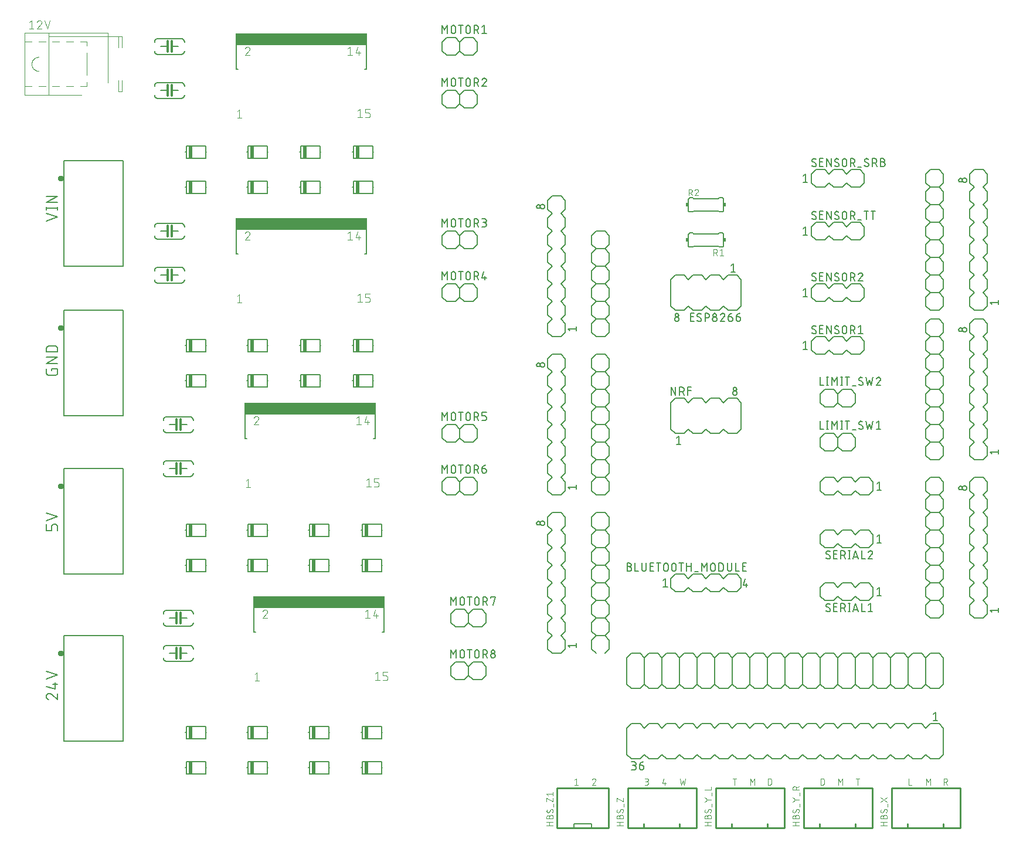
<source format=gto>
G75*
%MOIN*%
%OFA0B0*%
%FSLAX25Y25*%
%IPPOS*%
%LPD*%
%AMOC8*
5,1,8,0,0,1.08239X$1,22.5*
%
%ADD10C,0.00300*%
%ADD11C,0.00600*%
%ADD12C,0.00500*%
%ADD13C,0.01200*%
%ADD14R,0.02000X0.07000*%
%ADD15C,0.01000*%
%ADD16C,0.00400*%
%ADD17C,0.00787*%
%ADD18R,0.74606X0.06594*%
%ADD19C,0.01575*%
%ADD20C,0.00394*%
%ADD21R,0.01500X0.02000*%
D10*
X0316650Y0031650D02*
X0318706Y0031650D01*
X0317678Y0031650D02*
X0317678Y0035350D01*
X0316650Y0034528D01*
X0326650Y0031650D02*
X0328706Y0031650D01*
X0326650Y0031650D02*
X0328397Y0033706D01*
X0327781Y0035350D02*
X0327713Y0035348D01*
X0327645Y0035342D01*
X0327578Y0035333D01*
X0327512Y0035319D01*
X0327446Y0035302D01*
X0327381Y0035281D01*
X0327318Y0035256D01*
X0327256Y0035228D01*
X0327196Y0035196D01*
X0327138Y0035161D01*
X0327082Y0035123D01*
X0327029Y0035081D01*
X0326977Y0035037D01*
X0326929Y0034989D01*
X0326883Y0034939D01*
X0326840Y0034887D01*
X0326800Y0034832D01*
X0326763Y0034775D01*
X0326730Y0034716D01*
X0326700Y0034655D01*
X0326674Y0034592D01*
X0326651Y0034528D01*
X0328398Y0033705D02*
X0328441Y0033749D01*
X0328482Y0033796D01*
X0328519Y0033845D01*
X0328554Y0033896D01*
X0328585Y0033950D01*
X0328613Y0034005D01*
X0328637Y0034062D01*
X0328658Y0034120D01*
X0328675Y0034180D01*
X0328689Y0034240D01*
X0328698Y0034301D01*
X0328704Y0034363D01*
X0328706Y0034425D01*
X0328704Y0034483D01*
X0328699Y0034541D01*
X0328690Y0034598D01*
X0328677Y0034655D01*
X0328661Y0034711D01*
X0328641Y0034766D01*
X0328618Y0034819D01*
X0328592Y0034871D01*
X0328562Y0034921D01*
X0328529Y0034969D01*
X0328494Y0035015D01*
X0328455Y0035058D01*
X0328414Y0035099D01*
X0328371Y0035138D01*
X0328325Y0035173D01*
X0328277Y0035206D01*
X0328227Y0035236D01*
X0328175Y0035262D01*
X0328122Y0035285D01*
X0328067Y0035305D01*
X0328011Y0035321D01*
X0327954Y0035334D01*
X0327897Y0035343D01*
X0327839Y0035348D01*
X0327781Y0035350D01*
X0356650Y0035350D02*
X0357883Y0035350D01*
X0357939Y0035348D01*
X0357995Y0035342D01*
X0358050Y0035333D01*
X0358105Y0035320D01*
X0358158Y0035303D01*
X0358210Y0035282D01*
X0358261Y0035258D01*
X0358310Y0035230D01*
X0358357Y0035200D01*
X0358402Y0035166D01*
X0358444Y0035129D01*
X0358484Y0035089D01*
X0358521Y0035047D01*
X0358555Y0035002D01*
X0358585Y0034955D01*
X0358613Y0034906D01*
X0358637Y0034855D01*
X0358658Y0034803D01*
X0358675Y0034750D01*
X0358688Y0034695D01*
X0358697Y0034640D01*
X0358703Y0034584D01*
X0358705Y0034528D01*
X0358703Y0034472D01*
X0358697Y0034416D01*
X0358688Y0034361D01*
X0358675Y0034306D01*
X0358658Y0034253D01*
X0358637Y0034201D01*
X0358613Y0034150D01*
X0358585Y0034101D01*
X0358555Y0034054D01*
X0358521Y0034009D01*
X0358484Y0033967D01*
X0358444Y0033927D01*
X0358402Y0033890D01*
X0358357Y0033856D01*
X0358310Y0033826D01*
X0358261Y0033798D01*
X0358210Y0033774D01*
X0358158Y0033753D01*
X0358105Y0033736D01*
X0358050Y0033723D01*
X0357995Y0033714D01*
X0357939Y0033708D01*
X0357883Y0033706D01*
X0357061Y0033706D01*
X0357678Y0033706D02*
X0357741Y0033704D01*
X0357804Y0033698D01*
X0357867Y0033688D01*
X0357929Y0033675D01*
X0357990Y0033658D01*
X0358049Y0033637D01*
X0358108Y0033612D01*
X0358164Y0033584D01*
X0358219Y0033552D01*
X0358272Y0033517D01*
X0358322Y0033479D01*
X0358371Y0033438D01*
X0358416Y0033394D01*
X0358459Y0033347D01*
X0358498Y0033298D01*
X0358535Y0033246D01*
X0358568Y0033192D01*
X0358598Y0033136D01*
X0358625Y0033079D01*
X0358648Y0033020D01*
X0358667Y0032959D01*
X0358682Y0032898D01*
X0358694Y0032836D01*
X0358702Y0032773D01*
X0358706Y0032710D01*
X0358706Y0032646D01*
X0358702Y0032583D01*
X0358694Y0032520D01*
X0358682Y0032458D01*
X0358667Y0032397D01*
X0358648Y0032336D01*
X0358625Y0032277D01*
X0358598Y0032220D01*
X0358568Y0032164D01*
X0358535Y0032110D01*
X0358498Y0032058D01*
X0358459Y0032009D01*
X0358416Y0031962D01*
X0358371Y0031918D01*
X0358322Y0031877D01*
X0358272Y0031839D01*
X0358219Y0031804D01*
X0358164Y0031772D01*
X0358108Y0031744D01*
X0358049Y0031719D01*
X0357990Y0031698D01*
X0357929Y0031681D01*
X0357867Y0031668D01*
X0357804Y0031658D01*
X0357741Y0031652D01*
X0357678Y0031650D01*
X0356650Y0031650D01*
X0366650Y0032472D02*
X0368706Y0032472D01*
X0368089Y0033294D02*
X0368089Y0031650D01*
X0366650Y0032472D02*
X0367472Y0035350D01*
X0376650Y0035350D02*
X0377472Y0031650D01*
X0378294Y0034117D01*
X0379117Y0031650D01*
X0379939Y0035350D01*
X0406650Y0035350D02*
X0408706Y0035350D01*
X0407678Y0035350D02*
X0407678Y0031650D01*
X0416650Y0031650D02*
X0416650Y0035350D01*
X0417883Y0033294D01*
X0419117Y0035350D01*
X0419117Y0031650D01*
X0426650Y0031650D02*
X0426650Y0035350D01*
X0427678Y0035350D01*
X0427740Y0035348D01*
X0427802Y0035343D01*
X0427863Y0035333D01*
X0427924Y0035320D01*
X0427984Y0035303D01*
X0428043Y0035283D01*
X0428100Y0035259D01*
X0428156Y0035232D01*
X0428210Y0035202D01*
X0428262Y0035168D01*
X0428312Y0035131D01*
X0428360Y0035091D01*
X0428405Y0035049D01*
X0428447Y0035004D01*
X0428487Y0034956D01*
X0428524Y0034906D01*
X0428558Y0034854D01*
X0428588Y0034800D01*
X0428615Y0034744D01*
X0428639Y0034687D01*
X0428659Y0034628D01*
X0428676Y0034568D01*
X0428689Y0034507D01*
X0428699Y0034446D01*
X0428704Y0034384D01*
X0428706Y0034322D01*
X0428706Y0032678D01*
X0428704Y0032616D01*
X0428699Y0032554D01*
X0428689Y0032493D01*
X0428676Y0032432D01*
X0428659Y0032372D01*
X0428639Y0032313D01*
X0428615Y0032256D01*
X0428588Y0032200D01*
X0428558Y0032146D01*
X0428524Y0032094D01*
X0428487Y0032044D01*
X0428447Y0031996D01*
X0428405Y0031951D01*
X0428360Y0031909D01*
X0428312Y0031869D01*
X0428262Y0031832D01*
X0428210Y0031798D01*
X0428156Y0031768D01*
X0428100Y0031741D01*
X0428043Y0031717D01*
X0427984Y0031697D01*
X0427924Y0031680D01*
X0427863Y0031667D01*
X0427802Y0031657D01*
X0427740Y0031652D01*
X0427678Y0031650D01*
X0426650Y0031650D01*
X0456650Y0031650D02*
X0457678Y0031650D01*
X0457740Y0031652D01*
X0457802Y0031657D01*
X0457863Y0031667D01*
X0457924Y0031680D01*
X0457984Y0031697D01*
X0458043Y0031717D01*
X0458100Y0031741D01*
X0458156Y0031768D01*
X0458210Y0031798D01*
X0458262Y0031832D01*
X0458312Y0031869D01*
X0458360Y0031909D01*
X0458405Y0031951D01*
X0458447Y0031996D01*
X0458487Y0032044D01*
X0458524Y0032094D01*
X0458558Y0032146D01*
X0458588Y0032200D01*
X0458615Y0032256D01*
X0458639Y0032313D01*
X0458659Y0032372D01*
X0458676Y0032432D01*
X0458689Y0032493D01*
X0458699Y0032554D01*
X0458704Y0032616D01*
X0458706Y0032678D01*
X0458706Y0034322D01*
X0458704Y0034384D01*
X0458699Y0034446D01*
X0458689Y0034507D01*
X0458676Y0034568D01*
X0458659Y0034628D01*
X0458639Y0034687D01*
X0458615Y0034744D01*
X0458588Y0034800D01*
X0458558Y0034854D01*
X0458524Y0034906D01*
X0458487Y0034956D01*
X0458447Y0035004D01*
X0458405Y0035049D01*
X0458360Y0035091D01*
X0458312Y0035131D01*
X0458262Y0035168D01*
X0458210Y0035202D01*
X0458156Y0035232D01*
X0458100Y0035259D01*
X0458043Y0035283D01*
X0457984Y0035303D01*
X0457924Y0035320D01*
X0457863Y0035333D01*
X0457802Y0035343D01*
X0457740Y0035348D01*
X0457678Y0035350D01*
X0456650Y0035350D01*
X0456650Y0031650D01*
X0466650Y0031650D02*
X0466650Y0035350D01*
X0467883Y0033294D01*
X0469117Y0035350D01*
X0469117Y0031650D01*
X0476650Y0035350D02*
X0478706Y0035350D01*
X0477678Y0035350D02*
X0477678Y0031650D01*
X0506650Y0031650D02*
X0508294Y0031650D01*
X0506650Y0031650D02*
X0506650Y0035350D01*
X0516650Y0035350D02*
X0517883Y0033294D01*
X0519117Y0035350D01*
X0519117Y0031650D01*
X0516650Y0031650D02*
X0516650Y0035350D01*
X0526650Y0035350D02*
X0526650Y0031650D01*
X0526650Y0033294D02*
X0527678Y0033294D01*
X0527883Y0033294D02*
X0528706Y0031650D01*
X0527678Y0033294D02*
X0527741Y0033296D01*
X0527804Y0033302D01*
X0527867Y0033312D01*
X0527929Y0033325D01*
X0527990Y0033342D01*
X0528049Y0033363D01*
X0528108Y0033388D01*
X0528164Y0033416D01*
X0528219Y0033448D01*
X0528272Y0033483D01*
X0528322Y0033521D01*
X0528371Y0033562D01*
X0528416Y0033606D01*
X0528459Y0033653D01*
X0528498Y0033702D01*
X0528535Y0033754D01*
X0528568Y0033808D01*
X0528598Y0033864D01*
X0528625Y0033921D01*
X0528648Y0033980D01*
X0528667Y0034041D01*
X0528682Y0034102D01*
X0528694Y0034164D01*
X0528702Y0034227D01*
X0528706Y0034290D01*
X0528706Y0034354D01*
X0528702Y0034417D01*
X0528694Y0034480D01*
X0528682Y0034542D01*
X0528667Y0034603D01*
X0528648Y0034664D01*
X0528625Y0034723D01*
X0528598Y0034780D01*
X0528568Y0034836D01*
X0528535Y0034890D01*
X0528498Y0034942D01*
X0528459Y0034991D01*
X0528416Y0035038D01*
X0528371Y0035082D01*
X0528322Y0035123D01*
X0528272Y0035161D01*
X0528219Y0035196D01*
X0528164Y0035228D01*
X0528108Y0035256D01*
X0528049Y0035281D01*
X0527990Y0035302D01*
X0527929Y0035319D01*
X0527867Y0035332D01*
X0527804Y0035342D01*
X0527741Y0035348D01*
X0527678Y0035350D01*
X0526650Y0035350D01*
D11*
X0524000Y0046500D02*
X0519000Y0046500D01*
X0516500Y0049000D01*
X0514000Y0046500D01*
X0509000Y0046500D01*
X0506500Y0049000D01*
X0504000Y0046500D01*
X0499000Y0046500D01*
X0496500Y0049000D01*
X0494000Y0046500D01*
X0489000Y0046500D01*
X0486500Y0049000D01*
X0484000Y0046500D01*
X0479000Y0046500D01*
X0476500Y0049000D01*
X0474000Y0046500D01*
X0469000Y0046500D01*
X0466500Y0049000D01*
X0464000Y0046500D01*
X0459000Y0046500D01*
X0456500Y0049000D01*
X0454000Y0046500D01*
X0449000Y0046500D01*
X0446500Y0049000D01*
X0444000Y0046500D01*
X0439000Y0046500D01*
X0436500Y0049000D01*
X0434000Y0046500D01*
X0429000Y0046500D01*
X0426500Y0049000D01*
X0424000Y0046500D01*
X0419000Y0046500D01*
X0416500Y0049000D01*
X0414000Y0046500D01*
X0409000Y0046500D01*
X0406500Y0049000D01*
X0404000Y0046500D01*
X0399000Y0046500D01*
X0396500Y0049000D01*
X0394000Y0046500D01*
X0389000Y0046500D01*
X0386500Y0049000D01*
X0384000Y0046500D01*
X0379000Y0046500D01*
X0376500Y0049000D01*
X0374000Y0046500D01*
X0369000Y0046500D01*
X0366500Y0049000D01*
X0364000Y0046500D01*
X0359000Y0046500D01*
X0356500Y0049000D01*
X0354000Y0046500D01*
X0349000Y0046500D01*
X0346500Y0049000D01*
X0346500Y0064000D01*
X0349000Y0066500D01*
X0354000Y0066500D01*
X0356500Y0064000D01*
X0359000Y0066500D01*
X0364000Y0066500D01*
X0366500Y0064000D01*
X0369000Y0066500D01*
X0374000Y0066500D01*
X0376500Y0064000D01*
X0379000Y0066500D01*
X0384000Y0066500D01*
X0386500Y0064000D01*
X0389000Y0066500D01*
X0394000Y0066500D01*
X0396500Y0064000D01*
X0399000Y0066500D01*
X0404000Y0066500D01*
X0406500Y0064000D01*
X0409000Y0066500D01*
X0414000Y0066500D01*
X0416500Y0064000D01*
X0419000Y0066500D01*
X0424000Y0066500D01*
X0426500Y0064000D01*
X0429000Y0066500D01*
X0434000Y0066500D01*
X0436500Y0064000D01*
X0439000Y0066500D01*
X0444000Y0066500D01*
X0446500Y0064000D01*
X0449000Y0066500D01*
X0454000Y0066500D01*
X0456500Y0064000D01*
X0459000Y0066500D01*
X0464000Y0066500D01*
X0466500Y0064000D01*
X0469000Y0066500D01*
X0474000Y0066500D01*
X0476500Y0064000D01*
X0479000Y0066500D01*
X0484000Y0066500D01*
X0486500Y0064000D01*
X0489000Y0066500D01*
X0494000Y0066500D01*
X0496500Y0064000D01*
X0499000Y0066500D01*
X0504000Y0066500D01*
X0506500Y0064000D01*
X0509000Y0066500D01*
X0514000Y0066500D01*
X0516500Y0064000D01*
X0519000Y0066500D01*
X0524000Y0066500D01*
X0526500Y0064000D01*
X0526500Y0049000D01*
X0524000Y0046500D01*
X0524000Y0086500D02*
X0519000Y0086500D01*
X0516500Y0089000D01*
X0516500Y0104000D01*
X0514000Y0106500D01*
X0509000Y0106500D01*
X0506500Y0104000D01*
X0506500Y0089000D01*
X0504000Y0086500D01*
X0499000Y0086500D01*
X0496500Y0089000D01*
X0496500Y0104000D01*
X0494000Y0106500D01*
X0489000Y0106500D01*
X0486500Y0104000D01*
X0486500Y0089000D01*
X0484000Y0086500D01*
X0479000Y0086500D01*
X0476500Y0089000D01*
X0476500Y0104000D01*
X0474000Y0106500D01*
X0469000Y0106500D01*
X0466500Y0104000D01*
X0466500Y0089000D01*
X0464000Y0086500D01*
X0459000Y0086500D01*
X0456500Y0089000D01*
X0456500Y0104000D01*
X0459000Y0106500D01*
X0464000Y0106500D01*
X0466500Y0104000D01*
X0456500Y0104000D02*
X0454000Y0106500D01*
X0449000Y0106500D01*
X0446500Y0104000D01*
X0446500Y0089000D01*
X0444000Y0086500D01*
X0439000Y0086500D01*
X0436500Y0089000D01*
X0436500Y0104000D01*
X0439000Y0106500D01*
X0444000Y0106500D01*
X0446500Y0104000D01*
X0436500Y0104000D02*
X0434000Y0106500D01*
X0429000Y0106500D01*
X0426500Y0104000D01*
X0426500Y0089000D01*
X0424000Y0086500D01*
X0419000Y0086500D01*
X0416500Y0089000D01*
X0416500Y0104000D01*
X0419000Y0106500D01*
X0424000Y0106500D01*
X0426500Y0104000D01*
X0416500Y0104000D02*
X0414000Y0106500D01*
X0409000Y0106500D01*
X0406500Y0104000D01*
X0406500Y0089000D01*
X0404000Y0086500D01*
X0399000Y0086500D01*
X0396500Y0089000D01*
X0396500Y0104000D01*
X0399000Y0106500D01*
X0404000Y0106500D01*
X0406500Y0104000D01*
X0396500Y0104000D02*
X0394000Y0106500D01*
X0389000Y0106500D01*
X0386500Y0104000D01*
X0386500Y0089000D01*
X0384000Y0086500D01*
X0379000Y0086500D01*
X0376500Y0089000D01*
X0376500Y0104000D01*
X0379000Y0106500D01*
X0384000Y0106500D01*
X0386500Y0104000D01*
X0376500Y0104000D02*
X0374000Y0106500D01*
X0369000Y0106500D01*
X0366500Y0104000D01*
X0366500Y0089000D01*
X0364000Y0086500D01*
X0359000Y0086500D01*
X0356500Y0089000D01*
X0356500Y0104000D01*
X0359000Y0106500D01*
X0364000Y0106500D01*
X0366500Y0104000D01*
X0356500Y0104000D02*
X0354000Y0106500D01*
X0349000Y0106500D01*
X0346500Y0104000D01*
X0346500Y0089000D01*
X0349000Y0086500D01*
X0354000Y0086500D01*
X0356500Y0089000D01*
X0366500Y0089000D02*
X0369000Y0086500D01*
X0374000Y0086500D01*
X0376500Y0089000D01*
X0386500Y0089000D02*
X0389000Y0086500D01*
X0394000Y0086500D01*
X0396500Y0089000D01*
X0406500Y0089000D02*
X0409000Y0086500D01*
X0414000Y0086500D01*
X0416500Y0089000D01*
X0426500Y0089000D02*
X0429000Y0086500D01*
X0434000Y0086500D01*
X0436500Y0089000D01*
X0446500Y0089000D02*
X0449000Y0086500D01*
X0454000Y0086500D01*
X0456500Y0089000D01*
X0466500Y0089000D02*
X0469000Y0086500D01*
X0474000Y0086500D01*
X0476500Y0089000D01*
X0486500Y0089000D02*
X0489000Y0086500D01*
X0494000Y0086500D01*
X0496500Y0089000D01*
X0506500Y0089000D02*
X0509000Y0086500D01*
X0514000Y0086500D01*
X0516500Y0089000D01*
X0524000Y0086500D02*
X0526500Y0089000D01*
X0526500Y0104000D01*
X0524000Y0106500D01*
X0519000Y0106500D01*
X0516500Y0104000D01*
X0506500Y0104000D02*
X0504000Y0106500D01*
X0499000Y0106500D01*
X0496500Y0104000D01*
X0486500Y0104000D02*
X0484000Y0106500D01*
X0479000Y0106500D01*
X0476500Y0104000D01*
X0474000Y0136500D02*
X0469000Y0136500D01*
X0466500Y0139000D01*
X0464000Y0136500D01*
X0459000Y0136500D01*
X0456500Y0139000D01*
X0456500Y0144000D01*
X0459000Y0146500D01*
X0464000Y0146500D01*
X0466500Y0144000D01*
X0469000Y0146500D01*
X0474000Y0146500D01*
X0476500Y0144000D01*
X0479000Y0146500D01*
X0484000Y0146500D01*
X0486500Y0144000D01*
X0486500Y0139000D01*
X0484000Y0136500D01*
X0479000Y0136500D01*
X0476500Y0139000D01*
X0474000Y0136500D01*
X0474000Y0166500D02*
X0469000Y0166500D01*
X0466500Y0169000D01*
X0464000Y0166500D01*
X0459000Y0166500D01*
X0456500Y0169000D01*
X0456500Y0174000D01*
X0459000Y0176500D01*
X0464000Y0176500D01*
X0466500Y0174000D01*
X0469000Y0176500D01*
X0474000Y0176500D01*
X0476500Y0174000D01*
X0479000Y0176500D01*
X0484000Y0176500D01*
X0486500Y0174000D01*
X0486500Y0169000D01*
X0484000Y0166500D01*
X0479000Y0166500D01*
X0476500Y0169000D01*
X0474000Y0166500D01*
X0474000Y0196500D02*
X0469000Y0196500D01*
X0466500Y0199000D01*
X0464000Y0196500D01*
X0459000Y0196500D01*
X0456500Y0199000D01*
X0456500Y0204000D01*
X0459000Y0206500D01*
X0464000Y0206500D01*
X0466500Y0204000D01*
X0469000Y0206500D01*
X0474000Y0206500D01*
X0476500Y0204000D01*
X0479000Y0206500D01*
X0484000Y0206500D01*
X0486500Y0204000D01*
X0486500Y0199000D01*
X0484000Y0196500D01*
X0479000Y0196500D01*
X0476500Y0199000D01*
X0474000Y0196500D01*
X0474000Y0221500D02*
X0469000Y0221500D01*
X0466500Y0224000D01*
X0464000Y0221500D01*
X0459000Y0221500D01*
X0456500Y0224000D01*
X0456500Y0229000D01*
X0459000Y0231500D01*
X0464000Y0231500D01*
X0466500Y0229000D01*
X0469000Y0231500D01*
X0474000Y0231500D01*
X0476500Y0229000D01*
X0476500Y0224000D01*
X0474000Y0221500D01*
X0466500Y0224000D02*
X0466500Y0229000D01*
X0464000Y0246500D02*
X0459000Y0246500D01*
X0456500Y0249000D01*
X0456500Y0254000D01*
X0459000Y0256500D01*
X0464000Y0256500D01*
X0466500Y0254000D01*
X0469000Y0256500D01*
X0474000Y0256500D01*
X0476500Y0254000D01*
X0476500Y0249000D01*
X0474000Y0246500D01*
X0469000Y0246500D01*
X0466500Y0249000D01*
X0464000Y0246500D01*
X0466500Y0249000D02*
X0466500Y0254000D01*
X0464000Y0276500D02*
X0461500Y0279000D01*
X0459000Y0276500D01*
X0454000Y0276500D01*
X0451500Y0279000D01*
X0451500Y0284000D01*
X0454000Y0286500D01*
X0459000Y0286500D01*
X0461500Y0284000D01*
X0464000Y0286500D01*
X0469000Y0286500D01*
X0471500Y0284000D01*
X0474000Y0286500D01*
X0479000Y0286500D01*
X0481500Y0284000D01*
X0481500Y0279000D01*
X0479000Y0276500D01*
X0474000Y0276500D01*
X0471500Y0279000D01*
X0469000Y0276500D01*
X0464000Y0276500D01*
X0464000Y0306500D02*
X0461500Y0309000D01*
X0459000Y0306500D01*
X0454000Y0306500D01*
X0451500Y0309000D01*
X0451500Y0314000D01*
X0454000Y0316500D01*
X0459000Y0316500D01*
X0461500Y0314000D01*
X0464000Y0316500D01*
X0469000Y0316500D01*
X0471500Y0314000D01*
X0474000Y0316500D01*
X0479000Y0316500D01*
X0481500Y0314000D01*
X0481500Y0309000D01*
X0479000Y0306500D01*
X0474000Y0306500D01*
X0471500Y0309000D01*
X0469000Y0306500D01*
X0464000Y0306500D01*
X0464000Y0341500D02*
X0461500Y0344000D01*
X0459000Y0341500D01*
X0454000Y0341500D01*
X0451500Y0344000D01*
X0451500Y0349000D01*
X0454000Y0351500D01*
X0459000Y0351500D01*
X0461500Y0349000D01*
X0464000Y0351500D01*
X0469000Y0351500D01*
X0471500Y0349000D01*
X0474000Y0351500D01*
X0479000Y0351500D01*
X0481500Y0349000D01*
X0481500Y0344000D01*
X0479000Y0341500D01*
X0474000Y0341500D01*
X0471500Y0344000D01*
X0469000Y0341500D01*
X0464000Y0341500D01*
X0464000Y0371500D02*
X0461500Y0374000D01*
X0459000Y0371500D01*
X0454000Y0371500D01*
X0451500Y0374000D01*
X0451500Y0379000D01*
X0454000Y0381500D01*
X0459000Y0381500D01*
X0461500Y0379000D01*
X0464000Y0381500D01*
X0469000Y0381500D01*
X0471500Y0379000D01*
X0474000Y0381500D01*
X0479000Y0381500D01*
X0481500Y0379000D01*
X0481500Y0374000D01*
X0479000Y0371500D01*
X0474000Y0371500D01*
X0471500Y0374000D01*
X0469000Y0371500D01*
X0464000Y0371500D01*
X0516500Y0369000D02*
X0516500Y0364000D01*
X0519000Y0361500D01*
X0524000Y0361500D01*
X0526500Y0364000D01*
X0526500Y0369000D01*
X0524000Y0371500D01*
X0526500Y0374000D01*
X0526500Y0379000D01*
X0524000Y0381500D01*
X0519000Y0381500D01*
X0516500Y0379000D01*
X0516500Y0374000D01*
X0519000Y0371500D01*
X0524000Y0371500D01*
X0519000Y0371500D02*
X0516500Y0369000D01*
X0519000Y0361500D02*
X0516500Y0359000D01*
X0516500Y0354000D01*
X0519000Y0351500D01*
X0524000Y0351500D01*
X0526500Y0354000D01*
X0526500Y0359000D01*
X0524000Y0361500D01*
X0524000Y0351500D02*
X0526500Y0349000D01*
X0526500Y0344000D01*
X0524000Y0341500D01*
X0526500Y0339000D01*
X0526500Y0334000D01*
X0524000Y0331500D01*
X0526500Y0329000D01*
X0526500Y0324000D01*
X0524000Y0321500D01*
X0526500Y0319000D01*
X0526500Y0314000D01*
X0524000Y0311500D01*
X0526500Y0309000D01*
X0526500Y0304000D01*
X0524000Y0301500D01*
X0519000Y0301500D01*
X0516500Y0304000D01*
X0516500Y0309000D01*
X0519000Y0311500D01*
X0524000Y0311500D01*
X0519000Y0311500D02*
X0516500Y0314000D01*
X0516500Y0319000D01*
X0519000Y0321500D01*
X0516500Y0324000D01*
X0516500Y0329000D01*
X0519000Y0331500D01*
X0516500Y0334000D01*
X0516500Y0339000D01*
X0519000Y0341500D01*
X0524000Y0341500D01*
X0519000Y0341500D02*
X0516500Y0344000D01*
X0516500Y0349000D01*
X0519000Y0351500D01*
X0519000Y0331500D02*
X0524000Y0331500D01*
X0524000Y0321500D02*
X0519000Y0321500D01*
X0541500Y0319000D02*
X0541500Y0314000D01*
X0544000Y0311500D01*
X0541500Y0309000D01*
X0541500Y0304000D01*
X0544000Y0301500D01*
X0549000Y0301500D01*
X0551500Y0304000D01*
X0551500Y0309000D01*
X0549000Y0311500D01*
X0551500Y0314000D01*
X0551500Y0319000D01*
X0549000Y0321500D01*
X0551500Y0324000D01*
X0551500Y0329000D01*
X0549000Y0331500D01*
X0551500Y0334000D01*
X0551500Y0339000D01*
X0549000Y0341500D01*
X0551500Y0344000D01*
X0551500Y0349000D01*
X0549000Y0351500D01*
X0551500Y0354000D01*
X0551500Y0359000D01*
X0549000Y0361500D01*
X0551500Y0364000D01*
X0551500Y0369000D01*
X0549000Y0371500D01*
X0551500Y0374000D01*
X0551500Y0379000D01*
X0549000Y0381500D01*
X0544000Y0381500D01*
X0541500Y0379000D01*
X0541500Y0374000D01*
X0544000Y0371500D01*
X0541500Y0369000D01*
X0541500Y0364000D01*
X0544000Y0361500D01*
X0541500Y0359000D01*
X0541500Y0354000D01*
X0544000Y0351500D01*
X0541500Y0349000D01*
X0541500Y0344000D01*
X0544000Y0341500D01*
X0541500Y0339000D01*
X0541500Y0334000D01*
X0544000Y0331500D01*
X0541500Y0329000D01*
X0541500Y0324000D01*
X0544000Y0321500D01*
X0541500Y0319000D01*
X0544000Y0296500D02*
X0549000Y0296500D01*
X0551500Y0294000D01*
X0551500Y0289000D01*
X0549000Y0286500D01*
X0551500Y0284000D01*
X0551500Y0279000D01*
X0549000Y0276500D01*
X0551500Y0274000D01*
X0551500Y0269000D01*
X0549000Y0266500D01*
X0551500Y0264000D01*
X0551500Y0259000D01*
X0549000Y0256500D01*
X0551500Y0254000D01*
X0551500Y0249000D01*
X0549000Y0246500D01*
X0551500Y0244000D01*
X0551500Y0239000D01*
X0549000Y0236500D01*
X0551500Y0234000D01*
X0551500Y0229000D01*
X0549000Y0226500D01*
X0551500Y0224000D01*
X0551500Y0219000D01*
X0549000Y0216500D01*
X0544000Y0216500D01*
X0541500Y0219000D01*
X0541500Y0224000D01*
X0544000Y0226500D01*
X0541500Y0229000D01*
X0541500Y0234000D01*
X0544000Y0236500D01*
X0541500Y0239000D01*
X0541500Y0244000D01*
X0544000Y0246500D01*
X0541500Y0249000D01*
X0541500Y0254000D01*
X0544000Y0256500D01*
X0541500Y0259000D01*
X0541500Y0264000D01*
X0544000Y0266500D01*
X0541500Y0269000D01*
X0541500Y0274000D01*
X0544000Y0276500D01*
X0541500Y0279000D01*
X0541500Y0284000D01*
X0544000Y0286500D01*
X0541500Y0289000D01*
X0541500Y0294000D01*
X0544000Y0296500D01*
X0526500Y0294000D02*
X0526500Y0289000D01*
X0524000Y0286500D01*
X0526500Y0284000D01*
X0526500Y0279000D01*
X0524000Y0276500D01*
X0526500Y0274000D01*
X0526500Y0269000D01*
X0524000Y0266500D01*
X0526500Y0264000D01*
X0526500Y0259000D01*
X0524000Y0256500D01*
X0526500Y0254000D01*
X0526500Y0249000D01*
X0524000Y0246500D01*
X0526500Y0244000D01*
X0526500Y0239000D01*
X0524000Y0236500D01*
X0526500Y0234000D01*
X0526500Y0229000D01*
X0524000Y0226500D01*
X0526500Y0224000D01*
X0526500Y0219000D01*
X0524000Y0216500D01*
X0519000Y0216500D01*
X0516500Y0219000D01*
X0516500Y0224000D01*
X0519000Y0226500D01*
X0524000Y0226500D01*
X0519000Y0226500D02*
X0516500Y0229000D01*
X0516500Y0234000D01*
X0519000Y0236500D01*
X0516500Y0239000D01*
X0516500Y0244000D01*
X0519000Y0246500D01*
X0516500Y0249000D01*
X0516500Y0254000D01*
X0519000Y0256500D01*
X0524000Y0256500D01*
X0519000Y0256500D02*
X0516500Y0259000D01*
X0516500Y0264000D01*
X0519000Y0266500D01*
X0516500Y0269000D01*
X0516500Y0274000D01*
X0519000Y0276500D01*
X0516500Y0279000D01*
X0516500Y0284000D01*
X0519000Y0286500D01*
X0516500Y0289000D01*
X0516500Y0294000D01*
X0519000Y0296500D01*
X0524000Y0296500D01*
X0526500Y0294000D01*
X0524000Y0286500D02*
X0519000Y0286500D01*
X0519000Y0276500D02*
X0524000Y0276500D01*
X0524000Y0266500D02*
X0519000Y0266500D01*
X0519000Y0246500D02*
X0524000Y0246500D01*
X0524000Y0236500D02*
X0519000Y0236500D01*
X0519000Y0206500D02*
X0524000Y0206500D01*
X0526500Y0204000D01*
X0526500Y0199000D01*
X0524000Y0196500D01*
X0526500Y0194000D01*
X0526500Y0189000D01*
X0524000Y0186500D01*
X0526500Y0184000D01*
X0526500Y0179000D01*
X0524000Y0176500D01*
X0526500Y0174000D01*
X0526500Y0169000D01*
X0524000Y0166500D01*
X0526500Y0164000D01*
X0526500Y0159000D01*
X0524000Y0156500D01*
X0526500Y0154000D01*
X0526500Y0149000D01*
X0524000Y0146500D01*
X0526500Y0144000D01*
X0526500Y0139000D01*
X0524000Y0136500D01*
X0526500Y0134000D01*
X0526500Y0129000D01*
X0524000Y0126500D01*
X0519000Y0126500D01*
X0516500Y0129000D01*
X0516500Y0134000D01*
X0519000Y0136500D01*
X0524000Y0136500D01*
X0519000Y0136500D02*
X0516500Y0139000D01*
X0516500Y0144000D01*
X0519000Y0146500D01*
X0516500Y0149000D01*
X0516500Y0154000D01*
X0519000Y0156500D01*
X0516500Y0159000D01*
X0516500Y0164000D01*
X0519000Y0166500D01*
X0524000Y0166500D01*
X0519000Y0166500D02*
X0516500Y0169000D01*
X0516500Y0174000D01*
X0519000Y0176500D01*
X0516500Y0179000D01*
X0516500Y0184000D01*
X0519000Y0186500D01*
X0516500Y0189000D01*
X0516500Y0194000D01*
X0519000Y0196500D01*
X0516500Y0199000D01*
X0516500Y0204000D01*
X0519000Y0206500D01*
X0519000Y0196500D02*
X0524000Y0196500D01*
X0524000Y0186500D02*
X0519000Y0186500D01*
X0519000Y0176500D02*
X0524000Y0176500D01*
X0541500Y0174000D02*
X0541500Y0169000D01*
X0544000Y0166500D01*
X0541500Y0164000D01*
X0541500Y0159000D01*
X0544000Y0156500D01*
X0541500Y0154000D01*
X0541500Y0149000D01*
X0544000Y0146500D01*
X0541500Y0144000D01*
X0541500Y0139000D01*
X0544000Y0136500D01*
X0541500Y0134000D01*
X0541500Y0129000D01*
X0544000Y0126500D01*
X0549000Y0126500D01*
X0551500Y0129000D01*
X0551500Y0134000D01*
X0549000Y0136500D01*
X0551500Y0139000D01*
X0551500Y0144000D01*
X0549000Y0146500D01*
X0551500Y0149000D01*
X0551500Y0154000D01*
X0549000Y0156500D01*
X0551500Y0159000D01*
X0551500Y0164000D01*
X0549000Y0166500D01*
X0551500Y0169000D01*
X0551500Y0174000D01*
X0549000Y0176500D01*
X0551500Y0179000D01*
X0551500Y0184000D01*
X0549000Y0186500D01*
X0551500Y0189000D01*
X0551500Y0194000D01*
X0549000Y0196500D01*
X0551500Y0199000D01*
X0551500Y0204000D01*
X0549000Y0206500D01*
X0544000Y0206500D01*
X0541500Y0204000D01*
X0541500Y0199000D01*
X0544000Y0196500D01*
X0541500Y0194000D01*
X0541500Y0189000D01*
X0544000Y0186500D01*
X0541500Y0184000D01*
X0541500Y0179000D01*
X0544000Y0176500D01*
X0541500Y0174000D01*
X0524000Y0156500D02*
X0519000Y0156500D01*
X0519000Y0146500D02*
X0524000Y0146500D01*
X0411500Y0144000D02*
X0409000Y0141500D01*
X0404000Y0141500D01*
X0401500Y0144000D01*
X0399000Y0141500D01*
X0394000Y0141500D01*
X0391500Y0144000D01*
X0389000Y0141500D01*
X0384000Y0141500D01*
X0381500Y0144000D01*
X0379000Y0141500D01*
X0374000Y0141500D01*
X0371500Y0144000D01*
X0371500Y0149000D01*
X0374000Y0151500D01*
X0379000Y0151500D01*
X0381500Y0149000D01*
X0384000Y0151500D01*
X0389000Y0151500D01*
X0391500Y0149000D01*
X0394000Y0151500D01*
X0399000Y0151500D01*
X0401500Y0149000D01*
X0404000Y0151500D01*
X0409000Y0151500D01*
X0411500Y0149000D01*
X0411500Y0144000D01*
X0336500Y0144000D02*
X0336500Y0139000D01*
X0334000Y0136500D01*
X0336500Y0134000D01*
X0336500Y0129000D01*
X0334000Y0126500D01*
X0336500Y0124000D01*
X0336500Y0119000D01*
X0334000Y0116500D01*
X0336500Y0114000D01*
X0336500Y0109000D01*
X0334000Y0106500D01*
X0329000Y0106500D02*
X0326500Y0109000D01*
X0326500Y0114000D01*
X0329000Y0116500D01*
X0326500Y0119000D01*
X0326500Y0124000D01*
X0329000Y0126500D01*
X0326500Y0129000D01*
X0326500Y0134000D01*
X0329000Y0136500D01*
X0326500Y0139000D01*
X0326500Y0144000D01*
X0329000Y0146500D01*
X0326500Y0149000D01*
X0326500Y0154000D01*
X0329000Y0156500D01*
X0326500Y0159000D01*
X0326500Y0164000D01*
X0329000Y0166500D01*
X0326500Y0169000D01*
X0326500Y0174000D01*
X0329000Y0176500D01*
X0326500Y0179000D01*
X0326500Y0184000D01*
X0329000Y0186500D01*
X0334000Y0186500D01*
X0336500Y0184000D01*
X0336500Y0179000D01*
X0334000Y0176500D01*
X0329000Y0176500D01*
X0334000Y0176500D02*
X0336500Y0174000D01*
X0336500Y0169000D01*
X0334000Y0166500D01*
X0336500Y0164000D01*
X0336500Y0159000D01*
X0334000Y0156500D01*
X0336500Y0154000D01*
X0336500Y0149000D01*
X0334000Y0146500D01*
X0329000Y0146500D01*
X0334000Y0146500D02*
X0336500Y0144000D01*
X0334000Y0136500D02*
X0329000Y0136500D01*
X0329000Y0126500D02*
X0334000Y0126500D01*
X0334000Y0116500D02*
X0329000Y0116500D01*
X0311500Y0114000D02*
X0311500Y0109000D01*
X0309000Y0106500D01*
X0304000Y0106500D01*
X0301500Y0109000D01*
X0301500Y0114000D01*
X0304000Y0116500D01*
X0301500Y0119000D01*
X0301500Y0124000D01*
X0304000Y0126500D01*
X0301500Y0129000D01*
X0301500Y0134000D01*
X0304000Y0136500D01*
X0301500Y0139000D01*
X0301500Y0144000D01*
X0304000Y0146500D01*
X0301500Y0149000D01*
X0301500Y0154000D01*
X0304000Y0156500D01*
X0301500Y0159000D01*
X0301500Y0164000D01*
X0304000Y0166500D01*
X0301500Y0169000D01*
X0301500Y0174000D01*
X0304000Y0176500D01*
X0301500Y0179000D01*
X0301500Y0184000D01*
X0304000Y0186500D01*
X0309000Y0186500D01*
X0311500Y0184000D01*
X0311500Y0179000D01*
X0309000Y0176500D01*
X0311500Y0174000D01*
X0311500Y0169000D01*
X0309000Y0166500D01*
X0311500Y0164000D01*
X0311500Y0159000D01*
X0309000Y0156500D01*
X0311500Y0154000D01*
X0311500Y0149000D01*
X0309000Y0146500D01*
X0311500Y0144000D01*
X0311500Y0139000D01*
X0309000Y0136500D01*
X0311500Y0134000D01*
X0311500Y0129000D01*
X0309000Y0126500D01*
X0311500Y0124000D01*
X0311500Y0119000D01*
X0309000Y0116500D01*
X0311500Y0114000D01*
X0266500Y0124000D02*
X0264000Y0121500D01*
X0259000Y0121500D01*
X0256500Y0124000D01*
X0254000Y0121500D01*
X0249000Y0121500D01*
X0246500Y0124000D01*
X0246500Y0129000D01*
X0249000Y0131500D01*
X0254000Y0131500D01*
X0256500Y0129000D01*
X0259000Y0131500D01*
X0264000Y0131500D01*
X0266500Y0129000D01*
X0266500Y0124000D01*
X0256500Y0124000D02*
X0256500Y0129000D01*
X0254000Y0101500D02*
X0249000Y0101500D01*
X0246500Y0099000D01*
X0246500Y0094000D01*
X0249000Y0091500D01*
X0254000Y0091500D01*
X0256500Y0094000D01*
X0259000Y0091500D01*
X0264000Y0091500D01*
X0266500Y0094000D01*
X0266500Y0099000D01*
X0264000Y0101500D01*
X0259000Y0101500D01*
X0256500Y0099000D01*
X0256500Y0094000D01*
X0256500Y0099000D02*
X0254000Y0101500D01*
X0208500Y0118500D02*
X0208500Y0132500D01*
X0208500Y0118500D02*
X0207500Y0118500D01*
X0207000Y0153000D02*
X0196000Y0153000D01*
X0196000Y0156500D01*
X0196000Y0160000D01*
X0207000Y0160000D01*
X0207000Y0156500D01*
X0207000Y0153000D01*
X0207000Y0156500D02*
X0207500Y0156500D01*
X0196000Y0156500D02*
X0195500Y0156500D01*
X0177500Y0156500D02*
X0177000Y0156500D01*
X0177000Y0160000D01*
X0166000Y0160000D01*
X0166000Y0156500D01*
X0166000Y0153000D01*
X0177000Y0153000D01*
X0177000Y0156500D01*
X0166000Y0156500D02*
X0165500Y0156500D01*
X0166000Y0173000D02*
X0166000Y0176500D01*
X0166000Y0180000D01*
X0177000Y0180000D01*
X0177000Y0176500D01*
X0177000Y0173000D01*
X0166000Y0173000D01*
X0166000Y0176500D02*
X0165500Y0176500D01*
X0177000Y0176500D02*
X0177500Y0176500D01*
X0195500Y0176500D02*
X0196000Y0176500D01*
X0196000Y0173000D01*
X0207000Y0173000D01*
X0207000Y0176500D01*
X0207000Y0180000D01*
X0196000Y0180000D01*
X0196000Y0176500D01*
X0207000Y0176500D02*
X0207500Y0176500D01*
X0241500Y0199000D02*
X0241500Y0204000D01*
X0244000Y0206500D01*
X0249000Y0206500D01*
X0251500Y0204000D01*
X0254000Y0206500D01*
X0259000Y0206500D01*
X0261500Y0204000D01*
X0261500Y0199000D01*
X0259000Y0196500D01*
X0254000Y0196500D01*
X0251500Y0199000D01*
X0249000Y0196500D01*
X0244000Y0196500D01*
X0241500Y0199000D01*
X0251500Y0199000D02*
X0251500Y0204000D01*
X0249000Y0226500D02*
X0244000Y0226500D01*
X0241500Y0229000D01*
X0241500Y0234000D01*
X0244000Y0236500D01*
X0249000Y0236500D01*
X0251500Y0234000D01*
X0254000Y0236500D01*
X0259000Y0236500D01*
X0261500Y0234000D01*
X0261500Y0229000D01*
X0259000Y0226500D01*
X0254000Y0226500D01*
X0251500Y0229000D01*
X0249000Y0226500D01*
X0251500Y0229000D02*
X0251500Y0234000D01*
X0203500Y0228500D02*
X0203500Y0242500D01*
X0203500Y0228500D02*
X0202500Y0228500D01*
X0202000Y0258000D02*
X0191000Y0258000D01*
X0191000Y0261500D01*
X0191000Y0265000D01*
X0202000Y0265000D01*
X0202000Y0261500D01*
X0202000Y0258000D01*
X0202000Y0261500D02*
X0202500Y0261500D01*
X0191000Y0261500D02*
X0190500Y0261500D01*
X0172500Y0261500D02*
X0172000Y0261500D01*
X0172000Y0265000D01*
X0161000Y0265000D01*
X0161000Y0261500D01*
X0161000Y0258000D01*
X0172000Y0258000D01*
X0172000Y0261500D01*
X0161000Y0261500D02*
X0160500Y0261500D01*
X0142500Y0261500D02*
X0142000Y0261500D01*
X0142000Y0265000D01*
X0131000Y0265000D01*
X0131000Y0261500D01*
X0131000Y0258000D01*
X0142000Y0258000D01*
X0142000Y0261500D01*
X0131000Y0261500D02*
X0130500Y0261500D01*
X0131000Y0278000D02*
X0131000Y0281500D01*
X0131000Y0285000D01*
X0142000Y0285000D01*
X0142000Y0281500D01*
X0142000Y0278000D01*
X0131000Y0278000D01*
X0131000Y0281500D02*
X0130500Y0281500D01*
X0142000Y0281500D02*
X0142500Y0281500D01*
X0160500Y0281500D02*
X0161000Y0281500D01*
X0161000Y0278000D01*
X0172000Y0278000D01*
X0172000Y0281500D01*
X0172000Y0285000D01*
X0161000Y0285000D01*
X0161000Y0281500D01*
X0172000Y0281500D02*
X0172500Y0281500D01*
X0190500Y0281500D02*
X0191000Y0281500D01*
X0191000Y0278000D01*
X0202000Y0278000D01*
X0202000Y0281500D01*
X0202000Y0285000D01*
X0191000Y0285000D01*
X0191000Y0281500D01*
X0202000Y0281500D02*
X0202500Y0281500D01*
X0241500Y0309000D02*
X0241500Y0314000D01*
X0244000Y0316500D01*
X0249000Y0316500D01*
X0251500Y0314000D01*
X0254000Y0316500D01*
X0259000Y0316500D01*
X0261500Y0314000D01*
X0261500Y0309000D01*
X0259000Y0306500D01*
X0254000Y0306500D01*
X0251500Y0309000D01*
X0249000Y0306500D01*
X0244000Y0306500D01*
X0241500Y0309000D01*
X0251500Y0309000D02*
X0251500Y0314000D01*
X0249000Y0336500D02*
X0244000Y0336500D01*
X0241500Y0339000D01*
X0241500Y0344000D01*
X0244000Y0346500D01*
X0249000Y0346500D01*
X0251500Y0344000D01*
X0254000Y0346500D01*
X0259000Y0346500D01*
X0261500Y0344000D01*
X0261500Y0339000D01*
X0259000Y0336500D01*
X0254000Y0336500D01*
X0251500Y0339000D01*
X0249000Y0336500D01*
X0251500Y0339000D02*
X0251500Y0344000D01*
X0301500Y0344000D02*
X0301500Y0339000D01*
X0304000Y0336500D01*
X0301500Y0334000D01*
X0301500Y0329000D01*
X0304000Y0326500D01*
X0301500Y0324000D01*
X0301500Y0319000D01*
X0304000Y0316500D01*
X0301500Y0314000D01*
X0301500Y0309000D01*
X0304000Y0306500D01*
X0301500Y0304000D01*
X0301500Y0299000D01*
X0304000Y0296500D01*
X0301500Y0294000D01*
X0301500Y0289000D01*
X0304000Y0286500D01*
X0309000Y0286500D01*
X0311500Y0289000D01*
X0311500Y0294000D01*
X0309000Y0296500D01*
X0311500Y0299000D01*
X0311500Y0304000D01*
X0309000Y0306500D01*
X0311500Y0309000D01*
X0311500Y0314000D01*
X0309000Y0316500D01*
X0311500Y0319000D01*
X0311500Y0324000D01*
X0309000Y0326500D01*
X0311500Y0329000D01*
X0311500Y0334000D01*
X0309000Y0336500D01*
X0311500Y0339000D01*
X0311500Y0344000D01*
X0309000Y0346500D01*
X0311500Y0349000D01*
X0311500Y0354000D01*
X0309000Y0356500D01*
X0311500Y0359000D01*
X0311500Y0364000D01*
X0309000Y0366500D01*
X0304000Y0366500D01*
X0301500Y0364000D01*
X0301500Y0359000D01*
X0304000Y0356500D01*
X0301500Y0354000D01*
X0301500Y0349000D01*
X0304000Y0346500D01*
X0301500Y0344000D01*
X0326500Y0344000D02*
X0326500Y0339000D01*
X0329000Y0336500D01*
X0334000Y0336500D01*
X0336500Y0339000D01*
X0336500Y0344000D01*
X0334000Y0346500D01*
X0329000Y0346500D01*
X0326500Y0344000D01*
X0329000Y0336500D02*
X0326500Y0334000D01*
X0326500Y0329000D01*
X0329000Y0326500D01*
X0326500Y0324000D01*
X0326500Y0319000D01*
X0329000Y0316500D01*
X0326500Y0314000D01*
X0326500Y0309000D01*
X0329000Y0306500D01*
X0334000Y0306500D01*
X0336500Y0309000D01*
X0336500Y0314000D01*
X0334000Y0316500D01*
X0329000Y0316500D01*
X0334000Y0316500D02*
X0336500Y0319000D01*
X0336500Y0324000D01*
X0334000Y0326500D01*
X0329000Y0326500D01*
X0334000Y0326500D02*
X0336500Y0329000D01*
X0336500Y0334000D01*
X0334000Y0336500D01*
X0334000Y0306500D02*
X0336500Y0304000D01*
X0336500Y0299000D01*
X0334000Y0296500D01*
X0336500Y0294000D01*
X0336500Y0289000D01*
X0334000Y0286500D01*
X0329000Y0286500D01*
X0326500Y0289000D01*
X0326500Y0294000D01*
X0329000Y0296500D01*
X0326500Y0299000D01*
X0326500Y0304000D01*
X0329000Y0306500D01*
X0329000Y0296500D02*
X0334000Y0296500D01*
X0334000Y0276500D02*
X0329000Y0276500D01*
X0326500Y0274000D01*
X0326500Y0269000D01*
X0329000Y0266500D01*
X0334000Y0266500D01*
X0336500Y0269000D01*
X0336500Y0274000D01*
X0334000Y0276500D01*
X0334000Y0266500D02*
X0336500Y0264000D01*
X0336500Y0259000D01*
X0334000Y0256500D01*
X0336500Y0254000D01*
X0336500Y0249000D01*
X0334000Y0246500D01*
X0336500Y0244000D01*
X0336500Y0239000D01*
X0334000Y0236500D01*
X0329000Y0236500D01*
X0326500Y0239000D01*
X0326500Y0244000D01*
X0329000Y0246500D01*
X0326500Y0249000D01*
X0326500Y0254000D01*
X0329000Y0256500D01*
X0326500Y0259000D01*
X0326500Y0264000D01*
X0329000Y0266500D01*
X0329000Y0256500D02*
X0334000Y0256500D01*
X0334000Y0246500D02*
X0329000Y0246500D01*
X0329000Y0236500D02*
X0326500Y0234000D01*
X0326500Y0229000D01*
X0329000Y0226500D01*
X0326500Y0224000D01*
X0326500Y0219000D01*
X0329000Y0216500D01*
X0326500Y0214000D01*
X0326500Y0209000D01*
X0329000Y0206500D01*
X0326500Y0204000D01*
X0326500Y0199000D01*
X0329000Y0196500D01*
X0334000Y0196500D01*
X0336500Y0199000D01*
X0336500Y0204000D01*
X0334000Y0206500D01*
X0329000Y0206500D01*
X0334000Y0206500D02*
X0336500Y0209000D01*
X0336500Y0214000D01*
X0334000Y0216500D01*
X0329000Y0216500D01*
X0334000Y0216500D02*
X0336500Y0219000D01*
X0336500Y0224000D01*
X0334000Y0226500D01*
X0329000Y0226500D01*
X0334000Y0226500D02*
X0336500Y0229000D01*
X0336500Y0234000D01*
X0334000Y0236500D01*
X0311500Y0234000D02*
X0311500Y0229000D01*
X0309000Y0226500D01*
X0311500Y0224000D01*
X0311500Y0219000D01*
X0309000Y0216500D01*
X0311500Y0214000D01*
X0311500Y0209000D01*
X0309000Y0206500D01*
X0311500Y0204000D01*
X0311500Y0199000D01*
X0309000Y0196500D01*
X0304000Y0196500D01*
X0301500Y0199000D01*
X0301500Y0204000D01*
X0304000Y0206500D01*
X0301500Y0209000D01*
X0301500Y0214000D01*
X0304000Y0216500D01*
X0301500Y0219000D01*
X0301500Y0224000D01*
X0304000Y0226500D01*
X0301500Y0229000D01*
X0301500Y0234000D01*
X0304000Y0236500D01*
X0301500Y0239000D01*
X0301500Y0244000D01*
X0304000Y0246500D01*
X0301500Y0249000D01*
X0301500Y0254000D01*
X0304000Y0256500D01*
X0301500Y0259000D01*
X0301500Y0264000D01*
X0304000Y0266500D01*
X0301500Y0269000D01*
X0301500Y0274000D01*
X0304000Y0276500D01*
X0309000Y0276500D01*
X0311500Y0274000D01*
X0311500Y0269000D01*
X0309000Y0266500D01*
X0311500Y0264000D01*
X0311500Y0259000D01*
X0309000Y0256500D01*
X0311500Y0254000D01*
X0311500Y0249000D01*
X0309000Y0246500D01*
X0311500Y0244000D01*
X0311500Y0239000D01*
X0309000Y0236500D01*
X0311500Y0234000D01*
X0371500Y0234000D02*
X0374000Y0231500D01*
X0379000Y0231500D01*
X0381500Y0234000D01*
X0384000Y0231500D01*
X0389000Y0231500D01*
X0391500Y0234000D01*
X0394000Y0231500D01*
X0399000Y0231500D01*
X0401500Y0234000D01*
X0404000Y0231500D01*
X0409000Y0231500D01*
X0411500Y0234000D01*
X0411500Y0249000D01*
X0409000Y0251500D01*
X0404000Y0251500D01*
X0401500Y0249000D01*
X0399000Y0251500D01*
X0394000Y0251500D01*
X0391500Y0249000D01*
X0389000Y0251500D01*
X0384000Y0251500D01*
X0381500Y0249000D01*
X0379000Y0251500D01*
X0374000Y0251500D01*
X0371500Y0249000D01*
X0371500Y0234000D01*
X0334000Y0166500D02*
X0329000Y0166500D01*
X0329000Y0156500D02*
X0334000Y0156500D01*
X0207000Y0065000D02*
X0207000Y0061500D01*
X0207000Y0058000D01*
X0196000Y0058000D01*
X0196000Y0061500D01*
X0196000Y0065000D01*
X0207000Y0065000D01*
X0207000Y0061500D02*
X0207500Y0061500D01*
X0196000Y0061500D02*
X0195500Y0061500D01*
X0196000Y0045000D02*
X0196000Y0041500D01*
X0196000Y0038000D01*
X0207000Y0038000D01*
X0207000Y0041500D01*
X0207000Y0045000D01*
X0196000Y0045000D01*
X0196000Y0041500D02*
X0195500Y0041500D01*
X0207000Y0041500D02*
X0207500Y0041500D01*
X0177500Y0041500D02*
X0177000Y0041500D01*
X0177000Y0045000D01*
X0166000Y0045000D01*
X0166000Y0041500D01*
X0166000Y0038000D01*
X0177000Y0038000D01*
X0177000Y0041500D01*
X0166000Y0041500D02*
X0165500Y0041500D01*
X0166000Y0058000D02*
X0166000Y0061500D01*
X0166000Y0065000D01*
X0177000Y0065000D01*
X0177000Y0061500D01*
X0177000Y0058000D01*
X0166000Y0058000D01*
X0166000Y0061500D02*
X0165500Y0061500D01*
X0177000Y0061500D02*
X0177500Y0061500D01*
X0142500Y0061500D02*
X0142000Y0061500D01*
X0142000Y0065000D01*
X0131000Y0065000D01*
X0131000Y0061500D01*
X0131000Y0058000D01*
X0142000Y0058000D01*
X0142000Y0061500D01*
X0131000Y0061500D02*
X0130500Y0061500D01*
X0131000Y0045000D02*
X0131000Y0041500D01*
X0131000Y0038000D01*
X0142000Y0038000D01*
X0142000Y0041500D01*
X0142000Y0045000D01*
X0131000Y0045000D01*
X0131000Y0041500D02*
X0130500Y0041500D01*
X0142000Y0041500D02*
X0142500Y0041500D01*
X0107500Y0041500D02*
X0107000Y0041500D01*
X0107000Y0045000D01*
X0096000Y0045000D01*
X0096000Y0041500D01*
X0096000Y0038000D01*
X0107000Y0038000D01*
X0107000Y0041500D01*
X0096000Y0041500D02*
X0095500Y0041500D01*
X0096000Y0058000D02*
X0096000Y0061500D01*
X0096000Y0065000D01*
X0107000Y0065000D01*
X0107000Y0061500D01*
X0107000Y0058000D01*
X0096000Y0058000D01*
X0096000Y0061500D02*
X0095500Y0061500D01*
X0107000Y0061500D02*
X0107500Y0061500D01*
X0098000Y0102000D02*
X0085000Y0102000D01*
X0084913Y0102002D01*
X0084826Y0102008D01*
X0084739Y0102017D01*
X0084653Y0102030D01*
X0084567Y0102047D01*
X0084482Y0102068D01*
X0084399Y0102093D01*
X0084316Y0102121D01*
X0084235Y0102152D01*
X0084155Y0102187D01*
X0084077Y0102226D01*
X0084000Y0102268D01*
X0083925Y0102313D01*
X0083853Y0102362D01*
X0083782Y0102413D01*
X0083714Y0102468D01*
X0083649Y0102525D01*
X0083586Y0102586D01*
X0083525Y0102649D01*
X0083468Y0102714D01*
X0083413Y0102782D01*
X0083362Y0102853D01*
X0083313Y0102925D01*
X0083268Y0103000D01*
X0083226Y0103077D01*
X0083187Y0103155D01*
X0083152Y0103235D01*
X0083121Y0103316D01*
X0083093Y0103399D01*
X0083068Y0103482D01*
X0083047Y0103567D01*
X0083030Y0103653D01*
X0083017Y0103739D01*
X0083008Y0103826D01*
X0083002Y0103913D01*
X0083000Y0104000D01*
X0086500Y0106500D02*
X0090300Y0106500D01*
X0092800Y0106500D02*
X0096500Y0106500D01*
X0100000Y0109000D02*
X0099998Y0109087D01*
X0099992Y0109174D01*
X0099983Y0109261D01*
X0099970Y0109347D01*
X0099953Y0109433D01*
X0099932Y0109518D01*
X0099907Y0109601D01*
X0099879Y0109684D01*
X0099848Y0109765D01*
X0099813Y0109845D01*
X0099774Y0109923D01*
X0099732Y0110000D01*
X0099687Y0110075D01*
X0099638Y0110147D01*
X0099587Y0110218D01*
X0099532Y0110286D01*
X0099475Y0110351D01*
X0099414Y0110414D01*
X0099351Y0110475D01*
X0099286Y0110532D01*
X0099218Y0110587D01*
X0099147Y0110638D01*
X0099075Y0110687D01*
X0099000Y0110732D01*
X0098923Y0110774D01*
X0098845Y0110813D01*
X0098765Y0110848D01*
X0098684Y0110879D01*
X0098601Y0110907D01*
X0098518Y0110932D01*
X0098433Y0110953D01*
X0098347Y0110970D01*
X0098261Y0110983D01*
X0098174Y0110992D01*
X0098087Y0110998D01*
X0098000Y0111000D01*
X0085000Y0111000D01*
X0084913Y0110998D01*
X0084826Y0110992D01*
X0084739Y0110983D01*
X0084653Y0110970D01*
X0084567Y0110953D01*
X0084482Y0110932D01*
X0084399Y0110907D01*
X0084316Y0110879D01*
X0084235Y0110848D01*
X0084155Y0110813D01*
X0084077Y0110774D01*
X0084000Y0110732D01*
X0083925Y0110687D01*
X0083853Y0110638D01*
X0083782Y0110587D01*
X0083714Y0110532D01*
X0083649Y0110475D01*
X0083586Y0110414D01*
X0083525Y0110351D01*
X0083468Y0110286D01*
X0083413Y0110218D01*
X0083362Y0110147D01*
X0083313Y0110075D01*
X0083268Y0110000D01*
X0083226Y0109923D01*
X0083187Y0109845D01*
X0083152Y0109765D01*
X0083121Y0109684D01*
X0083093Y0109601D01*
X0083068Y0109518D01*
X0083047Y0109433D01*
X0083030Y0109347D01*
X0083017Y0109261D01*
X0083008Y0109174D01*
X0083002Y0109087D01*
X0083000Y0109000D01*
X0085000Y0122000D02*
X0098000Y0122000D01*
X0098087Y0122002D01*
X0098174Y0122008D01*
X0098261Y0122017D01*
X0098347Y0122030D01*
X0098433Y0122047D01*
X0098518Y0122068D01*
X0098601Y0122093D01*
X0098684Y0122121D01*
X0098765Y0122152D01*
X0098845Y0122187D01*
X0098923Y0122226D01*
X0099000Y0122268D01*
X0099075Y0122313D01*
X0099147Y0122362D01*
X0099218Y0122413D01*
X0099286Y0122468D01*
X0099351Y0122525D01*
X0099414Y0122586D01*
X0099475Y0122649D01*
X0099532Y0122714D01*
X0099587Y0122782D01*
X0099638Y0122853D01*
X0099687Y0122925D01*
X0099732Y0123000D01*
X0099774Y0123077D01*
X0099813Y0123155D01*
X0099848Y0123235D01*
X0099879Y0123316D01*
X0099907Y0123399D01*
X0099932Y0123482D01*
X0099953Y0123567D01*
X0099970Y0123653D01*
X0099983Y0123739D01*
X0099992Y0123826D01*
X0099998Y0123913D01*
X0100000Y0124000D01*
X0096500Y0126500D02*
X0092800Y0126500D01*
X0090300Y0126500D02*
X0086500Y0126500D01*
X0083000Y0129000D02*
X0083002Y0129087D01*
X0083008Y0129174D01*
X0083017Y0129261D01*
X0083030Y0129347D01*
X0083047Y0129433D01*
X0083068Y0129518D01*
X0083093Y0129601D01*
X0083121Y0129684D01*
X0083152Y0129765D01*
X0083187Y0129845D01*
X0083226Y0129923D01*
X0083268Y0130000D01*
X0083313Y0130075D01*
X0083362Y0130147D01*
X0083413Y0130218D01*
X0083468Y0130286D01*
X0083525Y0130351D01*
X0083586Y0130414D01*
X0083649Y0130475D01*
X0083714Y0130532D01*
X0083782Y0130587D01*
X0083853Y0130638D01*
X0083925Y0130687D01*
X0084000Y0130732D01*
X0084077Y0130774D01*
X0084155Y0130813D01*
X0084235Y0130848D01*
X0084316Y0130879D01*
X0084399Y0130907D01*
X0084482Y0130932D01*
X0084567Y0130953D01*
X0084653Y0130970D01*
X0084739Y0130983D01*
X0084826Y0130992D01*
X0084913Y0130998D01*
X0085000Y0131000D01*
X0098000Y0131000D01*
X0098087Y0130998D01*
X0098174Y0130992D01*
X0098261Y0130983D01*
X0098347Y0130970D01*
X0098433Y0130953D01*
X0098518Y0130932D01*
X0098601Y0130907D01*
X0098684Y0130879D01*
X0098765Y0130848D01*
X0098845Y0130813D01*
X0098923Y0130774D01*
X0099000Y0130732D01*
X0099075Y0130687D01*
X0099147Y0130638D01*
X0099218Y0130587D01*
X0099286Y0130532D01*
X0099351Y0130475D01*
X0099414Y0130414D01*
X0099475Y0130351D01*
X0099532Y0130286D01*
X0099587Y0130218D01*
X0099638Y0130147D01*
X0099687Y0130075D01*
X0099732Y0130000D01*
X0099774Y0129923D01*
X0099813Y0129845D01*
X0099848Y0129765D01*
X0099879Y0129684D01*
X0099907Y0129601D01*
X0099932Y0129518D01*
X0099953Y0129433D01*
X0099970Y0129347D01*
X0099983Y0129261D01*
X0099992Y0129174D01*
X0099998Y0129087D01*
X0100000Y0129000D01*
X0085000Y0122000D02*
X0084913Y0122002D01*
X0084826Y0122008D01*
X0084739Y0122017D01*
X0084653Y0122030D01*
X0084567Y0122047D01*
X0084482Y0122068D01*
X0084399Y0122093D01*
X0084316Y0122121D01*
X0084235Y0122152D01*
X0084155Y0122187D01*
X0084077Y0122226D01*
X0084000Y0122268D01*
X0083925Y0122313D01*
X0083853Y0122362D01*
X0083782Y0122413D01*
X0083714Y0122468D01*
X0083649Y0122525D01*
X0083586Y0122586D01*
X0083525Y0122649D01*
X0083468Y0122714D01*
X0083413Y0122782D01*
X0083362Y0122853D01*
X0083313Y0122925D01*
X0083268Y0123000D01*
X0083226Y0123077D01*
X0083187Y0123155D01*
X0083152Y0123235D01*
X0083121Y0123316D01*
X0083093Y0123399D01*
X0083068Y0123482D01*
X0083047Y0123567D01*
X0083030Y0123653D01*
X0083017Y0123739D01*
X0083008Y0123826D01*
X0083002Y0123913D01*
X0083000Y0124000D01*
X0100000Y0104000D02*
X0099998Y0103913D01*
X0099992Y0103826D01*
X0099983Y0103739D01*
X0099970Y0103653D01*
X0099953Y0103567D01*
X0099932Y0103482D01*
X0099907Y0103399D01*
X0099879Y0103316D01*
X0099848Y0103235D01*
X0099813Y0103155D01*
X0099774Y0103077D01*
X0099732Y0103000D01*
X0099687Y0102925D01*
X0099638Y0102853D01*
X0099587Y0102782D01*
X0099532Y0102714D01*
X0099475Y0102649D01*
X0099414Y0102586D01*
X0099351Y0102525D01*
X0099286Y0102468D01*
X0099218Y0102413D01*
X0099147Y0102362D01*
X0099075Y0102313D01*
X0099000Y0102268D01*
X0098923Y0102226D01*
X0098845Y0102187D01*
X0098765Y0102152D01*
X0098684Y0102121D01*
X0098601Y0102093D01*
X0098518Y0102068D01*
X0098433Y0102047D01*
X0098347Y0102030D01*
X0098261Y0102017D01*
X0098174Y0102008D01*
X0098087Y0102002D01*
X0098000Y0102000D01*
X0134500Y0118500D02*
X0134500Y0132500D01*
X0134500Y0118500D02*
X0135500Y0118500D01*
X0131000Y0153000D02*
X0131000Y0156500D01*
X0131000Y0160000D01*
X0142000Y0160000D01*
X0142000Y0156500D01*
X0142000Y0153000D01*
X0131000Y0153000D01*
X0131000Y0156500D02*
X0130500Y0156500D01*
X0142000Y0156500D02*
X0142500Y0156500D01*
X0142000Y0173000D02*
X0131000Y0173000D01*
X0131000Y0176500D01*
X0131000Y0180000D01*
X0142000Y0180000D01*
X0142000Y0176500D01*
X0142000Y0173000D01*
X0142000Y0176500D02*
X0142500Y0176500D01*
X0131000Y0176500D02*
X0130500Y0176500D01*
X0107500Y0176500D02*
X0107000Y0176500D01*
X0107000Y0180000D01*
X0096000Y0180000D01*
X0096000Y0176500D01*
X0096000Y0173000D01*
X0107000Y0173000D01*
X0107000Y0176500D01*
X0096000Y0176500D02*
X0095500Y0176500D01*
X0096000Y0160000D02*
X0096000Y0156500D01*
X0096000Y0153000D01*
X0107000Y0153000D01*
X0107000Y0156500D01*
X0107000Y0160000D01*
X0096000Y0160000D01*
X0096000Y0156500D02*
X0095500Y0156500D01*
X0107000Y0156500D02*
X0107500Y0156500D01*
X0098000Y0207000D02*
X0085000Y0207000D01*
X0084913Y0207002D01*
X0084826Y0207008D01*
X0084739Y0207017D01*
X0084653Y0207030D01*
X0084567Y0207047D01*
X0084482Y0207068D01*
X0084399Y0207093D01*
X0084316Y0207121D01*
X0084235Y0207152D01*
X0084155Y0207187D01*
X0084077Y0207226D01*
X0084000Y0207268D01*
X0083925Y0207313D01*
X0083853Y0207362D01*
X0083782Y0207413D01*
X0083714Y0207468D01*
X0083649Y0207525D01*
X0083586Y0207586D01*
X0083525Y0207649D01*
X0083468Y0207714D01*
X0083413Y0207782D01*
X0083362Y0207853D01*
X0083313Y0207925D01*
X0083268Y0208000D01*
X0083226Y0208077D01*
X0083187Y0208155D01*
X0083152Y0208235D01*
X0083121Y0208316D01*
X0083093Y0208399D01*
X0083068Y0208482D01*
X0083047Y0208567D01*
X0083030Y0208653D01*
X0083017Y0208739D01*
X0083008Y0208826D01*
X0083002Y0208913D01*
X0083000Y0209000D01*
X0086500Y0211500D02*
X0090300Y0211500D01*
X0092800Y0211500D02*
X0096500Y0211500D01*
X0100000Y0214000D02*
X0099998Y0214087D01*
X0099992Y0214174D01*
X0099983Y0214261D01*
X0099970Y0214347D01*
X0099953Y0214433D01*
X0099932Y0214518D01*
X0099907Y0214601D01*
X0099879Y0214684D01*
X0099848Y0214765D01*
X0099813Y0214845D01*
X0099774Y0214923D01*
X0099732Y0215000D01*
X0099687Y0215075D01*
X0099638Y0215147D01*
X0099587Y0215218D01*
X0099532Y0215286D01*
X0099475Y0215351D01*
X0099414Y0215414D01*
X0099351Y0215475D01*
X0099286Y0215532D01*
X0099218Y0215587D01*
X0099147Y0215638D01*
X0099075Y0215687D01*
X0099000Y0215732D01*
X0098923Y0215774D01*
X0098845Y0215813D01*
X0098765Y0215848D01*
X0098684Y0215879D01*
X0098601Y0215907D01*
X0098518Y0215932D01*
X0098433Y0215953D01*
X0098347Y0215970D01*
X0098261Y0215983D01*
X0098174Y0215992D01*
X0098087Y0215998D01*
X0098000Y0216000D01*
X0085000Y0216000D01*
X0084913Y0215998D01*
X0084826Y0215992D01*
X0084739Y0215983D01*
X0084653Y0215970D01*
X0084567Y0215953D01*
X0084482Y0215932D01*
X0084399Y0215907D01*
X0084316Y0215879D01*
X0084235Y0215848D01*
X0084155Y0215813D01*
X0084077Y0215774D01*
X0084000Y0215732D01*
X0083925Y0215687D01*
X0083853Y0215638D01*
X0083782Y0215587D01*
X0083714Y0215532D01*
X0083649Y0215475D01*
X0083586Y0215414D01*
X0083525Y0215351D01*
X0083468Y0215286D01*
X0083413Y0215218D01*
X0083362Y0215147D01*
X0083313Y0215075D01*
X0083268Y0215000D01*
X0083226Y0214923D01*
X0083187Y0214845D01*
X0083152Y0214765D01*
X0083121Y0214684D01*
X0083093Y0214601D01*
X0083068Y0214518D01*
X0083047Y0214433D01*
X0083030Y0214347D01*
X0083017Y0214261D01*
X0083008Y0214174D01*
X0083002Y0214087D01*
X0083000Y0214000D01*
X0098000Y0207000D02*
X0098087Y0207002D01*
X0098174Y0207008D01*
X0098261Y0207017D01*
X0098347Y0207030D01*
X0098433Y0207047D01*
X0098518Y0207068D01*
X0098601Y0207093D01*
X0098684Y0207121D01*
X0098765Y0207152D01*
X0098845Y0207187D01*
X0098923Y0207226D01*
X0099000Y0207268D01*
X0099075Y0207313D01*
X0099147Y0207362D01*
X0099218Y0207413D01*
X0099286Y0207468D01*
X0099351Y0207525D01*
X0099414Y0207586D01*
X0099475Y0207649D01*
X0099532Y0207714D01*
X0099587Y0207782D01*
X0099638Y0207853D01*
X0099687Y0207925D01*
X0099732Y0208000D01*
X0099774Y0208077D01*
X0099813Y0208155D01*
X0099848Y0208235D01*
X0099879Y0208316D01*
X0099907Y0208399D01*
X0099932Y0208482D01*
X0099953Y0208567D01*
X0099970Y0208653D01*
X0099983Y0208739D01*
X0099992Y0208826D01*
X0099998Y0208913D01*
X0100000Y0209000D01*
X0098000Y0232000D02*
X0085000Y0232000D01*
X0084913Y0232002D01*
X0084826Y0232008D01*
X0084739Y0232017D01*
X0084653Y0232030D01*
X0084567Y0232047D01*
X0084482Y0232068D01*
X0084399Y0232093D01*
X0084316Y0232121D01*
X0084235Y0232152D01*
X0084155Y0232187D01*
X0084077Y0232226D01*
X0084000Y0232268D01*
X0083925Y0232313D01*
X0083853Y0232362D01*
X0083782Y0232413D01*
X0083714Y0232468D01*
X0083649Y0232525D01*
X0083586Y0232586D01*
X0083525Y0232649D01*
X0083468Y0232714D01*
X0083413Y0232782D01*
X0083362Y0232853D01*
X0083313Y0232925D01*
X0083268Y0233000D01*
X0083226Y0233077D01*
X0083187Y0233155D01*
X0083152Y0233235D01*
X0083121Y0233316D01*
X0083093Y0233399D01*
X0083068Y0233482D01*
X0083047Y0233567D01*
X0083030Y0233653D01*
X0083017Y0233739D01*
X0083008Y0233826D01*
X0083002Y0233913D01*
X0083000Y0234000D01*
X0086500Y0236500D02*
X0090300Y0236500D01*
X0092800Y0236500D02*
X0096500Y0236500D01*
X0100000Y0234000D02*
X0099998Y0233913D01*
X0099992Y0233826D01*
X0099983Y0233739D01*
X0099970Y0233653D01*
X0099953Y0233567D01*
X0099932Y0233482D01*
X0099907Y0233399D01*
X0099879Y0233316D01*
X0099848Y0233235D01*
X0099813Y0233155D01*
X0099774Y0233077D01*
X0099732Y0233000D01*
X0099687Y0232925D01*
X0099638Y0232853D01*
X0099587Y0232782D01*
X0099532Y0232714D01*
X0099475Y0232649D01*
X0099414Y0232586D01*
X0099351Y0232525D01*
X0099286Y0232468D01*
X0099218Y0232413D01*
X0099147Y0232362D01*
X0099075Y0232313D01*
X0099000Y0232268D01*
X0098923Y0232226D01*
X0098845Y0232187D01*
X0098765Y0232152D01*
X0098684Y0232121D01*
X0098601Y0232093D01*
X0098518Y0232068D01*
X0098433Y0232047D01*
X0098347Y0232030D01*
X0098261Y0232017D01*
X0098174Y0232008D01*
X0098087Y0232002D01*
X0098000Y0232000D01*
X0100000Y0239000D02*
X0099998Y0239087D01*
X0099992Y0239174D01*
X0099983Y0239261D01*
X0099970Y0239347D01*
X0099953Y0239433D01*
X0099932Y0239518D01*
X0099907Y0239601D01*
X0099879Y0239684D01*
X0099848Y0239765D01*
X0099813Y0239845D01*
X0099774Y0239923D01*
X0099732Y0240000D01*
X0099687Y0240075D01*
X0099638Y0240147D01*
X0099587Y0240218D01*
X0099532Y0240286D01*
X0099475Y0240351D01*
X0099414Y0240414D01*
X0099351Y0240475D01*
X0099286Y0240532D01*
X0099218Y0240587D01*
X0099147Y0240638D01*
X0099075Y0240687D01*
X0099000Y0240732D01*
X0098923Y0240774D01*
X0098845Y0240813D01*
X0098765Y0240848D01*
X0098684Y0240879D01*
X0098601Y0240907D01*
X0098518Y0240932D01*
X0098433Y0240953D01*
X0098347Y0240970D01*
X0098261Y0240983D01*
X0098174Y0240992D01*
X0098087Y0240998D01*
X0098000Y0241000D01*
X0085000Y0241000D01*
X0084913Y0240998D01*
X0084826Y0240992D01*
X0084739Y0240983D01*
X0084653Y0240970D01*
X0084567Y0240953D01*
X0084482Y0240932D01*
X0084399Y0240907D01*
X0084316Y0240879D01*
X0084235Y0240848D01*
X0084155Y0240813D01*
X0084077Y0240774D01*
X0084000Y0240732D01*
X0083925Y0240687D01*
X0083853Y0240638D01*
X0083782Y0240587D01*
X0083714Y0240532D01*
X0083649Y0240475D01*
X0083586Y0240414D01*
X0083525Y0240351D01*
X0083468Y0240286D01*
X0083413Y0240218D01*
X0083362Y0240147D01*
X0083313Y0240075D01*
X0083268Y0240000D01*
X0083226Y0239923D01*
X0083187Y0239845D01*
X0083152Y0239765D01*
X0083121Y0239684D01*
X0083093Y0239601D01*
X0083068Y0239518D01*
X0083047Y0239433D01*
X0083030Y0239347D01*
X0083017Y0239261D01*
X0083008Y0239174D01*
X0083002Y0239087D01*
X0083000Y0239000D01*
X0096000Y0258000D02*
X0096000Y0261500D01*
X0096000Y0265000D01*
X0107000Y0265000D01*
X0107000Y0261500D01*
X0107000Y0258000D01*
X0096000Y0258000D01*
X0096000Y0261500D02*
X0095500Y0261500D01*
X0107000Y0261500D02*
X0107500Y0261500D01*
X0107000Y0278000D02*
X0096000Y0278000D01*
X0096000Y0281500D01*
X0096000Y0285000D01*
X0107000Y0285000D01*
X0107000Y0281500D01*
X0107000Y0278000D01*
X0107000Y0281500D02*
X0107500Y0281500D01*
X0096000Y0281500D02*
X0095500Y0281500D01*
X0093000Y0317000D02*
X0080000Y0317000D01*
X0079913Y0317002D01*
X0079826Y0317008D01*
X0079739Y0317017D01*
X0079653Y0317030D01*
X0079567Y0317047D01*
X0079482Y0317068D01*
X0079399Y0317093D01*
X0079316Y0317121D01*
X0079235Y0317152D01*
X0079155Y0317187D01*
X0079077Y0317226D01*
X0079000Y0317268D01*
X0078925Y0317313D01*
X0078853Y0317362D01*
X0078782Y0317413D01*
X0078714Y0317468D01*
X0078649Y0317525D01*
X0078586Y0317586D01*
X0078525Y0317649D01*
X0078468Y0317714D01*
X0078413Y0317782D01*
X0078362Y0317853D01*
X0078313Y0317925D01*
X0078268Y0318000D01*
X0078226Y0318077D01*
X0078187Y0318155D01*
X0078152Y0318235D01*
X0078121Y0318316D01*
X0078093Y0318399D01*
X0078068Y0318482D01*
X0078047Y0318567D01*
X0078030Y0318653D01*
X0078017Y0318739D01*
X0078008Y0318826D01*
X0078002Y0318913D01*
X0078000Y0319000D01*
X0081500Y0321500D02*
X0085300Y0321500D01*
X0087800Y0321500D02*
X0091500Y0321500D01*
X0095000Y0324000D02*
X0094998Y0324087D01*
X0094992Y0324174D01*
X0094983Y0324261D01*
X0094970Y0324347D01*
X0094953Y0324433D01*
X0094932Y0324518D01*
X0094907Y0324601D01*
X0094879Y0324684D01*
X0094848Y0324765D01*
X0094813Y0324845D01*
X0094774Y0324923D01*
X0094732Y0325000D01*
X0094687Y0325075D01*
X0094638Y0325147D01*
X0094587Y0325218D01*
X0094532Y0325286D01*
X0094475Y0325351D01*
X0094414Y0325414D01*
X0094351Y0325475D01*
X0094286Y0325532D01*
X0094218Y0325587D01*
X0094147Y0325638D01*
X0094075Y0325687D01*
X0094000Y0325732D01*
X0093923Y0325774D01*
X0093845Y0325813D01*
X0093765Y0325848D01*
X0093684Y0325879D01*
X0093601Y0325907D01*
X0093518Y0325932D01*
X0093433Y0325953D01*
X0093347Y0325970D01*
X0093261Y0325983D01*
X0093174Y0325992D01*
X0093087Y0325998D01*
X0093000Y0326000D01*
X0080000Y0326000D01*
X0079913Y0325998D01*
X0079826Y0325992D01*
X0079739Y0325983D01*
X0079653Y0325970D01*
X0079567Y0325953D01*
X0079482Y0325932D01*
X0079399Y0325907D01*
X0079316Y0325879D01*
X0079235Y0325848D01*
X0079155Y0325813D01*
X0079077Y0325774D01*
X0079000Y0325732D01*
X0078925Y0325687D01*
X0078853Y0325638D01*
X0078782Y0325587D01*
X0078714Y0325532D01*
X0078649Y0325475D01*
X0078586Y0325414D01*
X0078525Y0325351D01*
X0078468Y0325286D01*
X0078413Y0325218D01*
X0078362Y0325147D01*
X0078313Y0325075D01*
X0078268Y0325000D01*
X0078226Y0324923D01*
X0078187Y0324845D01*
X0078152Y0324765D01*
X0078121Y0324684D01*
X0078093Y0324601D01*
X0078068Y0324518D01*
X0078047Y0324433D01*
X0078030Y0324347D01*
X0078017Y0324261D01*
X0078008Y0324174D01*
X0078002Y0324087D01*
X0078000Y0324000D01*
X0093000Y0317000D02*
X0093087Y0317002D01*
X0093174Y0317008D01*
X0093261Y0317017D01*
X0093347Y0317030D01*
X0093433Y0317047D01*
X0093518Y0317068D01*
X0093601Y0317093D01*
X0093684Y0317121D01*
X0093765Y0317152D01*
X0093845Y0317187D01*
X0093923Y0317226D01*
X0094000Y0317268D01*
X0094075Y0317313D01*
X0094147Y0317362D01*
X0094218Y0317413D01*
X0094286Y0317468D01*
X0094351Y0317525D01*
X0094414Y0317586D01*
X0094475Y0317649D01*
X0094532Y0317714D01*
X0094587Y0317782D01*
X0094638Y0317853D01*
X0094687Y0317925D01*
X0094732Y0318000D01*
X0094774Y0318077D01*
X0094813Y0318155D01*
X0094848Y0318235D01*
X0094879Y0318316D01*
X0094907Y0318399D01*
X0094932Y0318482D01*
X0094953Y0318567D01*
X0094970Y0318653D01*
X0094983Y0318739D01*
X0094992Y0318826D01*
X0094998Y0318913D01*
X0095000Y0319000D01*
X0093000Y0342000D02*
X0080000Y0342000D01*
X0079913Y0342002D01*
X0079826Y0342008D01*
X0079739Y0342017D01*
X0079653Y0342030D01*
X0079567Y0342047D01*
X0079482Y0342068D01*
X0079399Y0342093D01*
X0079316Y0342121D01*
X0079235Y0342152D01*
X0079155Y0342187D01*
X0079077Y0342226D01*
X0079000Y0342268D01*
X0078925Y0342313D01*
X0078853Y0342362D01*
X0078782Y0342413D01*
X0078714Y0342468D01*
X0078649Y0342525D01*
X0078586Y0342586D01*
X0078525Y0342649D01*
X0078468Y0342714D01*
X0078413Y0342782D01*
X0078362Y0342853D01*
X0078313Y0342925D01*
X0078268Y0343000D01*
X0078226Y0343077D01*
X0078187Y0343155D01*
X0078152Y0343235D01*
X0078121Y0343316D01*
X0078093Y0343399D01*
X0078068Y0343482D01*
X0078047Y0343567D01*
X0078030Y0343653D01*
X0078017Y0343739D01*
X0078008Y0343826D01*
X0078002Y0343913D01*
X0078000Y0344000D01*
X0081500Y0346500D02*
X0085300Y0346500D01*
X0087800Y0346500D02*
X0091500Y0346500D01*
X0095000Y0344000D02*
X0094998Y0343913D01*
X0094992Y0343826D01*
X0094983Y0343739D01*
X0094970Y0343653D01*
X0094953Y0343567D01*
X0094932Y0343482D01*
X0094907Y0343399D01*
X0094879Y0343316D01*
X0094848Y0343235D01*
X0094813Y0343155D01*
X0094774Y0343077D01*
X0094732Y0343000D01*
X0094687Y0342925D01*
X0094638Y0342853D01*
X0094587Y0342782D01*
X0094532Y0342714D01*
X0094475Y0342649D01*
X0094414Y0342586D01*
X0094351Y0342525D01*
X0094286Y0342468D01*
X0094218Y0342413D01*
X0094147Y0342362D01*
X0094075Y0342313D01*
X0094000Y0342268D01*
X0093923Y0342226D01*
X0093845Y0342187D01*
X0093765Y0342152D01*
X0093684Y0342121D01*
X0093601Y0342093D01*
X0093518Y0342068D01*
X0093433Y0342047D01*
X0093347Y0342030D01*
X0093261Y0342017D01*
X0093174Y0342008D01*
X0093087Y0342002D01*
X0093000Y0342000D01*
X0095000Y0349000D02*
X0094998Y0349087D01*
X0094992Y0349174D01*
X0094983Y0349261D01*
X0094970Y0349347D01*
X0094953Y0349433D01*
X0094932Y0349518D01*
X0094907Y0349601D01*
X0094879Y0349684D01*
X0094848Y0349765D01*
X0094813Y0349845D01*
X0094774Y0349923D01*
X0094732Y0350000D01*
X0094687Y0350075D01*
X0094638Y0350147D01*
X0094587Y0350218D01*
X0094532Y0350286D01*
X0094475Y0350351D01*
X0094414Y0350414D01*
X0094351Y0350475D01*
X0094286Y0350532D01*
X0094218Y0350587D01*
X0094147Y0350638D01*
X0094075Y0350687D01*
X0094000Y0350732D01*
X0093923Y0350774D01*
X0093845Y0350813D01*
X0093765Y0350848D01*
X0093684Y0350879D01*
X0093601Y0350907D01*
X0093518Y0350932D01*
X0093433Y0350953D01*
X0093347Y0350970D01*
X0093261Y0350983D01*
X0093174Y0350992D01*
X0093087Y0350998D01*
X0093000Y0351000D01*
X0080000Y0351000D01*
X0079913Y0350998D01*
X0079826Y0350992D01*
X0079739Y0350983D01*
X0079653Y0350970D01*
X0079567Y0350953D01*
X0079482Y0350932D01*
X0079399Y0350907D01*
X0079316Y0350879D01*
X0079235Y0350848D01*
X0079155Y0350813D01*
X0079077Y0350774D01*
X0079000Y0350732D01*
X0078925Y0350687D01*
X0078853Y0350638D01*
X0078782Y0350587D01*
X0078714Y0350532D01*
X0078649Y0350475D01*
X0078586Y0350414D01*
X0078525Y0350351D01*
X0078468Y0350286D01*
X0078413Y0350218D01*
X0078362Y0350147D01*
X0078313Y0350075D01*
X0078268Y0350000D01*
X0078226Y0349923D01*
X0078187Y0349845D01*
X0078152Y0349765D01*
X0078121Y0349684D01*
X0078093Y0349601D01*
X0078068Y0349518D01*
X0078047Y0349433D01*
X0078030Y0349347D01*
X0078017Y0349261D01*
X0078008Y0349174D01*
X0078002Y0349087D01*
X0078000Y0349000D01*
X0096000Y0368000D02*
X0096000Y0371500D01*
X0096000Y0375000D01*
X0107000Y0375000D01*
X0107000Y0371500D01*
X0107000Y0368000D01*
X0096000Y0368000D01*
X0096000Y0371500D02*
X0095500Y0371500D01*
X0107000Y0371500D02*
X0107500Y0371500D01*
X0107000Y0388000D02*
X0096000Y0388000D01*
X0096000Y0391500D01*
X0096000Y0395000D01*
X0107000Y0395000D01*
X0107000Y0391500D01*
X0107000Y0388000D01*
X0107000Y0391500D02*
X0107500Y0391500D01*
X0096000Y0391500D02*
X0095500Y0391500D01*
X0093000Y0422000D02*
X0080000Y0422000D01*
X0079913Y0422002D01*
X0079826Y0422008D01*
X0079739Y0422017D01*
X0079653Y0422030D01*
X0079567Y0422047D01*
X0079482Y0422068D01*
X0079399Y0422093D01*
X0079316Y0422121D01*
X0079235Y0422152D01*
X0079155Y0422187D01*
X0079077Y0422226D01*
X0079000Y0422268D01*
X0078925Y0422313D01*
X0078853Y0422362D01*
X0078782Y0422413D01*
X0078714Y0422468D01*
X0078649Y0422525D01*
X0078586Y0422586D01*
X0078525Y0422649D01*
X0078468Y0422714D01*
X0078413Y0422782D01*
X0078362Y0422853D01*
X0078313Y0422925D01*
X0078268Y0423000D01*
X0078226Y0423077D01*
X0078187Y0423155D01*
X0078152Y0423235D01*
X0078121Y0423316D01*
X0078093Y0423399D01*
X0078068Y0423482D01*
X0078047Y0423567D01*
X0078030Y0423653D01*
X0078017Y0423739D01*
X0078008Y0423826D01*
X0078002Y0423913D01*
X0078000Y0424000D01*
X0081500Y0426500D02*
X0085300Y0426500D01*
X0087800Y0426500D02*
X0091500Y0426500D01*
X0095000Y0429000D02*
X0094998Y0429087D01*
X0094992Y0429174D01*
X0094983Y0429261D01*
X0094970Y0429347D01*
X0094953Y0429433D01*
X0094932Y0429518D01*
X0094907Y0429601D01*
X0094879Y0429684D01*
X0094848Y0429765D01*
X0094813Y0429845D01*
X0094774Y0429923D01*
X0094732Y0430000D01*
X0094687Y0430075D01*
X0094638Y0430147D01*
X0094587Y0430218D01*
X0094532Y0430286D01*
X0094475Y0430351D01*
X0094414Y0430414D01*
X0094351Y0430475D01*
X0094286Y0430532D01*
X0094218Y0430587D01*
X0094147Y0430638D01*
X0094075Y0430687D01*
X0094000Y0430732D01*
X0093923Y0430774D01*
X0093845Y0430813D01*
X0093765Y0430848D01*
X0093684Y0430879D01*
X0093601Y0430907D01*
X0093518Y0430932D01*
X0093433Y0430953D01*
X0093347Y0430970D01*
X0093261Y0430983D01*
X0093174Y0430992D01*
X0093087Y0430998D01*
X0093000Y0431000D01*
X0080000Y0431000D01*
X0079913Y0430998D01*
X0079826Y0430992D01*
X0079739Y0430983D01*
X0079653Y0430970D01*
X0079567Y0430953D01*
X0079482Y0430932D01*
X0079399Y0430907D01*
X0079316Y0430879D01*
X0079235Y0430848D01*
X0079155Y0430813D01*
X0079077Y0430774D01*
X0079000Y0430732D01*
X0078925Y0430687D01*
X0078853Y0430638D01*
X0078782Y0430587D01*
X0078714Y0430532D01*
X0078649Y0430475D01*
X0078586Y0430414D01*
X0078525Y0430351D01*
X0078468Y0430286D01*
X0078413Y0430218D01*
X0078362Y0430147D01*
X0078313Y0430075D01*
X0078268Y0430000D01*
X0078226Y0429923D01*
X0078187Y0429845D01*
X0078152Y0429765D01*
X0078121Y0429684D01*
X0078093Y0429601D01*
X0078068Y0429518D01*
X0078047Y0429433D01*
X0078030Y0429347D01*
X0078017Y0429261D01*
X0078008Y0429174D01*
X0078002Y0429087D01*
X0078000Y0429000D01*
X0093000Y0422000D02*
X0093087Y0422002D01*
X0093174Y0422008D01*
X0093261Y0422017D01*
X0093347Y0422030D01*
X0093433Y0422047D01*
X0093518Y0422068D01*
X0093601Y0422093D01*
X0093684Y0422121D01*
X0093765Y0422152D01*
X0093845Y0422187D01*
X0093923Y0422226D01*
X0094000Y0422268D01*
X0094075Y0422313D01*
X0094147Y0422362D01*
X0094218Y0422413D01*
X0094286Y0422468D01*
X0094351Y0422525D01*
X0094414Y0422586D01*
X0094475Y0422649D01*
X0094532Y0422714D01*
X0094587Y0422782D01*
X0094638Y0422853D01*
X0094687Y0422925D01*
X0094732Y0423000D01*
X0094774Y0423077D01*
X0094813Y0423155D01*
X0094848Y0423235D01*
X0094879Y0423316D01*
X0094907Y0423399D01*
X0094932Y0423482D01*
X0094953Y0423567D01*
X0094970Y0423653D01*
X0094983Y0423739D01*
X0094992Y0423826D01*
X0094998Y0423913D01*
X0095000Y0424000D01*
X0093000Y0447000D02*
X0080000Y0447000D01*
X0079913Y0447002D01*
X0079826Y0447008D01*
X0079739Y0447017D01*
X0079653Y0447030D01*
X0079567Y0447047D01*
X0079482Y0447068D01*
X0079399Y0447093D01*
X0079316Y0447121D01*
X0079235Y0447152D01*
X0079155Y0447187D01*
X0079077Y0447226D01*
X0079000Y0447268D01*
X0078925Y0447313D01*
X0078853Y0447362D01*
X0078782Y0447413D01*
X0078714Y0447468D01*
X0078649Y0447525D01*
X0078586Y0447586D01*
X0078525Y0447649D01*
X0078468Y0447714D01*
X0078413Y0447782D01*
X0078362Y0447853D01*
X0078313Y0447925D01*
X0078268Y0448000D01*
X0078226Y0448077D01*
X0078187Y0448155D01*
X0078152Y0448235D01*
X0078121Y0448316D01*
X0078093Y0448399D01*
X0078068Y0448482D01*
X0078047Y0448567D01*
X0078030Y0448653D01*
X0078017Y0448739D01*
X0078008Y0448826D01*
X0078002Y0448913D01*
X0078000Y0449000D01*
X0081500Y0451500D02*
X0085300Y0451500D01*
X0087800Y0451500D02*
X0091500Y0451500D01*
X0095000Y0454000D02*
X0094998Y0454087D01*
X0094992Y0454174D01*
X0094983Y0454261D01*
X0094970Y0454347D01*
X0094953Y0454433D01*
X0094932Y0454518D01*
X0094907Y0454601D01*
X0094879Y0454684D01*
X0094848Y0454765D01*
X0094813Y0454845D01*
X0094774Y0454923D01*
X0094732Y0455000D01*
X0094687Y0455075D01*
X0094638Y0455147D01*
X0094587Y0455218D01*
X0094532Y0455286D01*
X0094475Y0455351D01*
X0094414Y0455414D01*
X0094351Y0455475D01*
X0094286Y0455532D01*
X0094218Y0455587D01*
X0094147Y0455638D01*
X0094075Y0455687D01*
X0094000Y0455732D01*
X0093923Y0455774D01*
X0093845Y0455813D01*
X0093765Y0455848D01*
X0093684Y0455879D01*
X0093601Y0455907D01*
X0093518Y0455932D01*
X0093433Y0455953D01*
X0093347Y0455970D01*
X0093261Y0455983D01*
X0093174Y0455992D01*
X0093087Y0455998D01*
X0093000Y0456000D01*
X0080000Y0456000D01*
X0079913Y0455998D01*
X0079826Y0455992D01*
X0079739Y0455983D01*
X0079653Y0455970D01*
X0079567Y0455953D01*
X0079482Y0455932D01*
X0079399Y0455907D01*
X0079316Y0455879D01*
X0079235Y0455848D01*
X0079155Y0455813D01*
X0079077Y0455774D01*
X0079000Y0455732D01*
X0078925Y0455687D01*
X0078853Y0455638D01*
X0078782Y0455587D01*
X0078714Y0455532D01*
X0078649Y0455475D01*
X0078586Y0455414D01*
X0078525Y0455351D01*
X0078468Y0455286D01*
X0078413Y0455218D01*
X0078362Y0455147D01*
X0078313Y0455075D01*
X0078268Y0455000D01*
X0078226Y0454923D01*
X0078187Y0454845D01*
X0078152Y0454765D01*
X0078121Y0454684D01*
X0078093Y0454601D01*
X0078068Y0454518D01*
X0078047Y0454433D01*
X0078030Y0454347D01*
X0078017Y0454261D01*
X0078008Y0454174D01*
X0078002Y0454087D01*
X0078000Y0454000D01*
X0093000Y0447000D02*
X0093087Y0447002D01*
X0093174Y0447008D01*
X0093261Y0447017D01*
X0093347Y0447030D01*
X0093433Y0447047D01*
X0093518Y0447068D01*
X0093601Y0447093D01*
X0093684Y0447121D01*
X0093765Y0447152D01*
X0093845Y0447187D01*
X0093923Y0447226D01*
X0094000Y0447268D01*
X0094075Y0447313D01*
X0094147Y0447362D01*
X0094218Y0447413D01*
X0094286Y0447468D01*
X0094351Y0447525D01*
X0094414Y0447586D01*
X0094475Y0447649D01*
X0094532Y0447714D01*
X0094587Y0447782D01*
X0094638Y0447853D01*
X0094687Y0447925D01*
X0094732Y0448000D01*
X0094774Y0448077D01*
X0094813Y0448155D01*
X0094848Y0448235D01*
X0094879Y0448316D01*
X0094907Y0448399D01*
X0094932Y0448482D01*
X0094953Y0448567D01*
X0094970Y0448653D01*
X0094983Y0448739D01*
X0094992Y0448826D01*
X0094998Y0448913D01*
X0095000Y0449000D01*
X0124500Y0452500D02*
X0124500Y0438500D01*
X0125500Y0438500D01*
X0131000Y0395000D02*
X0131000Y0391500D01*
X0131000Y0388000D01*
X0142000Y0388000D01*
X0142000Y0391500D01*
X0142000Y0395000D01*
X0131000Y0395000D01*
X0131000Y0391500D02*
X0130500Y0391500D01*
X0142000Y0391500D02*
X0142500Y0391500D01*
X0142000Y0375000D02*
X0131000Y0375000D01*
X0131000Y0371500D01*
X0131000Y0368000D01*
X0142000Y0368000D01*
X0142000Y0371500D01*
X0142000Y0375000D01*
X0142000Y0371500D02*
X0142500Y0371500D01*
X0131000Y0371500D02*
X0130500Y0371500D01*
X0124500Y0347500D02*
X0124500Y0333500D01*
X0125500Y0333500D01*
X0161000Y0368000D02*
X0161000Y0371500D01*
X0161000Y0375000D01*
X0172000Y0375000D01*
X0172000Y0371500D01*
X0172000Y0368000D01*
X0161000Y0368000D01*
X0161000Y0371500D02*
X0160500Y0371500D01*
X0172000Y0371500D02*
X0172500Y0371500D01*
X0190500Y0371500D02*
X0191000Y0371500D01*
X0191000Y0368000D01*
X0202000Y0368000D01*
X0202000Y0371500D01*
X0202000Y0375000D01*
X0191000Y0375000D01*
X0191000Y0371500D01*
X0202000Y0371500D02*
X0202500Y0371500D01*
X0202000Y0388000D02*
X0191000Y0388000D01*
X0191000Y0391500D01*
X0191000Y0395000D01*
X0202000Y0395000D01*
X0202000Y0391500D01*
X0202000Y0388000D01*
X0202000Y0391500D02*
X0202500Y0391500D01*
X0191000Y0391500D02*
X0190500Y0391500D01*
X0172500Y0391500D02*
X0172000Y0391500D01*
X0172000Y0395000D01*
X0161000Y0395000D01*
X0161000Y0391500D01*
X0161000Y0388000D01*
X0172000Y0388000D01*
X0172000Y0391500D01*
X0161000Y0391500D02*
X0160500Y0391500D01*
X0198500Y0347500D02*
X0198500Y0333500D01*
X0197500Y0333500D01*
X0244000Y0416500D02*
X0241500Y0419000D01*
X0241500Y0424000D01*
X0244000Y0426500D01*
X0249000Y0426500D01*
X0251500Y0424000D01*
X0254000Y0426500D01*
X0259000Y0426500D01*
X0261500Y0424000D01*
X0261500Y0419000D01*
X0259000Y0416500D01*
X0254000Y0416500D01*
X0251500Y0419000D01*
X0249000Y0416500D01*
X0244000Y0416500D01*
X0251500Y0419000D02*
X0251500Y0424000D01*
X0249000Y0446500D02*
X0244000Y0446500D01*
X0241500Y0449000D01*
X0241500Y0454000D01*
X0244000Y0456500D01*
X0249000Y0456500D01*
X0251500Y0454000D01*
X0254000Y0456500D01*
X0259000Y0456500D01*
X0261500Y0454000D01*
X0261500Y0449000D01*
X0259000Y0446500D01*
X0254000Y0446500D01*
X0251500Y0449000D01*
X0249000Y0446500D01*
X0251500Y0449000D02*
X0251500Y0454000D01*
X0198500Y0452500D02*
X0198500Y0438500D01*
X0197500Y0438500D01*
X0371500Y0319000D02*
X0371500Y0304000D01*
X0374000Y0301500D01*
X0379000Y0301500D01*
X0381500Y0304000D01*
X0384000Y0301500D01*
X0389000Y0301500D01*
X0391500Y0304000D01*
X0394000Y0301500D01*
X0399000Y0301500D01*
X0401500Y0304000D01*
X0404000Y0301500D01*
X0409000Y0301500D01*
X0411500Y0304000D01*
X0411500Y0319000D01*
X0409000Y0321500D01*
X0404000Y0321500D01*
X0401500Y0319000D01*
X0399000Y0321500D01*
X0394000Y0321500D01*
X0391500Y0319000D01*
X0389000Y0321500D01*
X0384000Y0321500D01*
X0381500Y0319000D01*
X0379000Y0321500D01*
X0374000Y0321500D01*
X0371500Y0319000D01*
X0382500Y0337500D02*
X0384000Y0337500D01*
X0384500Y0338000D01*
X0398500Y0338000D01*
X0399000Y0337500D01*
X0400500Y0337500D01*
X0400560Y0337502D01*
X0400621Y0337507D01*
X0400680Y0337516D01*
X0400739Y0337529D01*
X0400798Y0337545D01*
X0400855Y0337565D01*
X0400910Y0337588D01*
X0400965Y0337615D01*
X0401017Y0337644D01*
X0401068Y0337677D01*
X0401117Y0337713D01*
X0401163Y0337751D01*
X0401207Y0337793D01*
X0401249Y0337837D01*
X0401287Y0337883D01*
X0401323Y0337932D01*
X0401356Y0337983D01*
X0401385Y0338035D01*
X0401412Y0338090D01*
X0401435Y0338145D01*
X0401455Y0338202D01*
X0401471Y0338261D01*
X0401484Y0338320D01*
X0401493Y0338379D01*
X0401498Y0338440D01*
X0401500Y0338500D01*
X0401500Y0344500D01*
X0401498Y0344560D01*
X0401493Y0344621D01*
X0401484Y0344680D01*
X0401471Y0344739D01*
X0401455Y0344798D01*
X0401435Y0344855D01*
X0401412Y0344910D01*
X0401385Y0344965D01*
X0401356Y0345017D01*
X0401323Y0345068D01*
X0401287Y0345117D01*
X0401249Y0345163D01*
X0401207Y0345207D01*
X0401163Y0345249D01*
X0401117Y0345287D01*
X0401068Y0345323D01*
X0401017Y0345356D01*
X0400965Y0345385D01*
X0400910Y0345412D01*
X0400855Y0345435D01*
X0400798Y0345455D01*
X0400739Y0345471D01*
X0400680Y0345484D01*
X0400621Y0345493D01*
X0400560Y0345498D01*
X0400500Y0345500D01*
X0399000Y0345500D01*
X0398500Y0345000D01*
X0384500Y0345000D01*
X0384000Y0345500D01*
X0382500Y0345500D01*
X0382440Y0345498D01*
X0382379Y0345493D01*
X0382320Y0345484D01*
X0382261Y0345471D01*
X0382202Y0345455D01*
X0382145Y0345435D01*
X0382090Y0345412D01*
X0382035Y0345385D01*
X0381983Y0345356D01*
X0381932Y0345323D01*
X0381883Y0345287D01*
X0381837Y0345249D01*
X0381793Y0345207D01*
X0381751Y0345163D01*
X0381713Y0345117D01*
X0381677Y0345068D01*
X0381644Y0345017D01*
X0381615Y0344965D01*
X0381588Y0344910D01*
X0381565Y0344855D01*
X0381545Y0344798D01*
X0381529Y0344739D01*
X0381516Y0344680D01*
X0381507Y0344621D01*
X0381502Y0344560D01*
X0381500Y0344500D01*
X0381500Y0338500D01*
X0381502Y0338440D01*
X0381507Y0338379D01*
X0381516Y0338320D01*
X0381529Y0338261D01*
X0381545Y0338202D01*
X0381565Y0338145D01*
X0381588Y0338090D01*
X0381615Y0338035D01*
X0381644Y0337983D01*
X0381677Y0337932D01*
X0381713Y0337883D01*
X0381751Y0337837D01*
X0381793Y0337793D01*
X0381837Y0337751D01*
X0381883Y0337713D01*
X0381932Y0337677D01*
X0381983Y0337644D01*
X0382035Y0337615D01*
X0382090Y0337588D01*
X0382145Y0337565D01*
X0382202Y0337545D01*
X0382261Y0337529D01*
X0382320Y0337516D01*
X0382379Y0337507D01*
X0382440Y0337502D01*
X0382500Y0337500D01*
X0382500Y0357500D02*
X0384000Y0357500D01*
X0384500Y0358000D01*
X0398500Y0358000D01*
X0399000Y0357500D01*
X0400500Y0357500D01*
X0400560Y0357502D01*
X0400621Y0357507D01*
X0400680Y0357516D01*
X0400739Y0357529D01*
X0400798Y0357545D01*
X0400855Y0357565D01*
X0400910Y0357588D01*
X0400965Y0357615D01*
X0401017Y0357644D01*
X0401068Y0357677D01*
X0401117Y0357713D01*
X0401163Y0357751D01*
X0401207Y0357793D01*
X0401249Y0357837D01*
X0401287Y0357883D01*
X0401323Y0357932D01*
X0401356Y0357983D01*
X0401385Y0358035D01*
X0401412Y0358090D01*
X0401435Y0358145D01*
X0401455Y0358202D01*
X0401471Y0358261D01*
X0401484Y0358320D01*
X0401493Y0358379D01*
X0401498Y0358440D01*
X0401500Y0358500D01*
X0401500Y0364500D01*
X0401498Y0364560D01*
X0401493Y0364621D01*
X0401484Y0364680D01*
X0401471Y0364739D01*
X0401455Y0364798D01*
X0401435Y0364855D01*
X0401412Y0364910D01*
X0401385Y0364965D01*
X0401356Y0365017D01*
X0401323Y0365068D01*
X0401287Y0365117D01*
X0401249Y0365163D01*
X0401207Y0365207D01*
X0401163Y0365249D01*
X0401117Y0365287D01*
X0401068Y0365323D01*
X0401017Y0365356D01*
X0400965Y0365385D01*
X0400910Y0365412D01*
X0400855Y0365435D01*
X0400798Y0365455D01*
X0400739Y0365471D01*
X0400680Y0365484D01*
X0400621Y0365493D01*
X0400560Y0365498D01*
X0400500Y0365500D01*
X0399000Y0365500D01*
X0398500Y0365000D01*
X0384500Y0365000D01*
X0384000Y0365500D01*
X0382500Y0365500D01*
X0382440Y0365498D01*
X0382379Y0365493D01*
X0382320Y0365484D01*
X0382261Y0365471D01*
X0382202Y0365455D01*
X0382145Y0365435D01*
X0382090Y0365412D01*
X0382035Y0365385D01*
X0381983Y0365356D01*
X0381932Y0365323D01*
X0381883Y0365287D01*
X0381837Y0365249D01*
X0381793Y0365207D01*
X0381751Y0365163D01*
X0381713Y0365117D01*
X0381677Y0365068D01*
X0381644Y0365017D01*
X0381615Y0364965D01*
X0381588Y0364910D01*
X0381565Y0364855D01*
X0381545Y0364798D01*
X0381529Y0364739D01*
X0381516Y0364680D01*
X0381507Y0364621D01*
X0381502Y0364560D01*
X0381500Y0364500D01*
X0381500Y0358500D01*
X0381502Y0358440D01*
X0381507Y0358379D01*
X0381516Y0358320D01*
X0381529Y0358261D01*
X0381545Y0358202D01*
X0381565Y0358145D01*
X0381588Y0358090D01*
X0381615Y0358035D01*
X0381644Y0357983D01*
X0381677Y0357932D01*
X0381713Y0357883D01*
X0381751Y0357837D01*
X0381793Y0357793D01*
X0381837Y0357751D01*
X0381883Y0357713D01*
X0381932Y0357677D01*
X0381983Y0357644D01*
X0382035Y0357615D01*
X0382090Y0357588D01*
X0382145Y0357565D01*
X0382202Y0357545D01*
X0382261Y0357529D01*
X0382320Y0357516D01*
X0382379Y0357507D01*
X0382440Y0357502D01*
X0382500Y0357500D01*
X0129500Y0242500D02*
X0129500Y0228500D01*
X0130500Y0228500D01*
X0022885Y0266056D02*
X0022885Y0268189D01*
X0019329Y0268189D01*
X0019329Y0267123D01*
X0017907Y0264634D02*
X0017833Y0264636D01*
X0017758Y0264642D01*
X0017685Y0264652D01*
X0017611Y0264665D01*
X0017539Y0264682D01*
X0017468Y0264704D01*
X0017397Y0264728D01*
X0017329Y0264757D01*
X0017261Y0264789D01*
X0017196Y0264825D01*
X0017133Y0264863D01*
X0017071Y0264906D01*
X0017012Y0264951D01*
X0016956Y0264999D01*
X0016902Y0265050D01*
X0016850Y0265104D01*
X0016802Y0265161D01*
X0016757Y0265220D01*
X0016714Y0265282D01*
X0016676Y0265345D01*
X0016640Y0265410D01*
X0016608Y0265478D01*
X0016579Y0265546D01*
X0016555Y0265617D01*
X0016533Y0265688D01*
X0016516Y0265760D01*
X0016503Y0265834D01*
X0016493Y0265907D01*
X0016487Y0265982D01*
X0016485Y0266056D01*
X0016485Y0268189D01*
X0016485Y0271198D02*
X0022885Y0274754D01*
X0016485Y0274754D01*
X0016485Y0277763D02*
X0016485Y0279540D01*
X0016485Y0277763D02*
X0022885Y0277763D01*
X0022885Y0279540D01*
X0022883Y0279622D01*
X0022877Y0279704D01*
X0022868Y0279786D01*
X0022855Y0279867D01*
X0022838Y0279947D01*
X0022817Y0280027D01*
X0022793Y0280105D01*
X0022765Y0280182D01*
X0022734Y0280258D01*
X0022699Y0280333D01*
X0022660Y0280405D01*
X0022619Y0280476D01*
X0022574Y0280545D01*
X0022526Y0280611D01*
X0022475Y0280676D01*
X0022421Y0280738D01*
X0022364Y0280797D01*
X0022305Y0280854D01*
X0022243Y0280908D01*
X0022178Y0280959D01*
X0022112Y0281007D01*
X0022043Y0281052D01*
X0021972Y0281093D01*
X0021900Y0281132D01*
X0021825Y0281167D01*
X0021749Y0281198D01*
X0021672Y0281226D01*
X0021594Y0281250D01*
X0021514Y0281271D01*
X0021434Y0281288D01*
X0021353Y0281301D01*
X0021271Y0281310D01*
X0021189Y0281316D01*
X0021107Y0281318D01*
X0018263Y0281318D01*
X0018181Y0281316D01*
X0018099Y0281310D01*
X0018017Y0281301D01*
X0017936Y0281288D01*
X0017856Y0281271D01*
X0017776Y0281250D01*
X0017698Y0281226D01*
X0017621Y0281198D01*
X0017545Y0281167D01*
X0017470Y0281132D01*
X0017398Y0281093D01*
X0017327Y0281052D01*
X0017258Y0281007D01*
X0017192Y0280959D01*
X0017127Y0280908D01*
X0017065Y0280854D01*
X0017006Y0280797D01*
X0016949Y0280738D01*
X0016895Y0280676D01*
X0016844Y0280611D01*
X0016796Y0280545D01*
X0016751Y0280476D01*
X0016710Y0280405D01*
X0016671Y0280333D01*
X0016636Y0280258D01*
X0016605Y0280182D01*
X0016577Y0280105D01*
X0016553Y0280027D01*
X0016532Y0279947D01*
X0016515Y0279867D01*
X0016502Y0279786D01*
X0016493Y0279704D01*
X0016487Y0279622D01*
X0016485Y0279540D01*
X0016485Y0271198D02*
X0022885Y0271198D01*
X0022885Y0266056D02*
X0022883Y0265982D01*
X0022877Y0265907D01*
X0022867Y0265834D01*
X0022854Y0265760D01*
X0022837Y0265688D01*
X0022815Y0265617D01*
X0022791Y0265546D01*
X0022762Y0265478D01*
X0022730Y0265410D01*
X0022694Y0265345D01*
X0022656Y0265282D01*
X0022613Y0265220D01*
X0022568Y0265161D01*
X0022520Y0265104D01*
X0022469Y0265050D01*
X0022415Y0264999D01*
X0022358Y0264951D01*
X0022299Y0264906D01*
X0022237Y0264863D01*
X0022174Y0264825D01*
X0022109Y0264789D01*
X0022041Y0264757D01*
X0021973Y0264728D01*
X0021902Y0264704D01*
X0021831Y0264682D01*
X0021759Y0264665D01*
X0021685Y0264652D01*
X0021612Y0264642D01*
X0021537Y0264636D01*
X0021463Y0264634D01*
X0017907Y0264634D01*
X0016485Y0186318D02*
X0022885Y0184185D01*
X0016485Y0182051D01*
X0016485Y0179809D02*
X0016485Y0176253D01*
X0019329Y0176253D01*
X0019329Y0178386D01*
X0019330Y0178386D02*
X0019332Y0178460D01*
X0019338Y0178535D01*
X0019348Y0178608D01*
X0019361Y0178682D01*
X0019378Y0178754D01*
X0019400Y0178825D01*
X0019424Y0178896D01*
X0019453Y0178964D01*
X0019485Y0179032D01*
X0019521Y0179097D01*
X0019559Y0179160D01*
X0019602Y0179222D01*
X0019647Y0179281D01*
X0019695Y0179338D01*
X0019746Y0179392D01*
X0019800Y0179443D01*
X0019857Y0179491D01*
X0019916Y0179536D01*
X0019978Y0179579D01*
X0020041Y0179617D01*
X0020106Y0179653D01*
X0020174Y0179685D01*
X0020242Y0179714D01*
X0020313Y0179738D01*
X0020384Y0179760D01*
X0020456Y0179777D01*
X0020530Y0179790D01*
X0020603Y0179800D01*
X0020678Y0179806D01*
X0020752Y0179808D01*
X0020752Y0179809D02*
X0021463Y0179809D01*
X0021463Y0179808D02*
X0021537Y0179806D01*
X0021612Y0179800D01*
X0021685Y0179790D01*
X0021759Y0179777D01*
X0021831Y0179760D01*
X0021902Y0179738D01*
X0021973Y0179714D01*
X0022041Y0179685D01*
X0022109Y0179653D01*
X0022174Y0179617D01*
X0022237Y0179579D01*
X0022299Y0179536D01*
X0022358Y0179491D01*
X0022415Y0179443D01*
X0022469Y0179392D01*
X0022520Y0179338D01*
X0022568Y0179281D01*
X0022613Y0179222D01*
X0022656Y0179160D01*
X0022694Y0179097D01*
X0022730Y0179032D01*
X0022762Y0178964D01*
X0022791Y0178896D01*
X0022815Y0178825D01*
X0022837Y0178754D01*
X0022854Y0178682D01*
X0022867Y0178608D01*
X0022877Y0178535D01*
X0022883Y0178460D01*
X0022885Y0178386D01*
X0022885Y0176253D01*
X0016485Y0096318D02*
X0022885Y0094185D01*
X0016485Y0092051D01*
X0016485Y0087675D02*
X0021463Y0086253D01*
X0021463Y0089809D01*
X0020041Y0088742D02*
X0022885Y0088742D01*
X0022885Y0083655D02*
X0022885Y0080099D01*
X0019329Y0083121D01*
X0016485Y0082055D02*
X0016487Y0081966D01*
X0016493Y0081877D01*
X0016502Y0081788D01*
X0016516Y0081700D01*
X0016533Y0081613D01*
X0016554Y0081526D01*
X0016579Y0081440D01*
X0016607Y0081356D01*
X0016640Y0081273D01*
X0016675Y0081191D01*
X0016715Y0081111D01*
X0016757Y0081033D01*
X0016803Y0080956D01*
X0016852Y0080882D01*
X0016905Y0080810D01*
X0016960Y0080740D01*
X0017019Y0080673D01*
X0017080Y0080608D01*
X0017144Y0080546D01*
X0017211Y0080487D01*
X0017280Y0080431D01*
X0017352Y0080378D01*
X0017426Y0080328D01*
X0017502Y0080281D01*
X0017579Y0080238D01*
X0017659Y0080198D01*
X0017740Y0080161D01*
X0017823Y0080128D01*
X0017908Y0080099D01*
X0019330Y0083122D02*
X0019272Y0083179D01*
X0019211Y0083235D01*
X0019148Y0083287D01*
X0019083Y0083336D01*
X0019015Y0083382D01*
X0018945Y0083424D01*
X0018873Y0083464D01*
X0018800Y0083499D01*
X0018724Y0083532D01*
X0018648Y0083560D01*
X0018570Y0083585D01*
X0018491Y0083606D01*
X0018411Y0083624D01*
X0018330Y0083637D01*
X0018249Y0083647D01*
X0018167Y0083653D01*
X0018085Y0083655D01*
X0018006Y0083653D01*
X0017928Y0083647D01*
X0017850Y0083638D01*
X0017773Y0083624D01*
X0017696Y0083607D01*
X0017621Y0083586D01*
X0017546Y0083561D01*
X0017473Y0083533D01*
X0017401Y0083501D01*
X0017331Y0083466D01*
X0017262Y0083427D01*
X0017196Y0083385D01*
X0017132Y0083340D01*
X0017070Y0083292D01*
X0017011Y0083241D01*
X0016954Y0083186D01*
X0016899Y0083129D01*
X0016848Y0083070D01*
X0016800Y0083008D01*
X0016755Y0082944D01*
X0016713Y0082878D01*
X0016674Y0082809D01*
X0016639Y0082739D01*
X0016607Y0082667D01*
X0016579Y0082594D01*
X0016554Y0082519D01*
X0016533Y0082444D01*
X0016516Y0082367D01*
X0016502Y0082290D01*
X0016493Y0082212D01*
X0016487Y0082134D01*
X0016485Y0082055D01*
X0016485Y0352355D02*
X0022885Y0354489D01*
X0016485Y0356622D01*
X0016485Y0358701D02*
X0016485Y0360123D01*
X0016485Y0359412D02*
X0022885Y0359412D01*
X0022885Y0358701D02*
X0022885Y0360123D01*
X0022885Y0362763D02*
X0016485Y0362763D01*
X0022885Y0366318D01*
X0016485Y0366318D01*
D12*
X0026539Y0056500D02*
X0060004Y0056500D01*
X0060004Y0116500D01*
X0026539Y0116500D01*
X0026539Y0056500D01*
X0026539Y0151500D02*
X0060004Y0151500D01*
X0060004Y0211500D01*
X0026539Y0211500D01*
X0026539Y0151500D01*
X0026539Y0241500D02*
X0060004Y0241500D01*
X0060004Y0301500D01*
X0026539Y0301500D01*
X0026539Y0241500D01*
X0026539Y0326500D02*
X0060004Y0326500D01*
X0060004Y0386500D01*
X0026539Y0386500D01*
X0026539Y0326500D01*
X0241450Y0323450D02*
X0241450Y0318950D01*
X0242950Y0320950D02*
X0241450Y0323450D01*
X0242950Y0320950D02*
X0244450Y0323450D01*
X0244450Y0318950D01*
X0246650Y0320200D02*
X0246650Y0322200D01*
X0246652Y0322269D01*
X0246658Y0322338D01*
X0246667Y0322406D01*
X0246680Y0322473D01*
X0246697Y0322540D01*
X0246718Y0322606D01*
X0246742Y0322670D01*
X0246770Y0322733D01*
X0246801Y0322795D01*
X0246835Y0322855D01*
X0246873Y0322912D01*
X0246914Y0322968D01*
X0246957Y0323021D01*
X0247004Y0323072D01*
X0247053Y0323120D01*
X0247105Y0323165D01*
X0247160Y0323207D01*
X0247216Y0323246D01*
X0247275Y0323283D01*
X0247336Y0323315D01*
X0247398Y0323345D01*
X0247462Y0323371D01*
X0247527Y0323393D01*
X0247593Y0323412D01*
X0247660Y0323427D01*
X0247728Y0323438D01*
X0247797Y0323446D01*
X0247866Y0323450D01*
X0247934Y0323450D01*
X0248003Y0323446D01*
X0248072Y0323438D01*
X0248140Y0323427D01*
X0248207Y0323412D01*
X0248273Y0323393D01*
X0248338Y0323371D01*
X0248402Y0323345D01*
X0248464Y0323315D01*
X0248525Y0323283D01*
X0248584Y0323246D01*
X0248640Y0323207D01*
X0248695Y0323165D01*
X0248747Y0323120D01*
X0248796Y0323072D01*
X0248843Y0323021D01*
X0248886Y0322968D01*
X0248927Y0322912D01*
X0248965Y0322855D01*
X0248999Y0322795D01*
X0249030Y0322733D01*
X0249058Y0322670D01*
X0249082Y0322606D01*
X0249103Y0322540D01*
X0249120Y0322473D01*
X0249133Y0322406D01*
X0249142Y0322338D01*
X0249148Y0322269D01*
X0249150Y0322200D01*
X0249150Y0320200D01*
X0249148Y0320131D01*
X0249142Y0320062D01*
X0249133Y0319994D01*
X0249120Y0319927D01*
X0249103Y0319860D01*
X0249082Y0319794D01*
X0249058Y0319730D01*
X0249030Y0319667D01*
X0248999Y0319605D01*
X0248965Y0319545D01*
X0248927Y0319488D01*
X0248886Y0319432D01*
X0248843Y0319379D01*
X0248796Y0319328D01*
X0248747Y0319280D01*
X0248695Y0319235D01*
X0248640Y0319193D01*
X0248584Y0319154D01*
X0248525Y0319117D01*
X0248464Y0319085D01*
X0248402Y0319055D01*
X0248338Y0319029D01*
X0248273Y0319007D01*
X0248207Y0318988D01*
X0248140Y0318973D01*
X0248072Y0318962D01*
X0248003Y0318954D01*
X0247934Y0318950D01*
X0247866Y0318950D01*
X0247797Y0318954D01*
X0247728Y0318962D01*
X0247660Y0318973D01*
X0247593Y0318988D01*
X0247527Y0319007D01*
X0247462Y0319029D01*
X0247398Y0319055D01*
X0247336Y0319085D01*
X0247275Y0319117D01*
X0247216Y0319154D01*
X0247160Y0319193D01*
X0247105Y0319235D01*
X0247053Y0319280D01*
X0247004Y0319328D01*
X0246957Y0319379D01*
X0246914Y0319432D01*
X0246873Y0319488D01*
X0246835Y0319545D01*
X0246801Y0319605D01*
X0246770Y0319667D01*
X0246742Y0319730D01*
X0246718Y0319794D01*
X0246697Y0319860D01*
X0246680Y0319927D01*
X0246667Y0319994D01*
X0246658Y0320062D01*
X0246652Y0320131D01*
X0246650Y0320200D01*
X0250850Y0323450D02*
X0253350Y0323450D01*
X0252100Y0323450D02*
X0252100Y0318950D01*
X0255050Y0320200D02*
X0255050Y0322200D01*
X0255052Y0322269D01*
X0255058Y0322338D01*
X0255067Y0322406D01*
X0255080Y0322473D01*
X0255097Y0322540D01*
X0255118Y0322606D01*
X0255142Y0322670D01*
X0255170Y0322733D01*
X0255201Y0322795D01*
X0255235Y0322855D01*
X0255273Y0322912D01*
X0255314Y0322968D01*
X0255357Y0323021D01*
X0255404Y0323072D01*
X0255453Y0323120D01*
X0255505Y0323165D01*
X0255560Y0323207D01*
X0255616Y0323246D01*
X0255675Y0323283D01*
X0255736Y0323315D01*
X0255798Y0323345D01*
X0255862Y0323371D01*
X0255927Y0323393D01*
X0255993Y0323412D01*
X0256060Y0323427D01*
X0256128Y0323438D01*
X0256197Y0323446D01*
X0256266Y0323450D01*
X0256334Y0323450D01*
X0256403Y0323446D01*
X0256472Y0323438D01*
X0256540Y0323427D01*
X0256607Y0323412D01*
X0256673Y0323393D01*
X0256738Y0323371D01*
X0256802Y0323345D01*
X0256864Y0323315D01*
X0256925Y0323283D01*
X0256984Y0323246D01*
X0257040Y0323207D01*
X0257095Y0323165D01*
X0257147Y0323120D01*
X0257196Y0323072D01*
X0257243Y0323021D01*
X0257286Y0322968D01*
X0257327Y0322912D01*
X0257365Y0322855D01*
X0257399Y0322795D01*
X0257430Y0322733D01*
X0257458Y0322670D01*
X0257482Y0322606D01*
X0257503Y0322540D01*
X0257520Y0322473D01*
X0257533Y0322406D01*
X0257542Y0322338D01*
X0257548Y0322269D01*
X0257550Y0322200D01*
X0257550Y0320200D01*
X0257548Y0320131D01*
X0257542Y0320062D01*
X0257533Y0319994D01*
X0257520Y0319927D01*
X0257503Y0319860D01*
X0257482Y0319794D01*
X0257458Y0319730D01*
X0257430Y0319667D01*
X0257399Y0319605D01*
X0257365Y0319545D01*
X0257327Y0319488D01*
X0257286Y0319432D01*
X0257243Y0319379D01*
X0257196Y0319328D01*
X0257147Y0319280D01*
X0257095Y0319235D01*
X0257040Y0319193D01*
X0256984Y0319154D01*
X0256925Y0319117D01*
X0256864Y0319085D01*
X0256802Y0319055D01*
X0256738Y0319029D01*
X0256673Y0319007D01*
X0256607Y0318988D01*
X0256540Y0318973D01*
X0256472Y0318962D01*
X0256403Y0318954D01*
X0256334Y0318950D01*
X0256266Y0318950D01*
X0256197Y0318954D01*
X0256128Y0318962D01*
X0256060Y0318973D01*
X0255993Y0318988D01*
X0255927Y0319007D01*
X0255862Y0319029D01*
X0255798Y0319055D01*
X0255736Y0319085D01*
X0255675Y0319117D01*
X0255616Y0319154D01*
X0255560Y0319193D01*
X0255505Y0319235D01*
X0255453Y0319280D01*
X0255404Y0319328D01*
X0255357Y0319379D01*
X0255314Y0319432D01*
X0255273Y0319488D01*
X0255235Y0319545D01*
X0255201Y0319605D01*
X0255170Y0319667D01*
X0255142Y0319730D01*
X0255118Y0319794D01*
X0255097Y0319860D01*
X0255080Y0319927D01*
X0255067Y0319994D01*
X0255058Y0320062D01*
X0255052Y0320131D01*
X0255050Y0320200D01*
X0259733Y0320950D02*
X0260983Y0320950D01*
X0261233Y0320950D02*
X0262233Y0318950D01*
X0264200Y0319950D02*
X0266700Y0319950D01*
X0265950Y0320950D02*
X0265950Y0318950D01*
X0264200Y0319950D02*
X0265200Y0323450D01*
X0260983Y0323450D02*
X0259733Y0323450D01*
X0259733Y0318950D01*
X0260983Y0320950D02*
X0261052Y0320952D01*
X0261121Y0320958D01*
X0261189Y0320967D01*
X0261256Y0320980D01*
X0261323Y0320997D01*
X0261389Y0321018D01*
X0261453Y0321042D01*
X0261516Y0321070D01*
X0261578Y0321101D01*
X0261638Y0321135D01*
X0261695Y0321173D01*
X0261751Y0321214D01*
X0261804Y0321257D01*
X0261855Y0321304D01*
X0261903Y0321353D01*
X0261948Y0321405D01*
X0261990Y0321460D01*
X0262029Y0321516D01*
X0262066Y0321575D01*
X0262098Y0321636D01*
X0262128Y0321698D01*
X0262154Y0321762D01*
X0262176Y0321827D01*
X0262195Y0321893D01*
X0262210Y0321960D01*
X0262221Y0322028D01*
X0262229Y0322097D01*
X0262233Y0322166D01*
X0262233Y0322234D01*
X0262229Y0322303D01*
X0262221Y0322372D01*
X0262210Y0322440D01*
X0262195Y0322507D01*
X0262176Y0322573D01*
X0262154Y0322638D01*
X0262128Y0322702D01*
X0262098Y0322764D01*
X0262066Y0322825D01*
X0262029Y0322884D01*
X0261990Y0322940D01*
X0261948Y0322995D01*
X0261903Y0323047D01*
X0261855Y0323096D01*
X0261804Y0323143D01*
X0261751Y0323186D01*
X0261695Y0323227D01*
X0261638Y0323265D01*
X0261578Y0323299D01*
X0261516Y0323330D01*
X0261453Y0323358D01*
X0261389Y0323382D01*
X0261323Y0323403D01*
X0261256Y0323420D01*
X0261189Y0323433D01*
X0261121Y0323442D01*
X0261052Y0323448D01*
X0260983Y0323450D01*
X0262233Y0348950D02*
X0261233Y0350950D01*
X0260983Y0350950D02*
X0259733Y0350950D01*
X0260983Y0350950D02*
X0261052Y0350952D01*
X0261121Y0350958D01*
X0261189Y0350967D01*
X0261256Y0350980D01*
X0261323Y0350997D01*
X0261389Y0351018D01*
X0261453Y0351042D01*
X0261516Y0351070D01*
X0261578Y0351101D01*
X0261638Y0351135D01*
X0261695Y0351173D01*
X0261751Y0351214D01*
X0261804Y0351257D01*
X0261855Y0351304D01*
X0261903Y0351353D01*
X0261948Y0351405D01*
X0261990Y0351460D01*
X0262029Y0351516D01*
X0262066Y0351575D01*
X0262098Y0351636D01*
X0262128Y0351698D01*
X0262154Y0351762D01*
X0262176Y0351827D01*
X0262195Y0351893D01*
X0262210Y0351960D01*
X0262221Y0352028D01*
X0262229Y0352097D01*
X0262233Y0352166D01*
X0262233Y0352234D01*
X0262229Y0352303D01*
X0262221Y0352372D01*
X0262210Y0352440D01*
X0262195Y0352507D01*
X0262176Y0352573D01*
X0262154Y0352638D01*
X0262128Y0352702D01*
X0262098Y0352764D01*
X0262066Y0352825D01*
X0262029Y0352884D01*
X0261990Y0352940D01*
X0261948Y0352995D01*
X0261903Y0353047D01*
X0261855Y0353096D01*
X0261804Y0353143D01*
X0261751Y0353186D01*
X0261695Y0353227D01*
X0261638Y0353265D01*
X0261578Y0353299D01*
X0261516Y0353330D01*
X0261453Y0353358D01*
X0261389Y0353382D01*
X0261323Y0353403D01*
X0261256Y0353420D01*
X0261189Y0353433D01*
X0261121Y0353442D01*
X0261052Y0353448D01*
X0260983Y0353450D01*
X0259733Y0353450D01*
X0259733Y0348950D01*
X0257550Y0350200D02*
X0257550Y0352200D01*
X0257548Y0352269D01*
X0257542Y0352338D01*
X0257533Y0352406D01*
X0257520Y0352473D01*
X0257503Y0352540D01*
X0257482Y0352606D01*
X0257458Y0352670D01*
X0257430Y0352733D01*
X0257399Y0352795D01*
X0257365Y0352855D01*
X0257327Y0352912D01*
X0257286Y0352968D01*
X0257243Y0353021D01*
X0257196Y0353072D01*
X0257147Y0353120D01*
X0257095Y0353165D01*
X0257040Y0353207D01*
X0256984Y0353246D01*
X0256925Y0353283D01*
X0256864Y0353315D01*
X0256802Y0353345D01*
X0256738Y0353371D01*
X0256673Y0353393D01*
X0256607Y0353412D01*
X0256540Y0353427D01*
X0256472Y0353438D01*
X0256403Y0353446D01*
X0256334Y0353450D01*
X0256266Y0353450D01*
X0256197Y0353446D01*
X0256128Y0353438D01*
X0256060Y0353427D01*
X0255993Y0353412D01*
X0255927Y0353393D01*
X0255862Y0353371D01*
X0255798Y0353345D01*
X0255736Y0353315D01*
X0255675Y0353283D01*
X0255616Y0353246D01*
X0255560Y0353207D01*
X0255505Y0353165D01*
X0255453Y0353120D01*
X0255404Y0353072D01*
X0255357Y0353021D01*
X0255314Y0352968D01*
X0255273Y0352912D01*
X0255235Y0352855D01*
X0255201Y0352795D01*
X0255170Y0352733D01*
X0255142Y0352670D01*
X0255118Y0352606D01*
X0255097Y0352540D01*
X0255080Y0352473D01*
X0255067Y0352406D01*
X0255058Y0352338D01*
X0255052Y0352269D01*
X0255050Y0352200D01*
X0255050Y0350200D01*
X0255052Y0350131D01*
X0255058Y0350062D01*
X0255067Y0349994D01*
X0255080Y0349927D01*
X0255097Y0349860D01*
X0255118Y0349794D01*
X0255142Y0349730D01*
X0255170Y0349667D01*
X0255201Y0349605D01*
X0255235Y0349545D01*
X0255273Y0349488D01*
X0255314Y0349432D01*
X0255357Y0349379D01*
X0255404Y0349328D01*
X0255453Y0349280D01*
X0255505Y0349235D01*
X0255560Y0349193D01*
X0255616Y0349154D01*
X0255675Y0349117D01*
X0255736Y0349085D01*
X0255798Y0349055D01*
X0255862Y0349029D01*
X0255927Y0349007D01*
X0255993Y0348988D01*
X0256060Y0348973D01*
X0256128Y0348962D01*
X0256197Y0348954D01*
X0256266Y0348950D01*
X0256334Y0348950D01*
X0256403Y0348954D01*
X0256472Y0348962D01*
X0256540Y0348973D01*
X0256607Y0348988D01*
X0256673Y0349007D01*
X0256738Y0349029D01*
X0256802Y0349055D01*
X0256864Y0349085D01*
X0256925Y0349117D01*
X0256984Y0349154D01*
X0257040Y0349193D01*
X0257095Y0349235D01*
X0257147Y0349280D01*
X0257196Y0349328D01*
X0257243Y0349379D01*
X0257286Y0349432D01*
X0257327Y0349488D01*
X0257365Y0349545D01*
X0257399Y0349605D01*
X0257430Y0349667D01*
X0257458Y0349730D01*
X0257482Y0349794D01*
X0257503Y0349860D01*
X0257520Y0349927D01*
X0257533Y0349994D01*
X0257542Y0350062D01*
X0257548Y0350131D01*
X0257550Y0350200D01*
X0253350Y0353450D02*
X0250850Y0353450D01*
X0252100Y0353450D02*
X0252100Y0348950D01*
X0249150Y0350200D02*
X0249150Y0352200D01*
X0249148Y0352269D01*
X0249142Y0352338D01*
X0249133Y0352406D01*
X0249120Y0352473D01*
X0249103Y0352540D01*
X0249082Y0352606D01*
X0249058Y0352670D01*
X0249030Y0352733D01*
X0248999Y0352795D01*
X0248965Y0352855D01*
X0248927Y0352912D01*
X0248886Y0352968D01*
X0248843Y0353021D01*
X0248796Y0353072D01*
X0248747Y0353120D01*
X0248695Y0353165D01*
X0248640Y0353207D01*
X0248584Y0353246D01*
X0248525Y0353283D01*
X0248464Y0353315D01*
X0248402Y0353345D01*
X0248338Y0353371D01*
X0248273Y0353393D01*
X0248207Y0353412D01*
X0248140Y0353427D01*
X0248072Y0353438D01*
X0248003Y0353446D01*
X0247934Y0353450D01*
X0247866Y0353450D01*
X0247797Y0353446D01*
X0247728Y0353438D01*
X0247660Y0353427D01*
X0247593Y0353412D01*
X0247527Y0353393D01*
X0247462Y0353371D01*
X0247398Y0353345D01*
X0247336Y0353315D01*
X0247275Y0353283D01*
X0247216Y0353246D01*
X0247160Y0353207D01*
X0247105Y0353165D01*
X0247053Y0353120D01*
X0247004Y0353072D01*
X0246957Y0353021D01*
X0246914Y0352968D01*
X0246873Y0352912D01*
X0246835Y0352855D01*
X0246801Y0352795D01*
X0246770Y0352733D01*
X0246742Y0352670D01*
X0246718Y0352606D01*
X0246697Y0352540D01*
X0246680Y0352473D01*
X0246667Y0352406D01*
X0246658Y0352338D01*
X0246652Y0352269D01*
X0246650Y0352200D01*
X0246650Y0350200D01*
X0246652Y0350131D01*
X0246658Y0350062D01*
X0246667Y0349994D01*
X0246680Y0349927D01*
X0246697Y0349860D01*
X0246718Y0349794D01*
X0246742Y0349730D01*
X0246770Y0349667D01*
X0246801Y0349605D01*
X0246835Y0349545D01*
X0246873Y0349488D01*
X0246914Y0349432D01*
X0246957Y0349379D01*
X0247004Y0349328D01*
X0247053Y0349280D01*
X0247105Y0349235D01*
X0247160Y0349193D01*
X0247216Y0349154D01*
X0247275Y0349117D01*
X0247336Y0349085D01*
X0247398Y0349055D01*
X0247462Y0349029D01*
X0247527Y0349007D01*
X0247593Y0348988D01*
X0247660Y0348973D01*
X0247728Y0348962D01*
X0247797Y0348954D01*
X0247866Y0348950D01*
X0247934Y0348950D01*
X0248003Y0348954D01*
X0248072Y0348962D01*
X0248140Y0348973D01*
X0248207Y0348988D01*
X0248273Y0349007D01*
X0248338Y0349029D01*
X0248402Y0349055D01*
X0248464Y0349085D01*
X0248525Y0349117D01*
X0248584Y0349154D01*
X0248640Y0349193D01*
X0248695Y0349235D01*
X0248747Y0349280D01*
X0248796Y0349328D01*
X0248843Y0349379D01*
X0248886Y0349432D01*
X0248927Y0349488D01*
X0248965Y0349545D01*
X0248999Y0349605D01*
X0249030Y0349667D01*
X0249058Y0349730D01*
X0249082Y0349794D01*
X0249103Y0349860D01*
X0249120Y0349927D01*
X0249133Y0349994D01*
X0249142Y0350062D01*
X0249148Y0350131D01*
X0249150Y0350200D01*
X0244450Y0348950D02*
X0244450Y0353450D01*
X0242950Y0350950D01*
X0241450Y0353450D01*
X0241450Y0348950D01*
X0264200Y0348950D02*
X0265450Y0348950D01*
X0265519Y0348952D01*
X0265588Y0348958D01*
X0265656Y0348967D01*
X0265723Y0348980D01*
X0265790Y0348997D01*
X0265856Y0349018D01*
X0265920Y0349042D01*
X0265983Y0349070D01*
X0266045Y0349101D01*
X0266105Y0349135D01*
X0266162Y0349173D01*
X0266218Y0349214D01*
X0266271Y0349257D01*
X0266322Y0349304D01*
X0266370Y0349353D01*
X0266415Y0349405D01*
X0266457Y0349460D01*
X0266496Y0349516D01*
X0266533Y0349575D01*
X0266565Y0349636D01*
X0266595Y0349698D01*
X0266621Y0349762D01*
X0266643Y0349827D01*
X0266662Y0349893D01*
X0266677Y0349960D01*
X0266688Y0350028D01*
X0266696Y0350097D01*
X0266700Y0350166D01*
X0266700Y0350234D01*
X0266696Y0350303D01*
X0266688Y0350372D01*
X0266677Y0350440D01*
X0266662Y0350507D01*
X0266643Y0350573D01*
X0266621Y0350638D01*
X0266595Y0350702D01*
X0266565Y0350764D01*
X0266533Y0350825D01*
X0266496Y0350884D01*
X0266457Y0350940D01*
X0266415Y0350995D01*
X0266370Y0351047D01*
X0266322Y0351096D01*
X0266271Y0351143D01*
X0266218Y0351186D01*
X0266162Y0351227D01*
X0266105Y0351265D01*
X0266045Y0351299D01*
X0265983Y0351330D01*
X0265920Y0351358D01*
X0265856Y0351382D01*
X0265790Y0351403D01*
X0265723Y0351420D01*
X0265656Y0351433D01*
X0265588Y0351442D01*
X0265519Y0351448D01*
X0265450Y0351450D01*
X0265700Y0351450D02*
X0264700Y0351450D01*
X0265700Y0351450D02*
X0265762Y0351452D01*
X0265823Y0351458D01*
X0265884Y0351467D01*
X0265944Y0351480D01*
X0266003Y0351497D01*
X0266061Y0351518D01*
X0266118Y0351542D01*
X0266173Y0351569D01*
X0266226Y0351600D01*
X0266278Y0351634D01*
X0266327Y0351671D01*
X0266374Y0351711D01*
X0266418Y0351754D01*
X0266459Y0351799D01*
X0266498Y0351847D01*
X0266534Y0351898D01*
X0266566Y0351950D01*
X0266595Y0352004D01*
X0266621Y0352060D01*
X0266643Y0352118D01*
X0266662Y0352176D01*
X0266677Y0352236D01*
X0266688Y0352297D01*
X0266696Y0352358D01*
X0266700Y0352419D01*
X0266700Y0352481D01*
X0266696Y0352542D01*
X0266688Y0352603D01*
X0266677Y0352664D01*
X0266662Y0352724D01*
X0266643Y0352782D01*
X0266621Y0352840D01*
X0266595Y0352896D01*
X0266566Y0352950D01*
X0266534Y0353002D01*
X0266498Y0353053D01*
X0266459Y0353101D01*
X0266418Y0353146D01*
X0266374Y0353189D01*
X0266327Y0353229D01*
X0266278Y0353266D01*
X0266226Y0353300D01*
X0266173Y0353331D01*
X0266118Y0353358D01*
X0266061Y0353382D01*
X0266003Y0353403D01*
X0265944Y0353420D01*
X0265884Y0353433D01*
X0265823Y0353442D01*
X0265762Y0353448D01*
X0265700Y0353450D01*
X0264200Y0353450D01*
X0296250Y0359500D02*
X0296312Y0359502D01*
X0296373Y0359508D01*
X0296434Y0359517D01*
X0296494Y0359530D01*
X0296553Y0359547D01*
X0296611Y0359568D01*
X0296668Y0359592D01*
X0296723Y0359619D01*
X0296776Y0359650D01*
X0296828Y0359684D01*
X0296877Y0359721D01*
X0296924Y0359761D01*
X0296968Y0359804D01*
X0297009Y0359849D01*
X0297048Y0359897D01*
X0297084Y0359948D01*
X0297116Y0360000D01*
X0297145Y0360054D01*
X0297171Y0360110D01*
X0297193Y0360168D01*
X0297212Y0360226D01*
X0297227Y0360286D01*
X0297238Y0360347D01*
X0297246Y0360408D01*
X0297250Y0360469D01*
X0297250Y0360531D01*
X0297246Y0360592D01*
X0297238Y0360653D01*
X0297227Y0360714D01*
X0297212Y0360774D01*
X0297193Y0360832D01*
X0297171Y0360890D01*
X0297145Y0360946D01*
X0297116Y0361000D01*
X0297084Y0361052D01*
X0297048Y0361103D01*
X0297009Y0361151D01*
X0296968Y0361196D01*
X0296924Y0361239D01*
X0296877Y0361279D01*
X0296828Y0361316D01*
X0296776Y0361350D01*
X0296723Y0361381D01*
X0296668Y0361408D01*
X0296611Y0361432D01*
X0296553Y0361453D01*
X0296494Y0361470D01*
X0296434Y0361483D01*
X0296373Y0361492D01*
X0296312Y0361498D01*
X0296250Y0361500D01*
X0296188Y0361498D01*
X0296127Y0361492D01*
X0296066Y0361483D01*
X0296006Y0361470D01*
X0295947Y0361453D01*
X0295889Y0361432D01*
X0295832Y0361408D01*
X0295777Y0361381D01*
X0295724Y0361350D01*
X0295672Y0361316D01*
X0295623Y0361279D01*
X0295576Y0361239D01*
X0295532Y0361196D01*
X0295491Y0361151D01*
X0295452Y0361103D01*
X0295416Y0361052D01*
X0295384Y0361000D01*
X0295355Y0360946D01*
X0295329Y0360890D01*
X0295307Y0360832D01*
X0295288Y0360774D01*
X0295273Y0360714D01*
X0295262Y0360653D01*
X0295254Y0360592D01*
X0295250Y0360531D01*
X0295250Y0360469D01*
X0295254Y0360408D01*
X0295262Y0360347D01*
X0295273Y0360286D01*
X0295288Y0360226D01*
X0295307Y0360168D01*
X0295329Y0360110D01*
X0295355Y0360054D01*
X0295384Y0360000D01*
X0295416Y0359948D01*
X0295452Y0359897D01*
X0295491Y0359849D01*
X0295532Y0359804D01*
X0295576Y0359761D01*
X0295623Y0359721D01*
X0295672Y0359684D01*
X0295724Y0359650D01*
X0295777Y0359619D01*
X0295832Y0359592D01*
X0295889Y0359568D01*
X0295947Y0359547D01*
X0296006Y0359530D01*
X0296066Y0359517D01*
X0296127Y0359508D01*
X0296188Y0359502D01*
X0296250Y0359500D01*
X0298500Y0359250D02*
X0298569Y0359252D01*
X0298638Y0359258D01*
X0298706Y0359267D01*
X0298773Y0359280D01*
X0298840Y0359297D01*
X0298906Y0359318D01*
X0298970Y0359342D01*
X0299033Y0359370D01*
X0299095Y0359401D01*
X0299155Y0359435D01*
X0299212Y0359473D01*
X0299268Y0359514D01*
X0299321Y0359557D01*
X0299372Y0359604D01*
X0299420Y0359653D01*
X0299465Y0359705D01*
X0299507Y0359760D01*
X0299546Y0359816D01*
X0299583Y0359875D01*
X0299615Y0359936D01*
X0299645Y0359998D01*
X0299671Y0360062D01*
X0299693Y0360127D01*
X0299712Y0360193D01*
X0299727Y0360260D01*
X0299738Y0360328D01*
X0299746Y0360397D01*
X0299750Y0360466D01*
X0299750Y0360534D01*
X0299746Y0360603D01*
X0299738Y0360672D01*
X0299727Y0360740D01*
X0299712Y0360807D01*
X0299693Y0360873D01*
X0299671Y0360938D01*
X0299645Y0361002D01*
X0299615Y0361064D01*
X0299583Y0361125D01*
X0299546Y0361184D01*
X0299507Y0361240D01*
X0299465Y0361295D01*
X0299420Y0361347D01*
X0299372Y0361396D01*
X0299321Y0361443D01*
X0299268Y0361486D01*
X0299212Y0361527D01*
X0299155Y0361565D01*
X0299095Y0361599D01*
X0299033Y0361630D01*
X0298970Y0361658D01*
X0298906Y0361682D01*
X0298840Y0361703D01*
X0298773Y0361720D01*
X0298706Y0361733D01*
X0298638Y0361742D01*
X0298569Y0361748D01*
X0298500Y0361750D01*
X0298431Y0361748D01*
X0298362Y0361742D01*
X0298294Y0361733D01*
X0298227Y0361720D01*
X0298160Y0361703D01*
X0298094Y0361682D01*
X0298030Y0361658D01*
X0297967Y0361630D01*
X0297905Y0361599D01*
X0297845Y0361565D01*
X0297788Y0361527D01*
X0297732Y0361486D01*
X0297679Y0361443D01*
X0297628Y0361396D01*
X0297580Y0361347D01*
X0297535Y0361295D01*
X0297493Y0361240D01*
X0297454Y0361184D01*
X0297417Y0361125D01*
X0297385Y0361064D01*
X0297355Y0361002D01*
X0297329Y0360938D01*
X0297307Y0360873D01*
X0297288Y0360807D01*
X0297273Y0360740D01*
X0297262Y0360672D01*
X0297254Y0360603D01*
X0297250Y0360534D01*
X0297250Y0360466D01*
X0297254Y0360397D01*
X0297262Y0360328D01*
X0297273Y0360260D01*
X0297288Y0360193D01*
X0297307Y0360127D01*
X0297329Y0360062D01*
X0297355Y0359998D01*
X0297385Y0359936D01*
X0297417Y0359875D01*
X0297454Y0359816D01*
X0297493Y0359760D01*
X0297535Y0359705D01*
X0297580Y0359653D01*
X0297628Y0359604D01*
X0297679Y0359557D01*
X0297732Y0359514D01*
X0297788Y0359473D01*
X0297845Y0359435D01*
X0297905Y0359401D01*
X0297967Y0359370D01*
X0298030Y0359342D01*
X0298094Y0359318D01*
X0298160Y0359297D01*
X0298227Y0359280D01*
X0298294Y0359267D01*
X0298362Y0359258D01*
X0298431Y0359252D01*
X0298500Y0359250D01*
X0374000Y0298750D02*
X0374002Y0298688D01*
X0374008Y0298627D01*
X0374017Y0298566D01*
X0374030Y0298506D01*
X0374047Y0298447D01*
X0374068Y0298389D01*
X0374092Y0298332D01*
X0374119Y0298277D01*
X0374150Y0298224D01*
X0374184Y0298172D01*
X0374221Y0298123D01*
X0374261Y0298076D01*
X0374304Y0298032D01*
X0374349Y0297991D01*
X0374397Y0297952D01*
X0374448Y0297916D01*
X0374500Y0297884D01*
X0374554Y0297855D01*
X0374610Y0297829D01*
X0374668Y0297807D01*
X0374726Y0297788D01*
X0374786Y0297773D01*
X0374847Y0297762D01*
X0374908Y0297754D01*
X0374969Y0297750D01*
X0375031Y0297750D01*
X0375092Y0297754D01*
X0375153Y0297762D01*
X0375214Y0297773D01*
X0375274Y0297788D01*
X0375332Y0297807D01*
X0375390Y0297829D01*
X0375446Y0297855D01*
X0375500Y0297884D01*
X0375552Y0297916D01*
X0375603Y0297952D01*
X0375651Y0297991D01*
X0375696Y0298032D01*
X0375739Y0298076D01*
X0375779Y0298123D01*
X0375816Y0298172D01*
X0375850Y0298224D01*
X0375881Y0298277D01*
X0375908Y0298332D01*
X0375932Y0298389D01*
X0375953Y0298447D01*
X0375970Y0298506D01*
X0375983Y0298566D01*
X0375992Y0298627D01*
X0375998Y0298688D01*
X0376000Y0298750D01*
X0375998Y0298812D01*
X0375992Y0298873D01*
X0375983Y0298934D01*
X0375970Y0298994D01*
X0375953Y0299053D01*
X0375932Y0299111D01*
X0375908Y0299168D01*
X0375881Y0299223D01*
X0375850Y0299276D01*
X0375816Y0299328D01*
X0375779Y0299377D01*
X0375739Y0299424D01*
X0375696Y0299468D01*
X0375651Y0299509D01*
X0375603Y0299548D01*
X0375552Y0299584D01*
X0375500Y0299616D01*
X0375446Y0299645D01*
X0375390Y0299671D01*
X0375332Y0299693D01*
X0375274Y0299712D01*
X0375214Y0299727D01*
X0375153Y0299738D01*
X0375092Y0299746D01*
X0375031Y0299750D01*
X0374969Y0299750D01*
X0374908Y0299746D01*
X0374847Y0299738D01*
X0374786Y0299727D01*
X0374726Y0299712D01*
X0374668Y0299693D01*
X0374610Y0299671D01*
X0374554Y0299645D01*
X0374500Y0299616D01*
X0374448Y0299584D01*
X0374397Y0299548D01*
X0374349Y0299509D01*
X0374304Y0299468D01*
X0374261Y0299424D01*
X0374221Y0299377D01*
X0374184Y0299328D01*
X0374150Y0299276D01*
X0374119Y0299223D01*
X0374092Y0299168D01*
X0374068Y0299111D01*
X0374047Y0299053D01*
X0374030Y0298994D01*
X0374017Y0298934D01*
X0374008Y0298873D01*
X0374002Y0298812D01*
X0374000Y0298750D01*
X0373750Y0296500D02*
X0373752Y0296431D01*
X0373758Y0296362D01*
X0373767Y0296294D01*
X0373780Y0296227D01*
X0373797Y0296160D01*
X0373818Y0296094D01*
X0373842Y0296030D01*
X0373870Y0295967D01*
X0373901Y0295905D01*
X0373935Y0295845D01*
X0373973Y0295788D01*
X0374014Y0295732D01*
X0374057Y0295679D01*
X0374104Y0295628D01*
X0374153Y0295580D01*
X0374205Y0295535D01*
X0374260Y0295493D01*
X0374316Y0295454D01*
X0374375Y0295417D01*
X0374436Y0295385D01*
X0374498Y0295355D01*
X0374562Y0295329D01*
X0374627Y0295307D01*
X0374693Y0295288D01*
X0374760Y0295273D01*
X0374828Y0295262D01*
X0374897Y0295254D01*
X0374966Y0295250D01*
X0375034Y0295250D01*
X0375103Y0295254D01*
X0375172Y0295262D01*
X0375240Y0295273D01*
X0375307Y0295288D01*
X0375373Y0295307D01*
X0375438Y0295329D01*
X0375502Y0295355D01*
X0375564Y0295385D01*
X0375625Y0295417D01*
X0375684Y0295454D01*
X0375740Y0295493D01*
X0375795Y0295535D01*
X0375847Y0295580D01*
X0375896Y0295628D01*
X0375943Y0295679D01*
X0375986Y0295732D01*
X0376027Y0295788D01*
X0376065Y0295845D01*
X0376099Y0295905D01*
X0376130Y0295967D01*
X0376158Y0296030D01*
X0376182Y0296094D01*
X0376203Y0296160D01*
X0376220Y0296227D01*
X0376233Y0296294D01*
X0376242Y0296362D01*
X0376248Y0296431D01*
X0376250Y0296500D01*
X0376248Y0296569D01*
X0376242Y0296638D01*
X0376233Y0296706D01*
X0376220Y0296773D01*
X0376203Y0296840D01*
X0376182Y0296906D01*
X0376158Y0296970D01*
X0376130Y0297033D01*
X0376099Y0297095D01*
X0376065Y0297155D01*
X0376027Y0297212D01*
X0375986Y0297268D01*
X0375943Y0297321D01*
X0375896Y0297372D01*
X0375847Y0297420D01*
X0375795Y0297465D01*
X0375740Y0297507D01*
X0375684Y0297546D01*
X0375625Y0297583D01*
X0375564Y0297615D01*
X0375502Y0297645D01*
X0375438Y0297671D01*
X0375373Y0297693D01*
X0375307Y0297712D01*
X0375240Y0297727D01*
X0375172Y0297738D01*
X0375103Y0297746D01*
X0375034Y0297750D01*
X0374966Y0297750D01*
X0374897Y0297746D01*
X0374828Y0297738D01*
X0374760Y0297727D01*
X0374693Y0297712D01*
X0374627Y0297693D01*
X0374562Y0297671D01*
X0374498Y0297645D01*
X0374436Y0297615D01*
X0374375Y0297583D01*
X0374316Y0297546D01*
X0374260Y0297507D01*
X0374205Y0297465D01*
X0374153Y0297420D01*
X0374104Y0297372D01*
X0374057Y0297321D01*
X0374014Y0297268D01*
X0373973Y0297212D01*
X0373935Y0297155D01*
X0373901Y0297095D01*
X0373870Y0297033D01*
X0373842Y0296970D01*
X0373818Y0296906D01*
X0373797Y0296840D01*
X0373780Y0296773D01*
X0373767Y0296706D01*
X0373758Y0296638D01*
X0373752Y0296569D01*
X0373750Y0296500D01*
X0382810Y0295250D02*
X0382810Y0299750D01*
X0384810Y0299750D01*
X0384310Y0297750D02*
X0382810Y0297750D01*
X0382810Y0295250D02*
X0384810Y0295250D01*
X0388400Y0297125D02*
X0388452Y0297092D01*
X0388503Y0297056D01*
X0388551Y0297017D01*
X0388596Y0296975D01*
X0388639Y0296930D01*
X0388679Y0296882D01*
X0388716Y0296833D01*
X0388750Y0296781D01*
X0388781Y0296727D01*
X0388809Y0296671D01*
X0388833Y0296614D01*
X0388853Y0296555D01*
X0388870Y0296496D01*
X0388883Y0296435D01*
X0388892Y0296374D01*
X0388898Y0296312D01*
X0388900Y0296250D01*
X0388898Y0296190D01*
X0388893Y0296129D01*
X0388884Y0296070D01*
X0388871Y0296011D01*
X0388855Y0295952D01*
X0388835Y0295895D01*
X0388812Y0295840D01*
X0388785Y0295785D01*
X0388756Y0295733D01*
X0388723Y0295682D01*
X0388687Y0295633D01*
X0388649Y0295587D01*
X0388607Y0295543D01*
X0388563Y0295501D01*
X0388517Y0295463D01*
X0388468Y0295427D01*
X0388417Y0295394D01*
X0388365Y0295365D01*
X0388310Y0295338D01*
X0388255Y0295315D01*
X0388198Y0295295D01*
X0388139Y0295279D01*
X0388080Y0295266D01*
X0388021Y0295257D01*
X0387960Y0295252D01*
X0387900Y0295250D01*
X0388400Y0297125D02*
X0387025Y0297875D01*
X0387525Y0299750D02*
X0387605Y0299748D01*
X0387686Y0299743D01*
X0387766Y0299734D01*
X0387845Y0299722D01*
X0387924Y0299707D01*
X0388002Y0299688D01*
X0388080Y0299666D01*
X0388156Y0299641D01*
X0388231Y0299612D01*
X0388305Y0299580D01*
X0388377Y0299545D01*
X0388448Y0299507D01*
X0388517Y0299466D01*
X0388585Y0299422D01*
X0388650Y0299375D01*
X0387025Y0297875D02*
X0386973Y0297908D01*
X0386922Y0297944D01*
X0386874Y0297983D01*
X0386829Y0298025D01*
X0386786Y0298070D01*
X0386746Y0298118D01*
X0386709Y0298167D01*
X0386675Y0298219D01*
X0386644Y0298273D01*
X0386616Y0298329D01*
X0386592Y0298386D01*
X0386572Y0298445D01*
X0386555Y0298504D01*
X0386542Y0298565D01*
X0386533Y0298626D01*
X0386527Y0298688D01*
X0386525Y0298750D01*
X0386527Y0298810D01*
X0386532Y0298871D01*
X0386541Y0298930D01*
X0386554Y0298989D01*
X0386570Y0299048D01*
X0386590Y0299105D01*
X0386613Y0299160D01*
X0386640Y0299215D01*
X0386669Y0299267D01*
X0386702Y0299318D01*
X0386738Y0299367D01*
X0386776Y0299413D01*
X0386818Y0299457D01*
X0386862Y0299499D01*
X0386908Y0299537D01*
X0386957Y0299573D01*
X0387008Y0299606D01*
X0387060Y0299635D01*
X0387115Y0299662D01*
X0387170Y0299685D01*
X0387227Y0299705D01*
X0387286Y0299721D01*
X0387345Y0299734D01*
X0387404Y0299743D01*
X0387465Y0299748D01*
X0387525Y0299750D01*
X0386400Y0295875D02*
X0386463Y0295814D01*
X0386528Y0295756D01*
X0386596Y0295700D01*
X0386667Y0295647D01*
X0386739Y0295598D01*
X0386813Y0295551D01*
X0386889Y0295507D01*
X0386967Y0295467D01*
X0387047Y0295430D01*
X0387128Y0295396D01*
X0387210Y0295366D01*
X0387294Y0295339D01*
X0387379Y0295315D01*
X0387464Y0295295D01*
X0387550Y0295279D01*
X0387637Y0295266D01*
X0387725Y0295257D01*
X0387812Y0295252D01*
X0387900Y0295250D01*
X0390975Y0295250D02*
X0390975Y0299750D01*
X0392225Y0299750D01*
X0392294Y0299748D01*
X0392363Y0299742D01*
X0392431Y0299733D01*
X0392498Y0299720D01*
X0392565Y0299703D01*
X0392631Y0299682D01*
X0392695Y0299658D01*
X0392758Y0299630D01*
X0392820Y0299599D01*
X0392880Y0299565D01*
X0392937Y0299527D01*
X0392993Y0299486D01*
X0393046Y0299443D01*
X0393097Y0299396D01*
X0393145Y0299347D01*
X0393190Y0299295D01*
X0393232Y0299240D01*
X0393271Y0299184D01*
X0393308Y0299125D01*
X0393340Y0299064D01*
X0393370Y0299002D01*
X0393396Y0298938D01*
X0393418Y0298873D01*
X0393437Y0298807D01*
X0393452Y0298740D01*
X0393463Y0298672D01*
X0393471Y0298603D01*
X0393475Y0298534D01*
X0393475Y0298466D01*
X0393471Y0298397D01*
X0393463Y0298328D01*
X0393452Y0298260D01*
X0393437Y0298193D01*
X0393418Y0298127D01*
X0393396Y0298062D01*
X0393370Y0297998D01*
X0393340Y0297936D01*
X0393308Y0297875D01*
X0393271Y0297816D01*
X0393232Y0297760D01*
X0393190Y0297705D01*
X0393145Y0297653D01*
X0393097Y0297604D01*
X0393046Y0297557D01*
X0392993Y0297514D01*
X0392937Y0297473D01*
X0392880Y0297435D01*
X0392820Y0297401D01*
X0392758Y0297370D01*
X0392695Y0297342D01*
X0392631Y0297318D01*
X0392565Y0297297D01*
X0392498Y0297280D01*
X0392431Y0297267D01*
X0392363Y0297258D01*
X0392294Y0297252D01*
X0392225Y0297250D01*
X0390975Y0297250D01*
X0395250Y0296500D02*
X0395252Y0296431D01*
X0395258Y0296362D01*
X0395267Y0296294D01*
X0395280Y0296227D01*
X0395297Y0296160D01*
X0395318Y0296094D01*
X0395342Y0296030D01*
X0395370Y0295967D01*
X0395401Y0295905D01*
X0395435Y0295845D01*
X0395473Y0295788D01*
X0395514Y0295732D01*
X0395557Y0295679D01*
X0395604Y0295628D01*
X0395653Y0295580D01*
X0395705Y0295535D01*
X0395760Y0295493D01*
X0395816Y0295454D01*
X0395875Y0295417D01*
X0395936Y0295385D01*
X0395998Y0295355D01*
X0396062Y0295329D01*
X0396127Y0295307D01*
X0396193Y0295288D01*
X0396260Y0295273D01*
X0396328Y0295262D01*
X0396397Y0295254D01*
X0396466Y0295250D01*
X0396534Y0295250D01*
X0396603Y0295254D01*
X0396672Y0295262D01*
X0396740Y0295273D01*
X0396807Y0295288D01*
X0396873Y0295307D01*
X0396938Y0295329D01*
X0397002Y0295355D01*
X0397064Y0295385D01*
X0397125Y0295417D01*
X0397184Y0295454D01*
X0397240Y0295493D01*
X0397295Y0295535D01*
X0397347Y0295580D01*
X0397396Y0295628D01*
X0397443Y0295679D01*
X0397486Y0295732D01*
X0397527Y0295788D01*
X0397565Y0295845D01*
X0397599Y0295905D01*
X0397630Y0295967D01*
X0397658Y0296030D01*
X0397682Y0296094D01*
X0397703Y0296160D01*
X0397720Y0296227D01*
X0397733Y0296294D01*
X0397742Y0296362D01*
X0397748Y0296431D01*
X0397750Y0296500D01*
X0397748Y0296569D01*
X0397742Y0296638D01*
X0397733Y0296706D01*
X0397720Y0296773D01*
X0397703Y0296840D01*
X0397682Y0296906D01*
X0397658Y0296970D01*
X0397630Y0297033D01*
X0397599Y0297095D01*
X0397565Y0297155D01*
X0397527Y0297212D01*
X0397486Y0297268D01*
X0397443Y0297321D01*
X0397396Y0297372D01*
X0397347Y0297420D01*
X0397295Y0297465D01*
X0397240Y0297507D01*
X0397184Y0297546D01*
X0397125Y0297583D01*
X0397064Y0297615D01*
X0397002Y0297645D01*
X0396938Y0297671D01*
X0396873Y0297693D01*
X0396807Y0297712D01*
X0396740Y0297727D01*
X0396672Y0297738D01*
X0396603Y0297746D01*
X0396534Y0297750D01*
X0396466Y0297750D01*
X0396397Y0297746D01*
X0396328Y0297738D01*
X0396260Y0297727D01*
X0396193Y0297712D01*
X0396127Y0297693D01*
X0396062Y0297671D01*
X0395998Y0297645D01*
X0395936Y0297615D01*
X0395875Y0297583D01*
X0395816Y0297546D01*
X0395760Y0297507D01*
X0395705Y0297465D01*
X0395653Y0297420D01*
X0395604Y0297372D01*
X0395557Y0297321D01*
X0395514Y0297268D01*
X0395473Y0297212D01*
X0395435Y0297155D01*
X0395401Y0297095D01*
X0395370Y0297033D01*
X0395342Y0296970D01*
X0395318Y0296906D01*
X0395297Y0296840D01*
X0395280Y0296773D01*
X0395267Y0296706D01*
X0395258Y0296638D01*
X0395252Y0296569D01*
X0395250Y0296500D01*
X0395500Y0298750D02*
X0395502Y0298688D01*
X0395508Y0298627D01*
X0395517Y0298566D01*
X0395530Y0298506D01*
X0395547Y0298447D01*
X0395568Y0298389D01*
X0395592Y0298332D01*
X0395619Y0298277D01*
X0395650Y0298224D01*
X0395684Y0298172D01*
X0395721Y0298123D01*
X0395761Y0298076D01*
X0395804Y0298032D01*
X0395849Y0297991D01*
X0395897Y0297952D01*
X0395948Y0297916D01*
X0396000Y0297884D01*
X0396054Y0297855D01*
X0396110Y0297829D01*
X0396168Y0297807D01*
X0396226Y0297788D01*
X0396286Y0297773D01*
X0396347Y0297762D01*
X0396408Y0297754D01*
X0396469Y0297750D01*
X0396531Y0297750D01*
X0396592Y0297754D01*
X0396653Y0297762D01*
X0396714Y0297773D01*
X0396774Y0297788D01*
X0396832Y0297807D01*
X0396890Y0297829D01*
X0396946Y0297855D01*
X0397000Y0297884D01*
X0397052Y0297916D01*
X0397103Y0297952D01*
X0397151Y0297991D01*
X0397196Y0298032D01*
X0397239Y0298076D01*
X0397279Y0298123D01*
X0397316Y0298172D01*
X0397350Y0298224D01*
X0397381Y0298277D01*
X0397408Y0298332D01*
X0397432Y0298389D01*
X0397453Y0298447D01*
X0397470Y0298506D01*
X0397483Y0298566D01*
X0397492Y0298627D01*
X0397498Y0298688D01*
X0397500Y0298750D01*
X0397498Y0298812D01*
X0397492Y0298873D01*
X0397483Y0298934D01*
X0397470Y0298994D01*
X0397453Y0299053D01*
X0397432Y0299111D01*
X0397408Y0299168D01*
X0397381Y0299223D01*
X0397350Y0299276D01*
X0397316Y0299328D01*
X0397279Y0299377D01*
X0397239Y0299424D01*
X0397196Y0299468D01*
X0397151Y0299509D01*
X0397103Y0299548D01*
X0397052Y0299584D01*
X0397000Y0299616D01*
X0396946Y0299645D01*
X0396890Y0299671D01*
X0396832Y0299693D01*
X0396774Y0299712D01*
X0396714Y0299727D01*
X0396653Y0299738D01*
X0396592Y0299746D01*
X0396531Y0299750D01*
X0396469Y0299750D01*
X0396408Y0299746D01*
X0396347Y0299738D01*
X0396286Y0299727D01*
X0396226Y0299712D01*
X0396168Y0299693D01*
X0396110Y0299671D01*
X0396054Y0299645D01*
X0396000Y0299616D01*
X0395948Y0299584D01*
X0395897Y0299548D01*
X0395849Y0299509D01*
X0395804Y0299468D01*
X0395761Y0299424D01*
X0395721Y0299377D01*
X0395684Y0299328D01*
X0395650Y0299276D01*
X0395619Y0299223D01*
X0395592Y0299168D01*
X0395568Y0299111D01*
X0395547Y0299053D01*
X0395530Y0298994D01*
X0395517Y0298934D01*
X0395508Y0298873D01*
X0395502Y0298812D01*
X0395500Y0298750D01*
X0399750Y0295250D02*
X0402250Y0295250D01*
X0404250Y0296500D02*
X0404250Y0297750D01*
X0405750Y0297750D01*
X0404250Y0297750D02*
X0404252Y0297837D01*
X0404258Y0297924D01*
X0404267Y0298011D01*
X0404280Y0298097D01*
X0404297Y0298183D01*
X0404318Y0298268D01*
X0404343Y0298351D01*
X0404371Y0298434D01*
X0404402Y0298515D01*
X0404437Y0298595D01*
X0404476Y0298673D01*
X0404518Y0298750D01*
X0404563Y0298825D01*
X0404612Y0298897D01*
X0404663Y0298968D01*
X0404718Y0299036D01*
X0404775Y0299101D01*
X0404836Y0299164D01*
X0404899Y0299225D01*
X0404964Y0299282D01*
X0405032Y0299337D01*
X0405103Y0299388D01*
X0405175Y0299437D01*
X0405250Y0299482D01*
X0405327Y0299524D01*
X0405405Y0299563D01*
X0405485Y0299598D01*
X0405566Y0299629D01*
X0405649Y0299657D01*
X0405732Y0299682D01*
X0405817Y0299703D01*
X0405903Y0299720D01*
X0405989Y0299733D01*
X0406076Y0299742D01*
X0406163Y0299748D01*
X0406250Y0299750D01*
X0405750Y0297750D02*
X0405810Y0297748D01*
X0405871Y0297743D01*
X0405930Y0297734D01*
X0405989Y0297721D01*
X0406048Y0297705D01*
X0406105Y0297685D01*
X0406160Y0297662D01*
X0406215Y0297635D01*
X0406267Y0297606D01*
X0406318Y0297573D01*
X0406367Y0297537D01*
X0406413Y0297499D01*
X0406457Y0297457D01*
X0406499Y0297413D01*
X0406537Y0297367D01*
X0406573Y0297318D01*
X0406606Y0297267D01*
X0406635Y0297215D01*
X0406662Y0297160D01*
X0406685Y0297105D01*
X0406705Y0297048D01*
X0406721Y0296989D01*
X0406734Y0296930D01*
X0406743Y0296871D01*
X0406748Y0296810D01*
X0406750Y0296750D01*
X0406750Y0296500D01*
X0406748Y0296431D01*
X0406742Y0296362D01*
X0406733Y0296294D01*
X0406720Y0296227D01*
X0406703Y0296160D01*
X0406682Y0296094D01*
X0406658Y0296030D01*
X0406630Y0295967D01*
X0406599Y0295905D01*
X0406565Y0295845D01*
X0406527Y0295788D01*
X0406486Y0295732D01*
X0406443Y0295679D01*
X0406396Y0295628D01*
X0406347Y0295580D01*
X0406295Y0295535D01*
X0406240Y0295493D01*
X0406184Y0295454D01*
X0406125Y0295417D01*
X0406064Y0295385D01*
X0406002Y0295355D01*
X0405938Y0295329D01*
X0405873Y0295307D01*
X0405807Y0295288D01*
X0405740Y0295273D01*
X0405672Y0295262D01*
X0405603Y0295254D01*
X0405534Y0295250D01*
X0405466Y0295250D01*
X0405397Y0295254D01*
X0405328Y0295262D01*
X0405260Y0295273D01*
X0405193Y0295288D01*
X0405127Y0295307D01*
X0405062Y0295329D01*
X0404998Y0295355D01*
X0404936Y0295385D01*
X0404875Y0295417D01*
X0404816Y0295454D01*
X0404760Y0295493D01*
X0404705Y0295535D01*
X0404653Y0295580D01*
X0404604Y0295628D01*
X0404557Y0295679D01*
X0404514Y0295732D01*
X0404473Y0295788D01*
X0404435Y0295845D01*
X0404401Y0295905D01*
X0404370Y0295967D01*
X0404342Y0296030D01*
X0404318Y0296094D01*
X0404297Y0296160D01*
X0404280Y0296227D01*
X0404267Y0296294D01*
X0404258Y0296362D01*
X0404252Y0296431D01*
X0404250Y0296500D01*
X0401875Y0297750D02*
X0399750Y0295250D01*
X0399750Y0298750D02*
X0399774Y0298819D01*
X0399802Y0298886D01*
X0399833Y0298952D01*
X0399867Y0299016D01*
X0399904Y0299078D01*
X0399945Y0299139D01*
X0399988Y0299197D01*
X0400034Y0299253D01*
X0400084Y0299307D01*
X0400135Y0299358D01*
X0400189Y0299406D01*
X0400246Y0299452D01*
X0400305Y0299495D01*
X0400366Y0299534D01*
X0400428Y0299571D01*
X0400493Y0299604D01*
X0400559Y0299635D01*
X0400627Y0299661D01*
X0400695Y0299685D01*
X0400765Y0299705D01*
X0400836Y0299721D01*
X0400908Y0299734D01*
X0400980Y0299743D01*
X0401052Y0299748D01*
X0401125Y0299750D01*
X0401190Y0299748D01*
X0401256Y0299742D01*
X0401320Y0299733D01*
X0401384Y0299720D01*
X0401448Y0299703D01*
X0401510Y0299682D01*
X0401571Y0299658D01*
X0401630Y0299630D01*
X0401688Y0299599D01*
X0401743Y0299565D01*
X0401797Y0299527D01*
X0401848Y0299487D01*
X0401897Y0299443D01*
X0401943Y0299397D01*
X0401987Y0299348D01*
X0402027Y0299297D01*
X0402065Y0299243D01*
X0402099Y0299188D01*
X0402130Y0299130D01*
X0402158Y0299071D01*
X0402182Y0299010D01*
X0402203Y0298948D01*
X0402220Y0298884D01*
X0402233Y0298820D01*
X0402242Y0298756D01*
X0402248Y0298690D01*
X0402250Y0298625D01*
X0402248Y0298560D01*
X0402243Y0298495D01*
X0402234Y0298430D01*
X0402222Y0298366D01*
X0402206Y0298303D01*
X0402187Y0298241D01*
X0402165Y0298179D01*
X0402139Y0298119D01*
X0402110Y0298061D01*
X0402078Y0298004D01*
X0402043Y0297949D01*
X0402005Y0297896D01*
X0401965Y0297845D01*
X0401921Y0297796D01*
X0401875Y0297750D01*
X0408750Y0297750D02*
X0408750Y0296500D01*
X0408752Y0296431D01*
X0408758Y0296362D01*
X0408767Y0296294D01*
X0408780Y0296227D01*
X0408797Y0296160D01*
X0408818Y0296094D01*
X0408842Y0296030D01*
X0408870Y0295967D01*
X0408901Y0295905D01*
X0408935Y0295845D01*
X0408973Y0295788D01*
X0409014Y0295732D01*
X0409057Y0295679D01*
X0409104Y0295628D01*
X0409153Y0295580D01*
X0409205Y0295535D01*
X0409260Y0295493D01*
X0409316Y0295454D01*
X0409375Y0295417D01*
X0409436Y0295385D01*
X0409498Y0295355D01*
X0409562Y0295329D01*
X0409627Y0295307D01*
X0409693Y0295288D01*
X0409760Y0295273D01*
X0409828Y0295262D01*
X0409897Y0295254D01*
X0409966Y0295250D01*
X0410034Y0295250D01*
X0410103Y0295254D01*
X0410172Y0295262D01*
X0410240Y0295273D01*
X0410307Y0295288D01*
X0410373Y0295307D01*
X0410438Y0295329D01*
X0410502Y0295355D01*
X0410564Y0295385D01*
X0410625Y0295417D01*
X0410684Y0295454D01*
X0410740Y0295493D01*
X0410795Y0295535D01*
X0410847Y0295580D01*
X0410896Y0295628D01*
X0410943Y0295679D01*
X0410986Y0295732D01*
X0411027Y0295788D01*
X0411065Y0295845D01*
X0411099Y0295905D01*
X0411130Y0295967D01*
X0411158Y0296030D01*
X0411182Y0296094D01*
X0411203Y0296160D01*
X0411220Y0296227D01*
X0411233Y0296294D01*
X0411242Y0296362D01*
X0411248Y0296431D01*
X0411250Y0296500D01*
X0411250Y0296750D01*
X0411248Y0296810D01*
X0411243Y0296871D01*
X0411234Y0296930D01*
X0411221Y0296989D01*
X0411205Y0297048D01*
X0411185Y0297105D01*
X0411162Y0297160D01*
X0411135Y0297215D01*
X0411106Y0297267D01*
X0411073Y0297318D01*
X0411037Y0297367D01*
X0410999Y0297413D01*
X0410957Y0297457D01*
X0410913Y0297499D01*
X0410867Y0297537D01*
X0410818Y0297573D01*
X0410767Y0297606D01*
X0410715Y0297635D01*
X0410660Y0297662D01*
X0410605Y0297685D01*
X0410548Y0297705D01*
X0410489Y0297721D01*
X0410430Y0297734D01*
X0410371Y0297743D01*
X0410310Y0297748D01*
X0410250Y0297750D01*
X0408750Y0297750D01*
X0408752Y0297837D01*
X0408758Y0297924D01*
X0408767Y0298011D01*
X0408780Y0298097D01*
X0408797Y0298183D01*
X0408818Y0298268D01*
X0408843Y0298351D01*
X0408871Y0298434D01*
X0408902Y0298515D01*
X0408937Y0298595D01*
X0408976Y0298673D01*
X0409018Y0298750D01*
X0409063Y0298825D01*
X0409112Y0298897D01*
X0409163Y0298968D01*
X0409218Y0299036D01*
X0409275Y0299101D01*
X0409336Y0299164D01*
X0409399Y0299225D01*
X0409464Y0299282D01*
X0409532Y0299337D01*
X0409603Y0299388D01*
X0409675Y0299437D01*
X0409750Y0299482D01*
X0409827Y0299524D01*
X0409905Y0299563D01*
X0409985Y0299598D01*
X0410066Y0299629D01*
X0410149Y0299657D01*
X0410232Y0299682D01*
X0410317Y0299703D01*
X0410403Y0299720D01*
X0410489Y0299733D01*
X0410576Y0299742D01*
X0410663Y0299748D01*
X0410750Y0299750D01*
X0408250Y0323250D02*
X0405750Y0323250D01*
X0407000Y0323250D02*
X0407000Y0327750D01*
X0405750Y0326750D01*
X0446750Y0312750D02*
X0448000Y0313750D01*
X0448000Y0309250D01*
X0446750Y0309250D02*
X0449250Y0309250D01*
X0454250Y0319250D02*
X0454248Y0319312D01*
X0454242Y0319374D01*
X0454233Y0319435D01*
X0454220Y0319496D01*
X0454203Y0319555D01*
X0454183Y0319614D01*
X0454159Y0319671D01*
X0454131Y0319727D01*
X0454100Y0319781D01*
X0454066Y0319833D01*
X0454029Y0319882D01*
X0453989Y0319930D01*
X0453946Y0319975D01*
X0453901Y0320017D01*
X0453853Y0320056D01*
X0453802Y0320092D01*
X0453750Y0320125D01*
X0452375Y0320875D01*
X0452875Y0322750D02*
X0452955Y0322748D01*
X0453036Y0322743D01*
X0453116Y0322734D01*
X0453195Y0322722D01*
X0453274Y0322707D01*
X0453352Y0322688D01*
X0453430Y0322666D01*
X0453506Y0322641D01*
X0453581Y0322612D01*
X0453655Y0322580D01*
X0453727Y0322545D01*
X0453798Y0322507D01*
X0453867Y0322466D01*
X0453935Y0322422D01*
X0454000Y0322375D01*
X0452375Y0320875D02*
X0452323Y0320908D01*
X0452272Y0320944D01*
X0452224Y0320983D01*
X0452179Y0321025D01*
X0452136Y0321070D01*
X0452096Y0321118D01*
X0452059Y0321167D01*
X0452025Y0321219D01*
X0451994Y0321273D01*
X0451966Y0321329D01*
X0451942Y0321386D01*
X0451922Y0321445D01*
X0451905Y0321504D01*
X0451892Y0321565D01*
X0451883Y0321626D01*
X0451877Y0321688D01*
X0451875Y0321750D01*
X0451877Y0321810D01*
X0451882Y0321871D01*
X0451891Y0321930D01*
X0451904Y0321989D01*
X0451920Y0322048D01*
X0451940Y0322105D01*
X0451963Y0322160D01*
X0451990Y0322215D01*
X0452019Y0322267D01*
X0452052Y0322318D01*
X0452088Y0322367D01*
X0452126Y0322413D01*
X0452168Y0322457D01*
X0452212Y0322499D01*
X0452258Y0322537D01*
X0452307Y0322573D01*
X0452358Y0322606D01*
X0452410Y0322635D01*
X0452465Y0322662D01*
X0452520Y0322685D01*
X0452577Y0322705D01*
X0452636Y0322721D01*
X0452695Y0322734D01*
X0452754Y0322743D01*
X0452815Y0322748D01*
X0452875Y0322750D01*
X0451750Y0318875D02*
X0451813Y0318814D01*
X0451878Y0318756D01*
X0451946Y0318700D01*
X0452017Y0318647D01*
X0452089Y0318598D01*
X0452163Y0318551D01*
X0452239Y0318507D01*
X0452317Y0318467D01*
X0452397Y0318430D01*
X0452478Y0318396D01*
X0452560Y0318366D01*
X0452644Y0318339D01*
X0452729Y0318315D01*
X0452814Y0318295D01*
X0452900Y0318279D01*
X0452987Y0318266D01*
X0453075Y0318257D01*
X0453162Y0318252D01*
X0453250Y0318250D01*
X0453310Y0318252D01*
X0453371Y0318257D01*
X0453430Y0318266D01*
X0453489Y0318279D01*
X0453548Y0318295D01*
X0453605Y0318315D01*
X0453660Y0318338D01*
X0453715Y0318365D01*
X0453767Y0318394D01*
X0453818Y0318427D01*
X0453867Y0318463D01*
X0453913Y0318501D01*
X0453957Y0318543D01*
X0453999Y0318587D01*
X0454037Y0318633D01*
X0454073Y0318682D01*
X0454106Y0318733D01*
X0454135Y0318785D01*
X0454162Y0318840D01*
X0454185Y0318895D01*
X0454205Y0318952D01*
X0454221Y0319011D01*
X0454234Y0319070D01*
X0454243Y0319129D01*
X0454248Y0319190D01*
X0454250Y0319250D01*
X0456260Y0318250D02*
X0456260Y0322750D01*
X0458260Y0322750D01*
X0460150Y0322750D02*
X0462650Y0318250D01*
X0462650Y0322750D01*
X0460150Y0322750D02*
X0460150Y0318250D01*
X0458260Y0318250D02*
X0456260Y0318250D01*
X0456260Y0320750D02*
X0457760Y0320750D01*
X0465275Y0320875D02*
X0466650Y0320125D01*
X0466150Y0318250D02*
X0466062Y0318252D01*
X0465975Y0318257D01*
X0465887Y0318266D01*
X0465800Y0318279D01*
X0465714Y0318295D01*
X0465629Y0318315D01*
X0465544Y0318339D01*
X0465460Y0318366D01*
X0465378Y0318396D01*
X0465297Y0318430D01*
X0465217Y0318467D01*
X0465139Y0318507D01*
X0465063Y0318551D01*
X0464989Y0318598D01*
X0464917Y0318647D01*
X0464846Y0318700D01*
X0464778Y0318756D01*
X0464713Y0318814D01*
X0464650Y0318875D01*
X0466650Y0320125D02*
X0466702Y0320092D01*
X0466753Y0320056D01*
X0466801Y0320017D01*
X0466846Y0319975D01*
X0466889Y0319930D01*
X0466929Y0319882D01*
X0466966Y0319833D01*
X0467000Y0319781D01*
X0467031Y0319727D01*
X0467059Y0319671D01*
X0467083Y0319614D01*
X0467103Y0319555D01*
X0467120Y0319496D01*
X0467133Y0319435D01*
X0467142Y0319374D01*
X0467148Y0319312D01*
X0467150Y0319250D01*
X0467148Y0319190D01*
X0467143Y0319129D01*
X0467134Y0319070D01*
X0467121Y0319011D01*
X0467105Y0318952D01*
X0467085Y0318895D01*
X0467062Y0318840D01*
X0467035Y0318785D01*
X0467006Y0318733D01*
X0466973Y0318682D01*
X0466937Y0318633D01*
X0466899Y0318587D01*
X0466857Y0318543D01*
X0466813Y0318501D01*
X0466767Y0318463D01*
X0466718Y0318427D01*
X0466667Y0318394D01*
X0466615Y0318365D01*
X0466560Y0318338D01*
X0466505Y0318315D01*
X0466448Y0318295D01*
X0466389Y0318279D01*
X0466330Y0318266D01*
X0466271Y0318257D01*
X0466210Y0318252D01*
X0466150Y0318250D01*
X0466900Y0322375D02*
X0466835Y0322422D01*
X0466767Y0322466D01*
X0466698Y0322507D01*
X0466627Y0322545D01*
X0466555Y0322580D01*
X0466481Y0322612D01*
X0466406Y0322641D01*
X0466330Y0322666D01*
X0466252Y0322688D01*
X0466174Y0322707D01*
X0466095Y0322722D01*
X0466016Y0322734D01*
X0465936Y0322743D01*
X0465855Y0322748D01*
X0465775Y0322750D01*
X0465715Y0322748D01*
X0465654Y0322743D01*
X0465595Y0322734D01*
X0465536Y0322721D01*
X0465477Y0322705D01*
X0465420Y0322685D01*
X0465365Y0322662D01*
X0465310Y0322635D01*
X0465258Y0322606D01*
X0465207Y0322573D01*
X0465158Y0322537D01*
X0465112Y0322499D01*
X0465068Y0322457D01*
X0465026Y0322413D01*
X0464988Y0322367D01*
X0464952Y0322318D01*
X0464919Y0322267D01*
X0464890Y0322215D01*
X0464863Y0322160D01*
X0464840Y0322105D01*
X0464820Y0322048D01*
X0464804Y0321989D01*
X0464791Y0321930D01*
X0464782Y0321871D01*
X0464777Y0321810D01*
X0464775Y0321750D01*
X0464777Y0321688D01*
X0464783Y0321626D01*
X0464792Y0321565D01*
X0464805Y0321504D01*
X0464822Y0321445D01*
X0464842Y0321386D01*
X0464866Y0321329D01*
X0464894Y0321273D01*
X0464925Y0321219D01*
X0464959Y0321167D01*
X0464996Y0321118D01*
X0465036Y0321070D01*
X0465079Y0321025D01*
X0465124Y0320983D01*
X0465172Y0320944D01*
X0465223Y0320908D01*
X0465275Y0320875D01*
X0469000Y0321500D02*
X0469000Y0319500D01*
X0469002Y0319431D01*
X0469008Y0319362D01*
X0469017Y0319294D01*
X0469030Y0319227D01*
X0469047Y0319160D01*
X0469068Y0319094D01*
X0469092Y0319030D01*
X0469120Y0318967D01*
X0469151Y0318905D01*
X0469185Y0318845D01*
X0469223Y0318788D01*
X0469264Y0318732D01*
X0469307Y0318679D01*
X0469354Y0318628D01*
X0469403Y0318580D01*
X0469455Y0318535D01*
X0469510Y0318493D01*
X0469566Y0318454D01*
X0469625Y0318417D01*
X0469686Y0318385D01*
X0469748Y0318355D01*
X0469812Y0318329D01*
X0469877Y0318307D01*
X0469943Y0318288D01*
X0470010Y0318273D01*
X0470078Y0318262D01*
X0470147Y0318254D01*
X0470216Y0318250D01*
X0470284Y0318250D01*
X0470353Y0318254D01*
X0470422Y0318262D01*
X0470490Y0318273D01*
X0470557Y0318288D01*
X0470623Y0318307D01*
X0470688Y0318329D01*
X0470752Y0318355D01*
X0470814Y0318385D01*
X0470875Y0318417D01*
X0470934Y0318454D01*
X0470990Y0318493D01*
X0471045Y0318535D01*
X0471097Y0318580D01*
X0471146Y0318628D01*
X0471193Y0318679D01*
X0471236Y0318732D01*
X0471277Y0318788D01*
X0471315Y0318845D01*
X0471349Y0318905D01*
X0471380Y0318967D01*
X0471408Y0319030D01*
X0471432Y0319094D01*
X0471453Y0319160D01*
X0471470Y0319227D01*
X0471483Y0319294D01*
X0471492Y0319362D01*
X0471498Y0319431D01*
X0471500Y0319500D01*
X0471500Y0321500D01*
X0471498Y0321569D01*
X0471492Y0321638D01*
X0471483Y0321706D01*
X0471470Y0321773D01*
X0471453Y0321840D01*
X0471432Y0321906D01*
X0471408Y0321970D01*
X0471380Y0322033D01*
X0471349Y0322095D01*
X0471315Y0322155D01*
X0471277Y0322212D01*
X0471236Y0322268D01*
X0471193Y0322321D01*
X0471146Y0322372D01*
X0471097Y0322420D01*
X0471045Y0322465D01*
X0470990Y0322507D01*
X0470934Y0322546D01*
X0470875Y0322583D01*
X0470814Y0322615D01*
X0470752Y0322645D01*
X0470688Y0322671D01*
X0470623Y0322693D01*
X0470557Y0322712D01*
X0470490Y0322727D01*
X0470422Y0322738D01*
X0470353Y0322746D01*
X0470284Y0322750D01*
X0470216Y0322750D01*
X0470147Y0322746D01*
X0470078Y0322738D01*
X0470010Y0322727D01*
X0469943Y0322712D01*
X0469877Y0322693D01*
X0469812Y0322671D01*
X0469748Y0322645D01*
X0469686Y0322615D01*
X0469625Y0322583D01*
X0469566Y0322546D01*
X0469510Y0322507D01*
X0469455Y0322465D01*
X0469403Y0322420D01*
X0469354Y0322372D01*
X0469307Y0322321D01*
X0469264Y0322268D01*
X0469223Y0322212D01*
X0469185Y0322155D01*
X0469151Y0322095D01*
X0469120Y0322033D01*
X0469092Y0321970D01*
X0469068Y0321906D01*
X0469047Y0321840D01*
X0469030Y0321773D01*
X0469017Y0321706D01*
X0469008Y0321638D01*
X0469002Y0321569D01*
X0469000Y0321500D01*
X0473683Y0320250D02*
X0474933Y0320250D01*
X0475183Y0320250D02*
X0476183Y0318250D01*
X0478150Y0318250D02*
X0480650Y0318250D01*
X0478150Y0318250D02*
X0480275Y0320750D01*
X0479525Y0322750D02*
X0479452Y0322748D01*
X0479380Y0322743D01*
X0479308Y0322734D01*
X0479236Y0322721D01*
X0479165Y0322705D01*
X0479095Y0322685D01*
X0479027Y0322661D01*
X0478959Y0322635D01*
X0478893Y0322604D01*
X0478828Y0322571D01*
X0478766Y0322534D01*
X0478705Y0322495D01*
X0478646Y0322452D01*
X0478589Y0322406D01*
X0478535Y0322358D01*
X0478484Y0322307D01*
X0478434Y0322253D01*
X0478388Y0322197D01*
X0478345Y0322139D01*
X0478304Y0322078D01*
X0478267Y0322016D01*
X0478233Y0321952D01*
X0478202Y0321886D01*
X0478174Y0321819D01*
X0478150Y0321750D01*
X0480275Y0320750D02*
X0480321Y0320796D01*
X0480365Y0320845D01*
X0480405Y0320896D01*
X0480443Y0320949D01*
X0480478Y0321004D01*
X0480510Y0321061D01*
X0480539Y0321119D01*
X0480565Y0321179D01*
X0480587Y0321241D01*
X0480606Y0321303D01*
X0480622Y0321366D01*
X0480634Y0321430D01*
X0480643Y0321495D01*
X0480648Y0321560D01*
X0480650Y0321625D01*
X0480648Y0321690D01*
X0480642Y0321756D01*
X0480633Y0321820D01*
X0480620Y0321884D01*
X0480603Y0321948D01*
X0480582Y0322010D01*
X0480558Y0322071D01*
X0480530Y0322130D01*
X0480499Y0322188D01*
X0480465Y0322243D01*
X0480427Y0322297D01*
X0480387Y0322348D01*
X0480343Y0322397D01*
X0480297Y0322443D01*
X0480248Y0322487D01*
X0480197Y0322527D01*
X0480143Y0322565D01*
X0480088Y0322599D01*
X0480030Y0322630D01*
X0479971Y0322658D01*
X0479910Y0322682D01*
X0479848Y0322703D01*
X0479784Y0322720D01*
X0479720Y0322733D01*
X0479656Y0322742D01*
X0479590Y0322748D01*
X0479525Y0322750D01*
X0474933Y0322750D02*
X0473683Y0322750D01*
X0473683Y0318250D01*
X0474933Y0320250D02*
X0475002Y0320252D01*
X0475071Y0320258D01*
X0475139Y0320267D01*
X0475206Y0320280D01*
X0475273Y0320297D01*
X0475339Y0320318D01*
X0475403Y0320342D01*
X0475466Y0320370D01*
X0475528Y0320401D01*
X0475588Y0320435D01*
X0475645Y0320473D01*
X0475701Y0320514D01*
X0475754Y0320557D01*
X0475805Y0320604D01*
X0475853Y0320653D01*
X0475898Y0320705D01*
X0475940Y0320760D01*
X0475979Y0320816D01*
X0476016Y0320875D01*
X0476048Y0320936D01*
X0476078Y0320998D01*
X0476104Y0321062D01*
X0476126Y0321127D01*
X0476145Y0321193D01*
X0476160Y0321260D01*
X0476171Y0321328D01*
X0476179Y0321397D01*
X0476183Y0321466D01*
X0476183Y0321534D01*
X0476179Y0321603D01*
X0476171Y0321672D01*
X0476160Y0321740D01*
X0476145Y0321807D01*
X0476126Y0321873D01*
X0476104Y0321938D01*
X0476078Y0322002D01*
X0476048Y0322064D01*
X0476016Y0322125D01*
X0475979Y0322184D01*
X0475940Y0322240D01*
X0475898Y0322295D01*
X0475853Y0322347D01*
X0475805Y0322396D01*
X0475754Y0322443D01*
X0475701Y0322486D01*
X0475645Y0322527D01*
X0475588Y0322565D01*
X0475528Y0322599D01*
X0475466Y0322630D01*
X0475403Y0322658D01*
X0475339Y0322682D01*
X0475273Y0322703D01*
X0475206Y0322720D01*
X0475139Y0322733D01*
X0475071Y0322742D01*
X0475002Y0322748D01*
X0474933Y0322750D01*
X0449250Y0344250D02*
X0446750Y0344250D01*
X0448000Y0344250D02*
X0448000Y0348750D01*
X0446750Y0347750D01*
X0454250Y0354250D02*
X0454248Y0354312D01*
X0454242Y0354374D01*
X0454233Y0354435D01*
X0454220Y0354496D01*
X0454203Y0354555D01*
X0454183Y0354614D01*
X0454159Y0354671D01*
X0454131Y0354727D01*
X0454100Y0354781D01*
X0454066Y0354833D01*
X0454029Y0354882D01*
X0453989Y0354930D01*
X0453946Y0354975D01*
X0453901Y0355017D01*
X0453853Y0355056D01*
X0453802Y0355092D01*
X0453750Y0355125D01*
X0452375Y0355875D01*
X0452875Y0357750D02*
X0452955Y0357748D01*
X0453036Y0357743D01*
X0453116Y0357734D01*
X0453195Y0357722D01*
X0453274Y0357707D01*
X0453352Y0357688D01*
X0453430Y0357666D01*
X0453506Y0357641D01*
X0453581Y0357612D01*
X0453655Y0357580D01*
X0453727Y0357545D01*
X0453798Y0357507D01*
X0453867Y0357466D01*
X0453935Y0357422D01*
X0454000Y0357375D01*
X0452375Y0355875D02*
X0452323Y0355908D01*
X0452272Y0355944D01*
X0452224Y0355983D01*
X0452179Y0356025D01*
X0452136Y0356070D01*
X0452096Y0356118D01*
X0452059Y0356167D01*
X0452025Y0356219D01*
X0451994Y0356273D01*
X0451966Y0356329D01*
X0451942Y0356386D01*
X0451922Y0356445D01*
X0451905Y0356504D01*
X0451892Y0356565D01*
X0451883Y0356626D01*
X0451877Y0356688D01*
X0451875Y0356750D01*
X0451877Y0356810D01*
X0451882Y0356871D01*
X0451891Y0356930D01*
X0451904Y0356989D01*
X0451920Y0357048D01*
X0451940Y0357105D01*
X0451963Y0357160D01*
X0451990Y0357215D01*
X0452019Y0357267D01*
X0452052Y0357318D01*
X0452088Y0357367D01*
X0452126Y0357413D01*
X0452168Y0357457D01*
X0452212Y0357499D01*
X0452258Y0357537D01*
X0452307Y0357573D01*
X0452358Y0357606D01*
X0452410Y0357635D01*
X0452465Y0357662D01*
X0452520Y0357685D01*
X0452577Y0357705D01*
X0452636Y0357721D01*
X0452695Y0357734D01*
X0452754Y0357743D01*
X0452815Y0357748D01*
X0452875Y0357750D01*
X0451750Y0353874D02*
X0451813Y0353813D01*
X0451878Y0353755D01*
X0451946Y0353699D01*
X0452017Y0353646D01*
X0452089Y0353597D01*
X0452163Y0353550D01*
X0452239Y0353506D01*
X0452317Y0353466D01*
X0452397Y0353429D01*
X0452478Y0353395D01*
X0452560Y0353365D01*
X0452644Y0353338D01*
X0452729Y0353314D01*
X0452814Y0353294D01*
X0452900Y0353278D01*
X0452987Y0353265D01*
X0453075Y0353256D01*
X0453162Y0353251D01*
X0453250Y0353249D01*
X0453250Y0353250D02*
X0453310Y0353252D01*
X0453371Y0353257D01*
X0453430Y0353266D01*
X0453489Y0353279D01*
X0453548Y0353295D01*
X0453605Y0353315D01*
X0453660Y0353338D01*
X0453715Y0353365D01*
X0453767Y0353394D01*
X0453818Y0353427D01*
X0453867Y0353463D01*
X0453913Y0353501D01*
X0453957Y0353543D01*
X0453999Y0353587D01*
X0454037Y0353633D01*
X0454073Y0353682D01*
X0454106Y0353733D01*
X0454135Y0353785D01*
X0454162Y0353840D01*
X0454185Y0353895D01*
X0454205Y0353952D01*
X0454221Y0354011D01*
X0454234Y0354070D01*
X0454243Y0354129D01*
X0454248Y0354190D01*
X0454250Y0354250D01*
X0456260Y0353250D02*
X0456260Y0357750D01*
X0458260Y0357750D01*
X0460150Y0357750D02*
X0462650Y0353250D01*
X0462650Y0357750D01*
X0460150Y0357750D02*
X0460150Y0353250D01*
X0458260Y0353250D02*
X0456260Y0353250D01*
X0456260Y0355750D02*
X0457760Y0355750D01*
X0465275Y0355875D02*
X0466650Y0355125D01*
X0466150Y0353249D02*
X0466062Y0353251D01*
X0465975Y0353256D01*
X0465887Y0353265D01*
X0465800Y0353278D01*
X0465714Y0353294D01*
X0465629Y0353314D01*
X0465544Y0353338D01*
X0465460Y0353365D01*
X0465378Y0353395D01*
X0465297Y0353429D01*
X0465217Y0353466D01*
X0465139Y0353506D01*
X0465063Y0353550D01*
X0464989Y0353597D01*
X0464917Y0353646D01*
X0464846Y0353699D01*
X0464778Y0353755D01*
X0464713Y0353813D01*
X0464650Y0353874D01*
X0466650Y0355125D02*
X0466702Y0355092D01*
X0466753Y0355056D01*
X0466801Y0355017D01*
X0466846Y0354975D01*
X0466889Y0354930D01*
X0466929Y0354882D01*
X0466966Y0354833D01*
X0467000Y0354781D01*
X0467031Y0354727D01*
X0467059Y0354671D01*
X0467083Y0354614D01*
X0467103Y0354555D01*
X0467120Y0354496D01*
X0467133Y0354435D01*
X0467142Y0354374D01*
X0467148Y0354312D01*
X0467150Y0354250D01*
X0467148Y0354190D01*
X0467143Y0354129D01*
X0467134Y0354070D01*
X0467121Y0354011D01*
X0467105Y0353952D01*
X0467085Y0353895D01*
X0467062Y0353840D01*
X0467035Y0353785D01*
X0467006Y0353733D01*
X0466973Y0353682D01*
X0466937Y0353633D01*
X0466899Y0353587D01*
X0466857Y0353543D01*
X0466813Y0353501D01*
X0466767Y0353463D01*
X0466718Y0353427D01*
X0466667Y0353394D01*
X0466615Y0353365D01*
X0466560Y0353338D01*
X0466505Y0353315D01*
X0466448Y0353295D01*
X0466389Y0353279D01*
X0466330Y0353266D01*
X0466271Y0353257D01*
X0466210Y0353252D01*
X0466150Y0353250D01*
X0466900Y0357375D02*
X0466835Y0357422D01*
X0466767Y0357466D01*
X0466698Y0357507D01*
X0466627Y0357545D01*
X0466555Y0357580D01*
X0466481Y0357612D01*
X0466406Y0357641D01*
X0466330Y0357666D01*
X0466252Y0357688D01*
X0466174Y0357707D01*
X0466095Y0357722D01*
X0466016Y0357734D01*
X0465936Y0357743D01*
X0465855Y0357748D01*
X0465775Y0357750D01*
X0465715Y0357748D01*
X0465654Y0357743D01*
X0465595Y0357734D01*
X0465536Y0357721D01*
X0465477Y0357705D01*
X0465420Y0357685D01*
X0465365Y0357662D01*
X0465310Y0357635D01*
X0465258Y0357606D01*
X0465207Y0357573D01*
X0465158Y0357537D01*
X0465112Y0357499D01*
X0465068Y0357457D01*
X0465026Y0357413D01*
X0464988Y0357367D01*
X0464952Y0357318D01*
X0464919Y0357267D01*
X0464890Y0357215D01*
X0464863Y0357160D01*
X0464840Y0357105D01*
X0464820Y0357048D01*
X0464804Y0356989D01*
X0464791Y0356930D01*
X0464782Y0356871D01*
X0464777Y0356810D01*
X0464775Y0356750D01*
X0464777Y0356688D01*
X0464783Y0356626D01*
X0464792Y0356565D01*
X0464805Y0356504D01*
X0464822Y0356445D01*
X0464842Y0356386D01*
X0464866Y0356329D01*
X0464894Y0356273D01*
X0464925Y0356219D01*
X0464959Y0356167D01*
X0464996Y0356118D01*
X0465036Y0356070D01*
X0465079Y0356025D01*
X0465124Y0355983D01*
X0465172Y0355944D01*
X0465223Y0355908D01*
X0465275Y0355875D01*
X0469000Y0356500D02*
X0469000Y0354500D01*
X0469002Y0354431D01*
X0469008Y0354362D01*
X0469017Y0354294D01*
X0469030Y0354227D01*
X0469047Y0354160D01*
X0469068Y0354094D01*
X0469092Y0354030D01*
X0469120Y0353967D01*
X0469151Y0353905D01*
X0469185Y0353845D01*
X0469223Y0353788D01*
X0469264Y0353732D01*
X0469307Y0353679D01*
X0469354Y0353628D01*
X0469403Y0353580D01*
X0469455Y0353535D01*
X0469510Y0353493D01*
X0469566Y0353454D01*
X0469625Y0353417D01*
X0469686Y0353385D01*
X0469748Y0353355D01*
X0469812Y0353329D01*
X0469877Y0353307D01*
X0469943Y0353288D01*
X0470010Y0353273D01*
X0470078Y0353262D01*
X0470147Y0353254D01*
X0470216Y0353250D01*
X0470284Y0353250D01*
X0470353Y0353254D01*
X0470422Y0353262D01*
X0470490Y0353273D01*
X0470557Y0353288D01*
X0470623Y0353307D01*
X0470688Y0353329D01*
X0470752Y0353355D01*
X0470814Y0353385D01*
X0470875Y0353417D01*
X0470934Y0353454D01*
X0470990Y0353493D01*
X0471045Y0353535D01*
X0471097Y0353580D01*
X0471146Y0353628D01*
X0471193Y0353679D01*
X0471236Y0353732D01*
X0471277Y0353788D01*
X0471315Y0353845D01*
X0471349Y0353905D01*
X0471380Y0353967D01*
X0471408Y0354030D01*
X0471432Y0354094D01*
X0471453Y0354160D01*
X0471470Y0354227D01*
X0471483Y0354294D01*
X0471492Y0354362D01*
X0471498Y0354431D01*
X0471500Y0354500D01*
X0471500Y0356500D01*
X0471498Y0356569D01*
X0471492Y0356638D01*
X0471483Y0356706D01*
X0471470Y0356773D01*
X0471453Y0356840D01*
X0471432Y0356906D01*
X0471408Y0356970D01*
X0471380Y0357033D01*
X0471349Y0357095D01*
X0471315Y0357155D01*
X0471277Y0357212D01*
X0471236Y0357268D01*
X0471193Y0357321D01*
X0471146Y0357372D01*
X0471097Y0357420D01*
X0471045Y0357465D01*
X0470990Y0357507D01*
X0470934Y0357546D01*
X0470875Y0357583D01*
X0470814Y0357615D01*
X0470752Y0357645D01*
X0470688Y0357671D01*
X0470623Y0357693D01*
X0470557Y0357712D01*
X0470490Y0357727D01*
X0470422Y0357738D01*
X0470353Y0357746D01*
X0470284Y0357750D01*
X0470216Y0357750D01*
X0470147Y0357746D01*
X0470078Y0357738D01*
X0470010Y0357727D01*
X0469943Y0357712D01*
X0469877Y0357693D01*
X0469812Y0357671D01*
X0469748Y0357645D01*
X0469686Y0357615D01*
X0469625Y0357583D01*
X0469566Y0357546D01*
X0469510Y0357507D01*
X0469455Y0357465D01*
X0469403Y0357420D01*
X0469354Y0357372D01*
X0469307Y0357321D01*
X0469264Y0357268D01*
X0469223Y0357212D01*
X0469185Y0357155D01*
X0469151Y0357095D01*
X0469120Y0357033D01*
X0469092Y0356970D01*
X0469068Y0356906D01*
X0469047Y0356840D01*
X0469030Y0356773D01*
X0469017Y0356706D01*
X0469008Y0356638D01*
X0469002Y0356569D01*
X0469000Y0356500D01*
X0473683Y0357750D02*
X0473683Y0353250D01*
X0473683Y0355250D02*
X0474933Y0355250D01*
X0475183Y0355250D02*
X0476183Y0353250D01*
X0477950Y0352750D02*
X0479950Y0352750D01*
X0482700Y0353250D02*
X0482700Y0357750D01*
X0481450Y0357750D02*
X0483950Y0357750D01*
X0485350Y0357750D02*
X0487850Y0357750D01*
X0486600Y0357750D02*
X0486600Y0353250D01*
X0474933Y0355250D02*
X0475002Y0355252D01*
X0475071Y0355258D01*
X0475139Y0355267D01*
X0475206Y0355280D01*
X0475273Y0355297D01*
X0475339Y0355318D01*
X0475403Y0355342D01*
X0475466Y0355370D01*
X0475528Y0355401D01*
X0475588Y0355435D01*
X0475645Y0355473D01*
X0475701Y0355514D01*
X0475754Y0355557D01*
X0475805Y0355604D01*
X0475853Y0355653D01*
X0475898Y0355705D01*
X0475940Y0355760D01*
X0475979Y0355816D01*
X0476016Y0355875D01*
X0476048Y0355936D01*
X0476078Y0355998D01*
X0476104Y0356062D01*
X0476126Y0356127D01*
X0476145Y0356193D01*
X0476160Y0356260D01*
X0476171Y0356328D01*
X0476179Y0356397D01*
X0476183Y0356466D01*
X0476183Y0356534D01*
X0476179Y0356603D01*
X0476171Y0356672D01*
X0476160Y0356740D01*
X0476145Y0356807D01*
X0476126Y0356873D01*
X0476104Y0356938D01*
X0476078Y0357002D01*
X0476048Y0357064D01*
X0476016Y0357125D01*
X0475979Y0357184D01*
X0475940Y0357240D01*
X0475898Y0357295D01*
X0475853Y0357347D01*
X0475805Y0357396D01*
X0475754Y0357443D01*
X0475701Y0357486D01*
X0475645Y0357527D01*
X0475588Y0357565D01*
X0475528Y0357599D01*
X0475466Y0357630D01*
X0475403Y0357658D01*
X0475339Y0357682D01*
X0475273Y0357703D01*
X0475206Y0357720D01*
X0475139Y0357733D01*
X0475071Y0357742D01*
X0475002Y0357748D01*
X0474933Y0357750D01*
X0473683Y0357750D01*
X0449250Y0374250D02*
X0446750Y0374250D01*
X0448000Y0374250D02*
X0448000Y0378750D01*
X0446750Y0377750D01*
X0454250Y0384250D02*
X0454248Y0384312D01*
X0454242Y0384374D01*
X0454233Y0384435D01*
X0454220Y0384496D01*
X0454203Y0384555D01*
X0454183Y0384614D01*
X0454159Y0384671D01*
X0454131Y0384727D01*
X0454100Y0384781D01*
X0454066Y0384833D01*
X0454029Y0384882D01*
X0453989Y0384930D01*
X0453946Y0384975D01*
X0453901Y0385017D01*
X0453853Y0385056D01*
X0453802Y0385092D01*
X0453750Y0385125D01*
X0452375Y0385875D01*
X0452875Y0387750D02*
X0452955Y0387748D01*
X0453036Y0387743D01*
X0453116Y0387734D01*
X0453195Y0387722D01*
X0453274Y0387707D01*
X0453352Y0387688D01*
X0453430Y0387666D01*
X0453506Y0387641D01*
X0453581Y0387612D01*
X0453655Y0387580D01*
X0453727Y0387545D01*
X0453798Y0387507D01*
X0453867Y0387466D01*
X0453935Y0387422D01*
X0454000Y0387375D01*
X0452375Y0385875D02*
X0452323Y0385908D01*
X0452272Y0385944D01*
X0452224Y0385983D01*
X0452179Y0386025D01*
X0452136Y0386070D01*
X0452096Y0386118D01*
X0452059Y0386167D01*
X0452025Y0386219D01*
X0451994Y0386273D01*
X0451966Y0386329D01*
X0451942Y0386386D01*
X0451922Y0386445D01*
X0451905Y0386504D01*
X0451892Y0386565D01*
X0451883Y0386626D01*
X0451877Y0386688D01*
X0451875Y0386750D01*
X0451877Y0386810D01*
X0451882Y0386871D01*
X0451891Y0386930D01*
X0451904Y0386989D01*
X0451920Y0387048D01*
X0451940Y0387105D01*
X0451963Y0387160D01*
X0451990Y0387215D01*
X0452019Y0387267D01*
X0452052Y0387318D01*
X0452088Y0387367D01*
X0452126Y0387413D01*
X0452168Y0387457D01*
X0452212Y0387499D01*
X0452258Y0387537D01*
X0452307Y0387573D01*
X0452358Y0387606D01*
X0452410Y0387635D01*
X0452465Y0387662D01*
X0452520Y0387685D01*
X0452577Y0387705D01*
X0452636Y0387721D01*
X0452695Y0387734D01*
X0452754Y0387743D01*
X0452815Y0387748D01*
X0452875Y0387750D01*
X0451750Y0383874D02*
X0451813Y0383813D01*
X0451878Y0383755D01*
X0451946Y0383699D01*
X0452017Y0383646D01*
X0452089Y0383597D01*
X0452163Y0383550D01*
X0452239Y0383506D01*
X0452317Y0383466D01*
X0452397Y0383429D01*
X0452478Y0383395D01*
X0452560Y0383365D01*
X0452644Y0383338D01*
X0452729Y0383314D01*
X0452814Y0383294D01*
X0452900Y0383278D01*
X0452987Y0383265D01*
X0453075Y0383256D01*
X0453162Y0383251D01*
X0453250Y0383249D01*
X0453250Y0383250D02*
X0453310Y0383252D01*
X0453371Y0383257D01*
X0453430Y0383266D01*
X0453489Y0383279D01*
X0453548Y0383295D01*
X0453605Y0383315D01*
X0453660Y0383338D01*
X0453715Y0383365D01*
X0453767Y0383394D01*
X0453818Y0383427D01*
X0453867Y0383463D01*
X0453913Y0383501D01*
X0453957Y0383543D01*
X0453999Y0383587D01*
X0454037Y0383633D01*
X0454073Y0383682D01*
X0454106Y0383733D01*
X0454135Y0383785D01*
X0454162Y0383840D01*
X0454185Y0383895D01*
X0454205Y0383952D01*
X0454221Y0384011D01*
X0454234Y0384070D01*
X0454243Y0384129D01*
X0454248Y0384190D01*
X0454250Y0384250D01*
X0456260Y0383250D02*
X0456260Y0387750D01*
X0458260Y0387750D01*
X0460150Y0387750D02*
X0462650Y0383250D01*
X0462650Y0387750D01*
X0460150Y0387750D02*
X0460150Y0383250D01*
X0458260Y0383250D02*
X0456260Y0383250D01*
X0456260Y0385750D02*
X0457760Y0385750D01*
X0465275Y0385875D02*
X0466650Y0385125D01*
X0466150Y0383249D02*
X0466062Y0383251D01*
X0465975Y0383256D01*
X0465887Y0383265D01*
X0465800Y0383278D01*
X0465714Y0383294D01*
X0465629Y0383314D01*
X0465544Y0383338D01*
X0465460Y0383365D01*
X0465378Y0383395D01*
X0465297Y0383429D01*
X0465217Y0383466D01*
X0465139Y0383506D01*
X0465063Y0383550D01*
X0464989Y0383597D01*
X0464917Y0383646D01*
X0464846Y0383699D01*
X0464778Y0383755D01*
X0464713Y0383813D01*
X0464650Y0383874D01*
X0466650Y0385125D02*
X0466702Y0385092D01*
X0466753Y0385056D01*
X0466801Y0385017D01*
X0466846Y0384975D01*
X0466889Y0384930D01*
X0466929Y0384882D01*
X0466966Y0384833D01*
X0467000Y0384781D01*
X0467031Y0384727D01*
X0467059Y0384671D01*
X0467083Y0384614D01*
X0467103Y0384555D01*
X0467120Y0384496D01*
X0467133Y0384435D01*
X0467142Y0384374D01*
X0467148Y0384312D01*
X0467150Y0384250D01*
X0467148Y0384190D01*
X0467143Y0384129D01*
X0467134Y0384070D01*
X0467121Y0384011D01*
X0467105Y0383952D01*
X0467085Y0383895D01*
X0467062Y0383840D01*
X0467035Y0383785D01*
X0467006Y0383733D01*
X0466973Y0383682D01*
X0466937Y0383633D01*
X0466899Y0383587D01*
X0466857Y0383543D01*
X0466813Y0383501D01*
X0466767Y0383463D01*
X0466718Y0383427D01*
X0466667Y0383394D01*
X0466615Y0383365D01*
X0466560Y0383338D01*
X0466505Y0383315D01*
X0466448Y0383295D01*
X0466389Y0383279D01*
X0466330Y0383266D01*
X0466271Y0383257D01*
X0466210Y0383252D01*
X0466150Y0383250D01*
X0466900Y0387375D02*
X0466835Y0387422D01*
X0466767Y0387466D01*
X0466698Y0387507D01*
X0466627Y0387545D01*
X0466555Y0387580D01*
X0466481Y0387612D01*
X0466406Y0387641D01*
X0466330Y0387666D01*
X0466252Y0387688D01*
X0466174Y0387707D01*
X0466095Y0387722D01*
X0466016Y0387734D01*
X0465936Y0387743D01*
X0465855Y0387748D01*
X0465775Y0387750D01*
X0465715Y0387748D01*
X0465654Y0387743D01*
X0465595Y0387734D01*
X0465536Y0387721D01*
X0465477Y0387705D01*
X0465420Y0387685D01*
X0465365Y0387662D01*
X0465310Y0387635D01*
X0465258Y0387606D01*
X0465207Y0387573D01*
X0465158Y0387537D01*
X0465112Y0387499D01*
X0465068Y0387457D01*
X0465026Y0387413D01*
X0464988Y0387367D01*
X0464952Y0387318D01*
X0464919Y0387267D01*
X0464890Y0387215D01*
X0464863Y0387160D01*
X0464840Y0387105D01*
X0464820Y0387048D01*
X0464804Y0386989D01*
X0464791Y0386930D01*
X0464782Y0386871D01*
X0464777Y0386810D01*
X0464775Y0386750D01*
X0464777Y0386688D01*
X0464783Y0386626D01*
X0464792Y0386565D01*
X0464805Y0386504D01*
X0464822Y0386445D01*
X0464842Y0386386D01*
X0464866Y0386329D01*
X0464894Y0386273D01*
X0464925Y0386219D01*
X0464959Y0386167D01*
X0464996Y0386118D01*
X0465036Y0386070D01*
X0465079Y0386025D01*
X0465124Y0385983D01*
X0465172Y0385944D01*
X0465223Y0385908D01*
X0465275Y0385875D01*
X0469000Y0386500D02*
X0469000Y0384500D01*
X0469002Y0384431D01*
X0469008Y0384362D01*
X0469017Y0384294D01*
X0469030Y0384227D01*
X0469047Y0384160D01*
X0469068Y0384094D01*
X0469092Y0384030D01*
X0469120Y0383967D01*
X0469151Y0383905D01*
X0469185Y0383845D01*
X0469223Y0383788D01*
X0469264Y0383732D01*
X0469307Y0383679D01*
X0469354Y0383628D01*
X0469403Y0383580D01*
X0469455Y0383535D01*
X0469510Y0383493D01*
X0469566Y0383454D01*
X0469625Y0383417D01*
X0469686Y0383385D01*
X0469748Y0383355D01*
X0469812Y0383329D01*
X0469877Y0383307D01*
X0469943Y0383288D01*
X0470010Y0383273D01*
X0470078Y0383262D01*
X0470147Y0383254D01*
X0470216Y0383250D01*
X0470284Y0383250D01*
X0470353Y0383254D01*
X0470422Y0383262D01*
X0470490Y0383273D01*
X0470557Y0383288D01*
X0470623Y0383307D01*
X0470688Y0383329D01*
X0470752Y0383355D01*
X0470814Y0383385D01*
X0470875Y0383417D01*
X0470934Y0383454D01*
X0470990Y0383493D01*
X0471045Y0383535D01*
X0471097Y0383580D01*
X0471146Y0383628D01*
X0471193Y0383679D01*
X0471236Y0383732D01*
X0471277Y0383788D01*
X0471315Y0383845D01*
X0471349Y0383905D01*
X0471380Y0383967D01*
X0471408Y0384030D01*
X0471432Y0384094D01*
X0471453Y0384160D01*
X0471470Y0384227D01*
X0471483Y0384294D01*
X0471492Y0384362D01*
X0471498Y0384431D01*
X0471500Y0384500D01*
X0471500Y0386500D01*
X0471498Y0386569D01*
X0471492Y0386638D01*
X0471483Y0386706D01*
X0471470Y0386773D01*
X0471453Y0386840D01*
X0471432Y0386906D01*
X0471408Y0386970D01*
X0471380Y0387033D01*
X0471349Y0387095D01*
X0471315Y0387155D01*
X0471277Y0387212D01*
X0471236Y0387268D01*
X0471193Y0387321D01*
X0471146Y0387372D01*
X0471097Y0387420D01*
X0471045Y0387465D01*
X0470990Y0387507D01*
X0470934Y0387546D01*
X0470875Y0387583D01*
X0470814Y0387615D01*
X0470752Y0387645D01*
X0470688Y0387671D01*
X0470623Y0387693D01*
X0470557Y0387712D01*
X0470490Y0387727D01*
X0470422Y0387738D01*
X0470353Y0387746D01*
X0470284Y0387750D01*
X0470216Y0387750D01*
X0470147Y0387746D01*
X0470078Y0387738D01*
X0470010Y0387727D01*
X0469943Y0387712D01*
X0469877Y0387693D01*
X0469812Y0387671D01*
X0469748Y0387645D01*
X0469686Y0387615D01*
X0469625Y0387583D01*
X0469566Y0387546D01*
X0469510Y0387507D01*
X0469455Y0387465D01*
X0469403Y0387420D01*
X0469354Y0387372D01*
X0469307Y0387321D01*
X0469264Y0387268D01*
X0469223Y0387212D01*
X0469185Y0387155D01*
X0469151Y0387095D01*
X0469120Y0387033D01*
X0469092Y0386970D01*
X0469068Y0386906D01*
X0469047Y0386840D01*
X0469030Y0386773D01*
X0469017Y0386706D01*
X0469008Y0386638D01*
X0469002Y0386569D01*
X0469000Y0386500D01*
X0473683Y0387750D02*
X0474933Y0387750D01*
X0475002Y0387748D01*
X0475071Y0387742D01*
X0475139Y0387733D01*
X0475206Y0387720D01*
X0475273Y0387703D01*
X0475339Y0387682D01*
X0475403Y0387658D01*
X0475466Y0387630D01*
X0475528Y0387599D01*
X0475588Y0387565D01*
X0475645Y0387527D01*
X0475701Y0387486D01*
X0475754Y0387443D01*
X0475805Y0387396D01*
X0475853Y0387347D01*
X0475898Y0387295D01*
X0475940Y0387240D01*
X0475979Y0387184D01*
X0476016Y0387125D01*
X0476048Y0387064D01*
X0476078Y0387002D01*
X0476104Y0386938D01*
X0476126Y0386873D01*
X0476145Y0386807D01*
X0476160Y0386740D01*
X0476171Y0386672D01*
X0476179Y0386603D01*
X0476183Y0386534D01*
X0476183Y0386466D01*
X0476179Y0386397D01*
X0476171Y0386328D01*
X0476160Y0386260D01*
X0476145Y0386193D01*
X0476126Y0386127D01*
X0476104Y0386062D01*
X0476078Y0385998D01*
X0476048Y0385936D01*
X0476016Y0385875D01*
X0475979Y0385816D01*
X0475940Y0385760D01*
X0475898Y0385705D01*
X0475853Y0385653D01*
X0475805Y0385604D01*
X0475754Y0385557D01*
X0475701Y0385514D01*
X0475645Y0385473D01*
X0475588Y0385435D01*
X0475528Y0385401D01*
X0475466Y0385370D01*
X0475403Y0385342D01*
X0475339Y0385318D01*
X0475273Y0385297D01*
X0475206Y0385280D01*
X0475139Y0385267D01*
X0475071Y0385258D01*
X0475002Y0385252D01*
X0474933Y0385250D01*
X0473683Y0385250D01*
X0475183Y0385250D02*
X0476183Y0383250D01*
X0477950Y0382750D02*
X0479950Y0382750D01*
X0483600Y0385125D02*
X0483652Y0385092D01*
X0483703Y0385056D01*
X0483751Y0385017D01*
X0483796Y0384975D01*
X0483839Y0384930D01*
X0483879Y0384882D01*
X0483916Y0384833D01*
X0483950Y0384781D01*
X0483981Y0384727D01*
X0484009Y0384671D01*
X0484033Y0384614D01*
X0484053Y0384555D01*
X0484070Y0384496D01*
X0484083Y0384435D01*
X0484092Y0384374D01*
X0484098Y0384312D01*
X0484100Y0384250D01*
X0484098Y0384190D01*
X0484093Y0384129D01*
X0484084Y0384070D01*
X0484071Y0384011D01*
X0484055Y0383952D01*
X0484035Y0383895D01*
X0484012Y0383840D01*
X0483985Y0383785D01*
X0483956Y0383733D01*
X0483923Y0383682D01*
X0483887Y0383633D01*
X0483849Y0383587D01*
X0483807Y0383543D01*
X0483763Y0383501D01*
X0483717Y0383463D01*
X0483668Y0383427D01*
X0483617Y0383394D01*
X0483565Y0383365D01*
X0483510Y0383338D01*
X0483455Y0383315D01*
X0483398Y0383295D01*
X0483339Y0383279D01*
X0483280Y0383266D01*
X0483221Y0383257D01*
X0483160Y0383252D01*
X0483100Y0383250D01*
X0483600Y0385125D02*
X0482225Y0385875D01*
X0482725Y0387750D02*
X0482805Y0387748D01*
X0482886Y0387743D01*
X0482966Y0387734D01*
X0483045Y0387722D01*
X0483124Y0387707D01*
X0483202Y0387688D01*
X0483280Y0387666D01*
X0483356Y0387641D01*
X0483431Y0387612D01*
X0483505Y0387580D01*
X0483577Y0387545D01*
X0483648Y0387507D01*
X0483717Y0387466D01*
X0483785Y0387422D01*
X0483850Y0387375D01*
X0482225Y0385875D02*
X0482173Y0385908D01*
X0482122Y0385944D01*
X0482074Y0385983D01*
X0482029Y0386025D01*
X0481986Y0386070D01*
X0481946Y0386118D01*
X0481909Y0386167D01*
X0481875Y0386219D01*
X0481844Y0386273D01*
X0481816Y0386329D01*
X0481792Y0386386D01*
X0481772Y0386445D01*
X0481755Y0386504D01*
X0481742Y0386565D01*
X0481733Y0386626D01*
X0481727Y0386688D01*
X0481725Y0386750D01*
X0481727Y0386810D01*
X0481732Y0386871D01*
X0481741Y0386930D01*
X0481754Y0386989D01*
X0481770Y0387048D01*
X0481790Y0387105D01*
X0481813Y0387160D01*
X0481840Y0387215D01*
X0481869Y0387267D01*
X0481902Y0387318D01*
X0481938Y0387367D01*
X0481976Y0387413D01*
X0482018Y0387457D01*
X0482062Y0387499D01*
X0482108Y0387537D01*
X0482157Y0387573D01*
X0482208Y0387606D01*
X0482260Y0387635D01*
X0482315Y0387662D01*
X0482370Y0387685D01*
X0482427Y0387705D01*
X0482486Y0387721D01*
X0482545Y0387734D01*
X0482604Y0387743D01*
X0482665Y0387748D01*
X0482725Y0387750D01*
X0481600Y0383874D02*
X0481663Y0383813D01*
X0481728Y0383755D01*
X0481796Y0383699D01*
X0481867Y0383646D01*
X0481939Y0383597D01*
X0482013Y0383550D01*
X0482089Y0383506D01*
X0482167Y0383466D01*
X0482247Y0383429D01*
X0482328Y0383395D01*
X0482410Y0383365D01*
X0482494Y0383338D01*
X0482579Y0383314D01*
X0482664Y0383294D01*
X0482750Y0383278D01*
X0482837Y0383265D01*
X0482925Y0383256D01*
X0483012Y0383251D01*
X0483100Y0383249D01*
X0486133Y0383250D02*
X0486133Y0387750D01*
X0487383Y0387750D01*
X0487452Y0387748D01*
X0487521Y0387742D01*
X0487589Y0387733D01*
X0487656Y0387720D01*
X0487723Y0387703D01*
X0487789Y0387682D01*
X0487853Y0387658D01*
X0487916Y0387630D01*
X0487978Y0387599D01*
X0488038Y0387565D01*
X0488095Y0387527D01*
X0488151Y0387486D01*
X0488204Y0387443D01*
X0488255Y0387396D01*
X0488303Y0387347D01*
X0488348Y0387295D01*
X0488390Y0387240D01*
X0488429Y0387184D01*
X0488466Y0387125D01*
X0488498Y0387064D01*
X0488528Y0387002D01*
X0488554Y0386938D01*
X0488576Y0386873D01*
X0488595Y0386807D01*
X0488610Y0386740D01*
X0488621Y0386672D01*
X0488629Y0386603D01*
X0488633Y0386534D01*
X0488633Y0386466D01*
X0488629Y0386397D01*
X0488621Y0386328D01*
X0488610Y0386260D01*
X0488595Y0386193D01*
X0488576Y0386127D01*
X0488554Y0386062D01*
X0488528Y0385998D01*
X0488498Y0385936D01*
X0488466Y0385875D01*
X0488429Y0385816D01*
X0488390Y0385760D01*
X0488348Y0385705D01*
X0488303Y0385653D01*
X0488255Y0385604D01*
X0488204Y0385557D01*
X0488151Y0385514D01*
X0488095Y0385473D01*
X0488038Y0385435D01*
X0487978Y0385401D01*
X0487916Y0385370D01*
X0487853Y0385342D01*
X0487789Y0385318D01*
X0487723Y0385297D01*
X0487656Y0385280D01*
X0487589Y0385267D01*
X0487521Y0385258D01*
X0487452Y0385252D01*
X0487383Y0385250D01*
X0486133Y0385250D01*
X0487633Y0385250D02*
X0488633Y0383250D01*
X0490825Y0383250D02*
X0490825Y0387750D01*
X0492075Y0387750D01*
X0492137Y0387748D01*
X0492198Y0387742D01*
X0492259Y0387733D01*
X0492319Y0387720D01*
X0492378Y0387703D01*
X0492436Y0387682D01*
X0492493Y0387658D01*
X0492548Y0387631D01*
X0492601Y0387600D01*
X0492653Y0387566D01*
X0492702Y0387529D01*
X0492749Y0387489D01*
X0492793Y0387446D01*
X0492834Y0387401D01*
X0492873Y0387353D01*
X0492909Y0387302D01*
X0492941Y0387250D01*
X0492970Y0387196D01*
X0492996Y0387140D01*
X0493018Y0387082D01*
X0493037Y0387024D01*
X0493052Y0386964D01*
X0493063Y0386903D01*
X0493071Y0386842D01*
X0493075Y0386781D01*
X0493075Y0386719D01*
X0493071Y0386658D01*
X0493063Y0386597D01*
X0493052Y0386536D01*
X0493037Y0386476D01*
X0493018Y0386418D01*
X0492996Y0386360D01*
X0492970Y0386304D01*
X0492941Y0386250D01*
X0492909Y0386198D01*
X0492873Y0386147D01*
X0492834Y0386099D01*
X0492793Y0386054D01*
X0492749Y0386011D01*
X0492702Y0385971D01*
X0492653Y0385934D01*
X0492601Y0385900D01*
X0492548Y0385869D01*
X0492493Y0385842D01*
X0492436Y0385818D01*
X0492378Y0385797D01*
X0492319Y0385780D01*
X0492259Y0385767D01*
X0492198Y0385758D01*
X0492137Y0385752D01*
X0492075Y0385750D01*
X0490825Y0385750D01*
X0492075Y0385750D02*
X0492144Y0385748D01*
X0492213Y0385742D01*
X0492281Y0385733D01*
X0492348Y0385720D01*
X0492415Y0385703D01*
X0492481Y0385682D01*
X0492545Y0385658D01*
X0492608Y0385630D01*
X0492670Y0385599D01*
X0492730Y0385565D01*
X0492787Y0385527D01*
X0492843Y0385486D01*
X0492896Y0385443D01*
X0492947Y0385396D01*
X0492995Y0385347D01*
X0493040Y0385295D01*
X0493082Y0385240D01*
X0493121Y0385184D01*
X0493158Y0385125D01*
X0493190Y0385064D01*
X0493220Y0385002D01*
X0493246Y0384938D01*
X0493268Y0384873D01*
X0493287Y0384807D01*
X0493302Y0384740D01*
X0493313Y0384672D01*
X0493321Y0384603D01*
X0493325Y0384534D01*
X0493325Y0384466D01*
X0493321Y0384397D01*
X0493313Y0384328D01*
X0493302Y0384260D01*
X0493287Y0384193D01*
X0493268Y0384127D01*
X0493246Y0384062D01*
X0493220Y0383998D01*
X0493190Y0383936D01*
X0493158Y0383875D01*
X0493121Y0383816D01*
X0493082Y0383760D01*
X0493040Y0383705D01*
X0492995Y0383653D01*
X0492947Y0383604D01*
X0492896Y0383557D01*
X0492843Y0383514D01*
X0492787Y0383473D01*
X0492730Y0383435D01*
X0492670Y0383401D01*
X0492608Y0383370D01*
X0492545Y0383342D01*
X0492481Y0383318D01*
X0492415Y0383297D01*
X0492348Y0383280D01*
X0492281Y0383267D01*
X0492213Y0383258D01*
X0492144Y0383252D01*
X0492075Y0383250D01*
X0490825Y0383250D01*
X0473683Y0383250D02*
X0473683Y0387750D01*
X0536250Y0376500D02*
X0536312Y0376498D01*
X0536373Y0376492D01*
X0536434Y0376483D01*
X0536494Y0376470D01*
X0536553Y0376453D01*
X0536611Y0376432D01*
X0536668Y0376408D01*
X0536723Y0376381D01*
X0536776Y0376350D01*
X0536828Y0376316D01*
X0536877Y0376279D01*
X0536924Y0376239D01*
X0536968Y0376196D01*
X0537009Y0376151D01*
X0537048Y0376103D01*
X0537084Y0376052D01*
X0537116Y0376000D01*
X0537145Y0375946D01*
X0537171Y0375890D01*
X0537193Y0375832D01*
X0537212Y0375774D01*
X0537227Y0375714D01*
X0537238Y0375653D01*
X0537246Y0375592D01*
X0537250Y0375531D01*
X0537250Y0375469D01*
X0537246Y0375408D01*
X0537238Y0375347D01*
X0537227Y0375286D01*
X0537212Y0375226D01*
X0537193Y0375168D01*
X0537171Y0375110D01*
X0537145Y0375054D01*
X0537116Y0375000D01*
X0537084Y0374948D01*
X0537048Y0374897D01*
X0537009Y0374849D01*
X0536968Y0374804D01*
X0536924Y0374761D01*
X0536877Y0374721D01*
X0536828Y0374684D01*
X0536776Y0374650D01*
X0536723Y0374619D01*
X0536668Y0374592D01*
X0536611Y0374568D01*
X0536553Y0374547D01*
X0536494Y0374530D01*
X0536434Y0374517D01*
X0536373Y0374508D01*
X0536312Y0374502D01*
X0536250Y0374500D01*
X0536188Y0374502D01*
X0536127Y0374508D01*
X0536066Y0374517D01*
X0536006Y0374530D01*
X0535947Y0374547D01*
X0535889Y0374568D01*
X0535832Y0374592D01*
X0535777Y0374619D01*
X0535724Y0374650D01*
X0535672Y0374684D01*
X0535623Y0374721D01*
X0535576Y0374761D01*
X0535532Y0374804D01*
X0535491Y0374849D01*
X0535452Y0374897D01*
X0535416Y0374948D01*
X0535384Y0375000D01*
X0535355Y0375054D01*
X0535329Y0375110D01*
X0535307Y0375168D01*
X0535288Y0375226D01*
X0535273Y0375286D01*
X0535262Y0375347D01*
X0535254Y0375408D01*
X0535250Y0375469D01*
X0535250Y0375531D01*
X0535254Y0375592D01*
X0535262Y0375653D01*
X0535273Y0375714D01*
X0535288Y0375774D01*
X0535307Y0375832D01*
X0535329Y0375890D01*
X0535355Y0375946D01*
X0535384Y0376000D01*
X0535416Y0376052D01*
X0535452Y0376103D01*
X0535491Y0376151D01*
X0535532Y0376196D01*
X0535576Y0376239D01*
X0535623Y0376279D01*
X0535672Y0376316D01*
X0535724Y0376350D01*
X0535777Y0376381D01*
X0535832Y0376408D01*
X0535889Y0376432D01*
X0535947Y0376453D01*
X0536006Y0376470D01*
X0536066Y0376483D01*
X0536127Y0376492D01*
X0536188Y0376498D01*
X0536250Y0376500D01*
X0538500Y0376750D02*
X0538569Y0376748D01*
X0538638Y0376742D01*
X0538706Y0376733D01*
X0538773Y0376720D01*
X0538840Y0376703D01*
X0538906Y0376682D01*
X0538970Y0376658D01*
X0539033Y0376630D01*
X0539095Y0376599D01*
X0539155Y0376565D01*
X0539212Y0376527D01*
X0539268Y0376486D01*
X0539321Y0376443D01*
X0539372Y0376396D01*
X0539420Y0376347D01*
X0539465Y0376295D01*
X0539507Y0376240D01*
X0539546Y0376184D01*
X0539583Y0376125D01*
X0539615Y0376064D01*
X0539645Y0376002D01*
X0539671Y0375938D01*
X0539693Y0375873D01*
X0539712Y0375807D01*
X0539727Y0375740D01*
X0539738Y0375672D01*
X0539746Y0375603D01*
X0539750Y0375534D01*
X0539750Y0375466D01*
X0539746Y0375397D01*
X0539738Y0375328D01*
X0539727Y0375260D01*
X0539712Y0375193D01*
X0539693Y0375127D01*
X0539671Y0375062D01*
X0539645Y0374998D01*
X0539615Y0374936D01*
X0539583Y0374875D01*
X0539546Y0374816D01*
X0539507Y0374760D01*
X0539465Y0374705D01*
X0539420Y0374653D01*
X0539372Y0374604D01*
X0539321Y0374557D01*
X0539268Y0374514D01*
X0539212Y0374473D01*
X0539155Y0374435D01*
X0539095Y0374401D01*
X0539033Y0374370D01*
X0538970Y0374342D01*
X0538906Y0374318D01*
X0538840Y0374297D01*
X0538773Y0374280D01*
X0538706Y0374267D01*
X0538638Y0374258D01*
X0538569Y0374252D01*
X0538500Y0374250D01*
X0538431Y0374252D01*
X0538362Y0374258D01*
X0538294Y0374267D01*
X0538227Y0374280D01*
X0538160Y0374297D01*
X0538094Y0374318D01*
X0538030Y0374342D01*
X0537967Y0374370D01*
X0537905Y0374401D01*
X0537845Y0374435D01*
X0537788Y0374473D01*
X0537732Y0374514D01*
X0537679Y0374557D01*
X0537628Y0374604D01*
X0537580Y0374653D01*
X0537535Y0374705D01*
X0537493Y0374760D01*
X0537454Y0374816D01*
X0537417Y0374875D01*
X0537385Y0374936D01*
X0537355Y0374998D01*
X0537329Y0375062D01*
X0537307Y0375127D01*
X0537288Y0375193D01*
X0537273Y0375260D01*
X0537262Y0375328D01*
X0537254Y0375397D01*
X0537250Y0375466D01*
X0537250Y0375534D01*
X0537254Y0375603D01*
X0537262Y0375672D01*
X0537273Y0375740D01*
X0537288Y0375807D01*
X0537307Y0375873D01*
X0537329Y0375938D01*
X0537355Y0376002D01*
X0537385Y0376064D01*
X0537417Y0376125D01*
X0537454Y0376184D01*
X0537493Y0376240D01*
X0537535Y0376295D01*
X0537580Y0376347D01*
X0537628Y0376396D01*
X0537679Y0376443D01*
X0537732Y0376486D01*
X0537788Y0376527D01*
X0537845Y0376565D01*
X0537905Y0376599D01*
X0537967Y0376630D01*
X0538030Y0376658D01*
X0538094Y0376682D01*
X0538160Y0376703D01*
X0538227Y0376720D01*
X0538294Y0376733D01*
X0538362Y0376742D01*
X0538431Y0376748D01*
X0538500Y0376750D01*
X0557750Y0307250D02*
X0557750Y0304750D01*
X0557750Y0306000D02*
X0553250Y0306000D01*
X0554250Y0304750D01*
X0538500Y0291750D02*
X0538569Y0291748D01*
X0538638Y0291742D01*
X0538706Y0291733D01*
X0538773Y0291720D01*
X0538840Y0291703D01*
X0538906Y0291682D01*
X0538970Y0291658D01*
X0539033Y0291630D01*
X0539095Y0291599D01*
X0539155Y0291565D01*
X0539212Y0291527D01*
X0539268Y0291486D01*
X0539321Y0291443D01*
X0539372Y0291396D01*
X0539420Y0291347D01*
X0539465Y0291295D01*
X0539507Y0291240D01*
X0539546Y0291184D01*
X0539583Y0291125D01*
X0539615Y0291064D01*
X0539645Y0291002D01*
X0539671Y0290938D01*
X0539693Y0290873D01*
X0539712Y0290807D01*
X0539727Y0290740D01*
X0539738Y0290672D01*
X0539746Y0290603D01*
X0539750Y0290534D01*
X0539750Y0290466D01*
X0539746Y0290397D01*
X0539738Y0290328D01*
X0539727Y0290260D01*
X0539712Y0290193D01*
X0539693Y0290127D01*
X0539671Y0290062D01*
X0539645Y0289998D01*
X0539615Y0289936D01*
X0539583Y0289875D01*
X0539546Y0289816D01*
X0539507Y0289760D01*
X0539465Y0289705D01*
X0539420Y0289653D01*
X0539372Y0289604D01*
X0539321Y0289557D01*
X0539268Y0289514D01*
X0539212Y0289473D01*
X0539155Y0289435D01*
X0539095Y0289401D01*
X0539033Y0289370D01*
X0538970Y0289342D01*
X0538906Y0289318D01*
X0538840Y0289297D01*
X0538773Y0289280D01*
X0538706Y0289267D01*
X0538638Y0289258D01*
X0538569Y0289252D01*
X0538500Y0289250D01*
X0538431Y0289252D01*
X0538362Y0289258D01*
X0538294Y0289267D01*
X0538227Y0289280D01*
X0538160Y0289297D01*
X0538094Y0289318D01*
X0538030Y0289342D01*
X0537967Y0289370D01*
X0537905Y0289401D01*
X0537845Y0289435D01*
X0537788Y0289473D01*
X0537732Y0289514D01*
X0537679Y0289557D01*
X0537628Y0289604D01*
X0537580Y0289653D01*
X0537535Y0289705D01*
X0537493Y0289760D01*
X0537454Y0289816D01*
X0537417Y0289875D01*
X0537385Y0289936D01*
X0537355Y0289998D01*
X0537329Y0290062D01*
X0537307Y0290127D01*
X0537288Y0290193D01*
X0537273Y0290260D01*
X0537262Y0290328D01*
X0537254Y0290397D01*
X0537250Y0290466D01*
X0537250Y0290534D01*
X0537254Y0290603D01*
X0537262Y0290672D01*
X0537273Y0290740D01*
X0537288Y0290807D01*
X0537307Y0290873D01*
X0537329Y0290938D01*
X0537355Y0291002D01*
X0537385Y0291064D01*
X0537417Y0291125D01*
X0537454Y0291184D01*
X0537493Y0291240D01*
X0537535Y0291295D01*
X0537580Y0291347D01*
X0537628Y0291396D01*
X0537679Y0291443D01*
X0537732Y0291486D01*
X0537788Y0291527D01*
X0537845Y0291565D01*
X0537905Y0291599D01*
X0537967Y0291630D01*
X0538030Y0291658D01*
X0538094Y0291682D01*
X0538160Y0291703D01*
X0538227Y0291720D01*
X0538294Y0291733D01*
X0538362Y0291742D01*
X0538431Y0291748D01*
X0538500Y0291750D01*
X0536250Y0291500D02*
X0536312Y0291498D01*
X0536373Y0291492D01*
X0536434Y0291483D01*
X0536494Y0291470D01*
X0536553Y0291453D01*
X0536611Y0291432D01*
X0536668Y0291408D01*
X0536723Y0291381D01*
X0536776Y0291350D01*
X0536828Y0291316D01*
X0536877Y0291279D01*
X0536924Y0291239D01*
X0536968Y0291196D01*
X0537009Y0291151D01*
X0537048Y0291103D01*
X0537084Y0291052D01*
X0537116Y0291000D01*
X0537145Y0290946D01*
X0537171Y0290890D01*
X0537193Y0290832D01*
X0537212Y0290774D01*
X0537227Y0290714D01*
X0537238Y0290653D01*
X0537246Y0290592D01*
X0537250Y0290531D01*
X0537250Y0290469D01*
X0537246Y0290408D01*
X0537238Y0290347D01*
X0537227Y0290286D01*
X0537212Y0290226D01*
X0537193Y0290168D01*
X0537171Y0290110D01*
X0537145Y0290054D01*
X0537116Y0290000D01*
X0537084Y0289948D01*
X0537048Y0289897D01*
X0537009Y0289849D01*
X0536968Y0289804D01*
X0536924Y0289761D01*
X0536877Y0289721D01*
X0536828Y0289684D01*
X0536776Y0289650D01*
X0536723Y0289619D01*
X0536668Y0289592D01*
X0536611Y0289568D01*
X0536553Y0289547D01*
X0536494Y0289530D01*
X0536434Y0289517D01*
X0536373Y0289508D01*
X0536312Y0289502D01*
X0536250Y0289500D01*
X0536188Y0289502D01*
X0536127Y0289508D01*
X0536066Y0289517D01*
X0536006Y0289530D01*
X0535947Y0289547D01*
X0535889Y0289568D01*
X0535832Y0289592D01*
X0535777Y0289619D01*
X0535724Y0289650D01*
X0535672Y0289684D01*
X0535623Y0289721D01*
X0535576Y0289761D01*
X0535532Y0289804D01*
X0535491Y0289849D01*
X0535452Y0289897D01*
X0535416Y0289948D01*
X0535384Y0290000D01*
X0535355Y0290054D01*
X0535329Y0290110D01*
X0535307Y0290168D01*
X0535288Y0290226D01*
X0535273Y0290286D01*
X0535262Y0290347D01*
X0535254Y0290408D01*
X0535250Y0290469D01*
X0535250Y0290531D01*
X0535254Y0290592D01*
X0535262Y0290653D01*
X0535273Y0290714D01*
X0535288Y0290774D01*
X0535307Y0290832D01*
X0535329Y0290890D01*
X0535355Y0290946D01*
X0535384Y0291000D01*
X0535416Y0291052D01*
X0535452Y0291103D01*
X0535491Y0291151D01*
X0535532Y0291196D01*
X0535576Y0291239D01*
X0535623Y0291279D01*
X0535672Y0291316D01*
X0535724Y0291350D01*
X0535777Y0291381D01*
X0535832Y0291408D01*
X0535889Y0291432D01*
X0535947Y0291453D01*
X0536006Y0291470D01*
X0536066Y0291483D01*
X0536127Y0291492D01*
X0536188Y0291498D01*
X0536250Y0291500D01*
X0490515Y0261450D02*
X0488390Y0258950D01*
X0490890Y0258950D01*
X0488390Y0262450D02*
X0488414Y0262519D01*
X0488442Y0262586D01*
X0488473Y0262652D01*
X0488507Y0262716D01*
X0488544Y0262778D01*
X0488585Y0262839D01*
X0488628Y0262897D01*
X0488674Y0262953D01*
X0488724Y0263007D01*
X0488775Y0263058D01*
X0488829Y0263106D01*
X0488886Y0263152D01*
X0488945Y0263195D01*
X0489006Y0263234D01*
X0489068Y0263271D01*
X0489133Y0263304D01*
X0489199Y0263335D01*
X0489267Y0263361D01*
X0489335Y0263385D01*
X0489405Y0263405D01*
X0489476Y0263421D01*
X0489548Y0263434D01*
X0489620Y0263443D01*
X0489692Y0263448D01*
X0489765Y0263450D01*
X0489830Y0263448D01*
X0489896Y0263442D01*
X0489960Y0263433D01*
X0490024Y0263420D01*
X0490088Y0263403D01*
X0490150Y0263382D01*
X0490211Y0263358D01*
X0490270Y0263330D01*
X0490328Y0263299D01*
X0490383Y0263265D01*
X0490437Y0263227D01*
X0490488Y0263187D01*
X0490537Y0263143D01*
X0490583Y0263097D01*
X0490627Y0263048D01*
X0490667Y0262997D01*
X0490705Y0262943D01*
X0490739Y0262888D01*
X0490770Y0262830D01*
X0490798Y0262771D01*
X0490822Y0262710D01*
X0490843Y0262648D01*
X0490860Y0262584D01*
X0490873Y0262520D01*
X0490882Y0262456D01*
X0490888Y0262390D01*
X0490890Y0262325D01*
X0490888Y0262260D01*
X0490883Y0262195D01*
X0490874Y0262130D01*
X0490862Y0262066D01*
X0490846Y0262003D01*
X0490827Y0261941D01*
X0490805Y0261879D01*
X0490779Y0261819D01*
X0490750Y0261761D01*
X0490718Y0261704D01*
X0490683Y0261649D01*
X0490645Y0261596D01*
X0490605Y0261545D01*
X0490561Y0261496D01*
X0490515Y0261450D01*
X0486540Y0263450D02*
X0485540Y0258950D01*
X0484540Y0261950D01*
X0483540Y0258950D01*
X0482540Y0263450D01*
X0478965Y0261575D02*
X0478913Y0261608D01*
X0478862Y0261644D01*
X0478814Y0261683D01*
X0478769Y0261725D01*
X0478726Y0261770D01*
X0478686Y0261818D01*
X0478649Y0261867D01*
X0478615Y0261919D01*
X0478584Y0261973D01*
X0478556Y0262029D01*
X0478532Y0262086D01*
X0478512Y0262145D01*
X0478495Y0262204D01*
X0478482Y0262265D01*
X0478473Y0262326D01*
X0478467Y0262388D01*
X0478465Y0262450D01*
X0478467Y0262510D01*
X0478472Y0262571D01*
X0478481Y0262630D01*
X0478494Y0262689D01*
X0478510Y0262748D01*
X0478530Y0262805D01*
X0478553Y0262860D01*
X0478580Y0262915D01*
X0478609Y0262967D01*
X0478642Y0263018D01*
X0478678Y0263067D01*
X0478716Y0263113D01*
X0478758Y0263157D01*
X0478802Y0263199D01*
X0478848Y0263237D01*
X0478897Y0263273D01*
X0478948Y0263306D01*
X0479000Y0263335D01*
X0479055Y0263362D01*
X0479110Y0263385D01*
X0479167Y0263405D01*
X0479226Y0263421D01*
X0479285Y0263434D01*
X0479344Y0263443D01*
X0479405Y0263448D01*
X0479465Y0263450D01*
X0479545Y0263448D01*
X0479626Y0263443D01*
X0479706Y0263434D01*
X0479785Y0263422D01*
X0479864Y0263407D01*
X0479942Y0263388D01*
X0480020Y0263366D01*
X0480096Y0263341D01*
X0480171Y0263312D01*
X0480245Y0263280D01*
X0480317Y0263245D01*
X0480388Y0263207D01*
X0480457Y0263166D01*
X0480525Y0263122D01*
X0480590Y0263075D01*
X0478340Y0259574D02*
X0478403Y0259513D01*
X0478468Y0259455D01*
X0478536Y0259399D01*
X0478607Y0259346D01*
X0478679Y0259297D01*
X0478753Y0259250D01*
X0478829Y0259206D01*
X0478907Y0259166D01*
X0478987Y0259129D01*
X0479068Y0259095D01*
X0479150Y0259065D01*
X0479234Y0259038D01*
X0479319Y0259014D01*
X0479404Y0258994D01*
X0479490Y0258978D01*
X0479577Y0258965D01*
X0479665Y0258956D01*
X0479752Y0258951D01*
X0479840Y0258949D01*
X0479840Y0258950D02*
X0479900Y0258952D01*
X0479961Y0258957D01*
X0480020Y0258966D01*
X0480079Y0258979D01*
X0480138Y0258995D01*
X0480195Y0259015D01*
X0480250Y0259038D01*
X0480305Y0259065D01*
X0480357Y0259094D01*
X0480408Y0259127D01*
X0480457Y0259163D01*
X0480503Y0259201D01*
X0480547Y0259243D01*
X0480589Y0259287D01*
X0480627Y0259333D01*
X0480663Y0259382D01*
X0480696Y0259433D01*
X0480725Y0259485D01*
X0480752Y0259540D01*
X0480775Y0259595D01*
X0480795Y0259652D01*
X0480811Y0259711D01*
X0480824Y0259770D01*
X0480833Y0259829D01*
X0480838Y0259890D01*
X0480840Y0259950D01*
X0480340Y0260825D02*
X0478965Y0261575D01*
X0480340Y0260825D02*
X0480392Y0260792D01*
X0480443Y0260756D01*
X0480491Y0260717D01*
X0480536Y0260675D01*
X0480579Y0260630D01*
X0480619Y0260582D01*
X0480656Y0260533D01*
X0480690Y0260481D01*
X0480721Y0260427D01*
X0480749Y0260371D01*
X0480773Y0260314D01*
X0480793Y0260255D01*
X0480810Y0260196D01*
X0480823Y0260135D01*
X0480832Y0260074D01*
X0480838Y0260012D01*
X0480840Y0259950D01*
X0476690Y0258450D02*
X0474690Y0258450D01*
X0471940Y0258950D02*
X0471940Y0263450D01*
X0470690Y0263450D02*
X0473190Y0263450D01*
X0469140Y0263450D02*
X0468140Y0263450D01*
X0468640Y0263450D02*
X0468640Y0258950D01*
X0468140Y0258950D02*
X0469140Y0258950D01*
X0466090Y0258950D02*
X0466090Y0263450D01*
X0464590Y0260950D01*
X0463090Y0263450D01*
X0463090Y0258950D01*
X0461040Y0258950D02*
X0460040Y0258950D01*
X0460540Y0258950D02*
X0460540Y0263450D01*
X0460040Y0263450D02*
X0461040Y0263450D01*
X0456450Y0263450D02*
X0456450Y0258950D01*
X0458450Y0258950D01*
X0449250Y0279250D02*
X0446750Y0279250D01*
X0448000Y0279250D02*
X0448000Y0283750D01*
X0446750Y0282750D01*
X0454250Y0289250D02*
X0454248Y0289312D01*
X0454242Y0289374D01*
X0454233Y0289435D01*
X0454220Y0289496D01*
X0454203Y0289555D01*
X0454183Y0289614D01*
X0454159Y0289671D01*
X0454131Y0289727D01*
X0454100Y0289781D01*
X0454066Y0289833D01*
X0454029Y0289882D01*
X0453989Y0289930D01*
X0453946Y0289975D01*
X0453901Y0290017D01*
X0453853Y0290056D01*
X0453802Y0290092D01*
X0453750Y0290125D01*
X0452375Y0290875D01*
X0452875Y0292750D02*
X0452955Y0292748D01*
X0453036Y0292743D01*
X0453116Y0292734D01*
X0453195Y0292722D01*
X0453274Y0292707D01*
X0453352Y0292688D01*
X0453430Y0292666D01*
X0453506Y0292641D01*
X0453581Y0292612D01*
X0453655Y0292580D01*
X0453727Y0292545D01*
X0453798Y0292507D01*
X0453867Y0292466D01*
X0453935Y0292422D01*
X0454000Y0292375D01*
X0452375Y0290875D02*
X0452323Y0290908D01*
X0452272Y0290944D01*
X0452224Y0290983D01*
X0452179Y0291025D01*
X0452136Y0291070D01*
X0452096Y0291118D01*
X0452059Y0291167D01*
X0452025Y0291219D01*
X0451994Y0291273D01*
X0451966Y0291329D01*
X0451942Y0291386D01*
X0451922Y0291445D01*
X0451905Y0291504D01*
X0451892Y0291565D01*
X0451883Y0291626D01*
X0451877Y0291688D01*
X0451875Y0291750D01*
X0451877Y0291810D01*
X0451882Y0291871D01*
X0451891Y0291930D01*
X0451904Y0291989D01*
X0451920Y0292048D01*
X0451940Y0292105D01*
X0451963Y0292160D01*
X0451990Y0292215D01*
X0452019Y0292267D01*
X0452052Y0292318D01*
X0452088Y0292367D01*
X0452126Y0292413D01*
X0452168Y0292457D01*
X0452212Y0292499D01*
X0452258Y0292537D01*
X0452307Y0292573D01*
X0452358Y0292606D01*
X0452410Y0292635D01*
X0452465Y0292662D01*
X0452520Y0292685D01*
X0452577Y0292705D01*
X0452636Y0292721D01*
X0452695Y0292734D01*
X0452754Y0292743D01*
X0452815Y0292748D01*
X0452875Y0292750D01*
X0451750Y0288875D02*
X0451813Y0288814D01*
X0451878Y0288756D01*
X0451946Y0288700D01*
X0452017Y0288647D01*
X0452089Y0288598D01*
X0452163Y0288551D01*
X0452239Y0288507D01*
X0452317Y0288467D01*
X0452397Y0288430D01*
X0452478Y0288396D01*
X0452560Y0288366D01*
X0452644Y0288339D01*
X0452729Y0288315D01*
X0452814Y0288295D01*
X0452900Y0288279D01*
X0452987Y0288266D01*
X0453075Y0288257D01*
X0453162Y0288252D01*
X0453250Y0288250D01*
X0453310Y0288252D01*
X0453371Y0288257D01*
X0453430Y0288266D01*
X0453489Y0288279D01*
X0453548Y0288295D01*
X0453605Y0288315D01*
X0453660Y0288338D01*
X0453715Y0288365D01*
X0453767Y0288394D01*
X0453818Y0288427D01*
X0453867Y0288463D01*
X0453913Y0288501D01*
X0453957Y0288543D01*
X0453999Y0288587D01*
X0454037Y0288633D01*
X0454073Y0288682D01*
X0454106Y0288733D01*
X0454135Y0288785D01*
X0454162Y0288840D01*
X0454185Y0288895D01*
X0454205Y0288952D01*
X0454221Y0289011D01*
X0454234Y0289070D01*
X0454243Y0289129D01*
X0454248Y0289190D01*
X0454250Y0289250D01*
X0456260Y0288250D02*
X0456260Y0292750D01*
X0458260Y0292750D01*
X0460150Y0292750D02*
X0462650Y0288250D01*
X0462650Y0292750D01*
X0460150Y0292750D02*
X0460150Y0288250D01*
X0458260Y0288250D02*
X0456260Y0288250D01*
X0456260Y0290750D02*
X0457760Y0290750D01*
X0465275Y0290875D02*
X0466650Y0290125D01*
X0466150Y0288250D02*
X0466062Y0288252D01*
X0465975Y0288257D01*
X0465887Y0288266D01*
X0465800Y0288279D01*
X0465714Y0288295D01*
X0465629Y0288315D01*
X0465544Y0288339D01*
X0465460Y0288366D01*
X0465378Y0288396D01*
X0465297Y0288430D01*
X0465217Y0288467D01*
X0465139Y0288507D01*
X0465063Y0288551D01*
X0464989Y0288598D01*
X0464917Y0288647D01*
X0464846Y0288700D01*
X0464778Y0288756D01*
X0464713Y0288814D01*
X0464650Y0288875D01*
X0466650Y0290125D02*
X0466702Y0290092D01*
X0466753Y0290056D01*
X0466801Y0290017D01*
X0466846Y0289975D01*
X0466889Y0289930D01*
X0466929Y0289882D01*
X0466966Y0289833D01*
X0467000Y0289781D01*
X0467031Y0289727D01*
X0467059Y0289671D01*
X0467083Y0289614D01*
X0467103Y0289555D01*
X0467120Y0289496D01*
X0467133Y0289435D01*
X0467142Y0289374D01*
X0467148Y0289312D01*
X0467150Y0289250D01*
X0467148Y0289190D01*
X0467143Y0289129D01*
X0467134Y0289070D01*
X0467121Y0289011D01*
X0467105Y0288952D01*
X0467085Y0288895D01*
X0467062Y0288840D01*
X0467035Y0288785D01*
X0467006Y0288733D01*
X0466973Y0288682D01*
X0466937Y0288633D01*
X0466899Y0288587D01*
X0466857Y0288543D01*
X0466813Y0288501D01*
X0466767Y0288463D01*
X0466718Y0288427D01*
X0466667Y0288394D01*
X0466615Y0288365D01*
X0466560Y0288338D01*
X0466505Y0288315D01*
X0466448Y0288295D01*
X0466389Y0288279D01*
X0466330Y0288266D01*
X0466271Y0288257D01*
X0466210Y0288252D01*
X0466150Y0288250D01*
X0466900Y0292375D02*
X0466835Y0292422D01*
X0466767Y0292466D01*
X0466698Y0292507D01*
X0466627Y0292545D01*
X0466555Y0292580D01*
X0466481Y0292612D01*
X0466406Y0292641D01*
X0466330Y0292666D01*
X0466252Y0292688D01*
X0466174Y0292707D01*
X0466095Y0292722D01*
X0466016Y0292734D01*
X0465936Y0292743D01*
X0465855Y0292748D01*
X0465775Y0292750D01*
X0465715Y0292748D01*
X0465654Y0292743D01*
X0465595Y0292734D01*
X0465536Y0292721D01*
X0465477Y0292705D01*
X0465420Y0292685D01*
X0465365Y0292662D01*
X0465310Y0292635D01*
X0465258Y0292606D01*
X0465207Y0292573D01*
X0465158Y0292537D01*
X0465112Y0292499D01*
X0465068Y0292457D01*
X0465026Y0292413D01*
X0464988Y0292367D01*
X0464952Y0292318D01*
X0464919Y0292267D01*
X0464890Y0292215D01*
X0464863Y0292160D01*
X0464840Y0292105D01*
X0464820Y0292048D01*
X0464804Y0291989D01*
X0464791Y0291930D01*
X0464782Y0291871D01*
X0464777Y0291810D01*
X0464775Y0291750D01*
X0464777Y0291688D01*
X0464783Y0291626D01*
X0464792Y0291565D01*
X0464805Y0291504D01*
X0464822Y0291445D01*
X0464842Y0291386D01*
X0464866Y0291329D01*
X0464894Y0291273D01*
X0464925Y0291219D01*
X0464959Y0291167D01*
X0464996Y0291118D01*
X0465036Y0291070D01*
X0465079Y0291025D01*
X0465124Y0290983D01*
X0465172Y0290944D01*
X0465223Y0290908D01*
X0465275Y0290875D01*
X0469000Y0291500D02*
X0469000Y0289500D01*
X0469002Y0289431D01*
X0469008Y0289362D01*
X0469017Y0289294D01*
X0469030Y0289227D01*
X0469047Y0289160D01*
X0469068Y0289094D01*
X0469092Y0289030D01*
X0469120Y0288967D01*
X0469151Y0288905D01*
X0469185Y0288845D01*
X0469223Y0288788D01*
X0469264Y0288732D01*
X0469307Y0288679D01*
X0469354Y0288628D01*
X0469403Y0288580D01*
X0469455Y0288535D01*
X0469510Y0288493D01*
X0469566Y0288454D01*
X0469625Y0288417D01*
X0469686Y0288385D01*
X0469748Y0288355D01*
X0469812Y0288329D01*
X0469877Y0288307D01*
X0469943Y0288288D01*
X0470010Y0288273D01*
X0470078Y0288262D01*
X0470147Y0288254D01*
X0470216Y0288250D01*
X0470284Y0288250D01*
X0470353Y0288254D01*
X0470422Y0288262D01*
X0470490Y0288273D01*
X0470557Y0288288D01*
X0470623Y0288307D01*
X0470688Y0288329D01*
X0470752Y0288355D01*
X0470814Y0288385D01*
X0470875Y0288417D01*
X0470934Y0288454D01*
X0470990Y0288493D01*
X0471045Y0288535D01*
X0471097Y0288580D01*
X0471146Y0288628D01*
X0471193Y0288679D01*
X0471236Y0288732D01*
X0471277Y0288788D01*
X0471315Y0288845D01*
X0471349Y0288905D01*
X0471380Y0288967D01*
X0471408Y0289030D01*
X0471432Y0289094D01*
X0471453Y0289160D01*
X0471470Y0289227D01*
X0471483Y0289294D01*
X0471492Y0289362D01*
X0471498Y0289431D01*
X0471500Y0289500D01*
X0471500Y0291500D01*
X0471498Y0291569D01*
X0471492Y0291638D01*
X0471483Y0291706D01*
X0471470Y0291773D01*
X0471453Y0291840D01*
X0471432Y0291906D01*
X0471408Y0291970D01*
X0471380Y0292033D01*
X0471349Y0292095D01*
X0471315Y0292155D01*
X0471277Y0292212D01*
X0471236Y0292268D01*
X0471193Y0292321D01*
X0471146Y0292372D01*
X0471097Y0292420D01*
X0471045Y0292465D01*
X0470990Y0292507D01*
X0470934Y0292546D01*
X0470875Y0292583D01*
X0470814Y0292615D01*
X0470752Y0292645D01*
X0470688Y0292671D01*
X0470623Y0292693D01*
X0470557Y0292712D01*
X0470490Y0292727D01*
X0470422Y0292738D01*
X0470353Y0292746D01*
X0470284Y0292750D01*
X0470216Y0292750D01*
X0470147Y0292746D01*
X0470078Y0292738D01*
X0470010Y0292727D01*
X0469943Y0292712D01*
X0469877Y0292693D01*
X0469812Y0292671D01*
X0469748Y0292645D01*
X0469686Y0292615D01*
X0469625Y0292583D01*
X0469566Y0292546D01*
X0469510Y0292507D01*
X0469455Y0292465D01*
X0469403Y0292420D01*
X0469354Y0292372D01*
X0469307Y0292321D01*
X0469264Y0292268D01*
X0469223Y0292212D01*
X0469185Y0292155D01*
X0469151Y0292095D01*
X0469120Y0292033D01*
X0469092Y0291970D01*
X0469068Y0291906D01*
X0469047Y0291840D01*
X0469030Y0291773D01*
X0469017Y0291706D01*
X0469008Y0291638D01*
X0469002Y0291569D01*
X0469000Y0291500D01*
X0473683Y0292750D02*
X0474933Y0292750D01*
X0475002Y0292748D01*
X0475071Y0292742D01*
X0475139Y0292733D01*
X0475206Y0292720D01*
X0475273Y0292703D01*
X0475339Y0292682D01*
X0475403Y0292658D01*
X0475466Y0292630D01*
X0475528Y0292599D01*
X0475588Y0292565D01*
X0475645Y0292527D01*
X0475701Y0292486D01*
X0475754Y0292443D01*
X0475805Y0292396D01*
X0475853Y0292347D01*
X0475898Y0292295D01*
X0475940Y0292240D01*
X0475979Y0292184D01*
X0476016Y0292125D01*
X0476048Y0292064D01*
X0476078Y0292002D01*
X0476104Y0291938D01*
X0476126Y0291873D01*
X0476145Y0291807D01*
X0476160Y0291740D01*
X0476171Y0291672D01*
X0476179Y0291603D01*
X0476183Y0291534D01*
X0476183Y0291466D01*
X0476179Y0291397D01*
X0476171Y0291328D01*
X0476160Y0291260D01*
X0476145Y0291193D01*
X0476126Y0291127D01*
X0476104Y0291062D01*
X0476078Y0290998D01*
X0476048Y0290936D01*
X0476016Y0290875D01*
X0475979Y0290816D01*
X0475940Y0290760D01*
X0475898Y0290705D01*
X0475853Y0290653D01*
X0475805Y0290604D01*
X0475754Y0290557D01*
X0475701Y0290514D01*
X0475645Y0290473D01*
X0475588Y0290435D01*
X0475528Y0290401D01*
X0475466Y0290370D01*
X0475403Y0290342D01*
X0475339Y0290318D01*
X0475273Y0290297D01*
X0475206Y0290280D01*
X0475139Y0290267D01*
X0475071Y0290258D01*
X0475002Y0290252D01*
X0474933Y0290250D01*
X0473683Y0290250D01*
X0475183Y0290250D02*
X0476183Y0288250D01*
X0478150Y0288250D02*
X0480650Y0288250D01*
X0479400Y0288250D02*
X0479400Y0292750D01*
X0478150Y0291750D01*
X0473683Y0292750D02*
X0473683Y0288250D01*
X0473190Y0238450D02*
X0470690Y0238450D01*
X0471940Y0238450D02*
X0471940Y0233950D01*
X0474690Y0233450D02*
X0476690Y0233450D01*
X0480340Y0235825D02*
X0480392Y0235792D01*
X0480443Y0235756D01*
X0480491Y0235717D01*
X0480536Y0235675D01*
X0480579Y0235630D01*
X0480619Y0235582D01*
X0480656Y0235533D01*
X0480690Y0235481D01*
X0480721Y0235427D01*
X0480749Y0235371D01*
X0480773Y0235314D01*
X0480793Y0235255D01*
X0480810Y0235196D01*
X0480823Y0235135D01*
X0480832Y0235074D01*
X0480838Y0235012D01*
X0480840Y0234950D01*
X0480838Y0234890D01*
X0480833Y0234829D01*
X0480824Y0234770D01*
X0480811Y0234711D01*
X0480795Y0234652D01*
X0480775Y0234595D01*
X0480752Y0234540D01*
X0480725Y0234485D01*
X0480696Y0234433D01*
X0480663Y0234382D01*
X0480627Y0234333D01*
X0480589Y0234287D01*
X0480547Y0234243D01*
X0480503Y0234201D01*
X0480457Y0234163D01*
X0480408Y0234127D01*
X0480357Y0234094D01*
X0480305Y0234065D01*
X0480250Y0234038D01*
X0480195Y0234015D01*
X0480138Y0233995D01*
X0480079Y0233979D01*
X0480020Y0233966D01*
X0479961Y0233957D01*
X0479900Y0233952D01*
X0479840Y0233950D01*
X0480340Y0235825D02*
X0478965Y0236575D01*
X0479465Y0238450D02*
X0479545Y0238448D01*
X0479626Y0238443D01*
X0479706Y0238434D01*
X0479785Y0238422D01*
X0479864Y0238407D01*
X0479942Y0238388D01*
X0480020Y0238366D01*
X0480096Y0238341D01*
X0480171Y0238312D01*
X0480245Y0238280D01*
X0480317Y0238245D01*
X0480388Y0238207D01*
X0480457Y0238166D01*
X0480525Y0238122D01*
X0480590Y0238075D01*
X0478965Y0236575D02*
X0478913Y0236608D01*
X0478862Y0236644D01*
X0478814Y0236683D01*
X0478769Y0236725D01*
X0478726Y0236770D01*
X0478686Y0236818D01*
X0478649Y0236867D01*
X0478615Y0236919D01*
X0478584Y0236973D01*
X0478556Y0237029D01*
X0478532Y0237086D01*
X0478512Y0237145D01*
X0478495Y0237204D01*
X0478482Y0237265D01*
X0478473Y0237326D01*
X0478467Y0237388D01*
X0478465Y0237450D01*
X0478467Y0237510D01*
X0478472Y0237571D01*
X0478481Y0237630D01*
X0478494Y0237689D01*
X0478510Y0237748D01*
X0478530Y0237805D01*
X0478553Y0237860D01*
X0478580Y0237915D01*
X0478609Y0237967D01*
X0478642Y0238018D01*
X0478678Y0238067D01*
X0478716Y0238113D01*
X0478758Y0238157D01*
X0478802Y0238199D01*
X0478848Y0238237D01*
X0478897Y0238273D01*
X0478948Y0238306D01*
X0479000Y0238335D01*
X0479055Y0238362D01*
X0479110Y0238385D01*
X0479167Y0238405D01*
X0479226Y0238421D01*
X0479285Y0238434D01*
X0479344Y0238443D01*
X0479405Y0238448D01*
X0479465Y0238450D01*
X0478340Y0234574D02*
X0478403Y0234513D01*
X0478468Y0234455D01*
X0478536Y0234399D01*
X0478607Y0234346D01*
X0478679Y0234297D01*
X0478753Y0234250D01*
X0478829Y0234206D01*
X0478907Y0234166D01*
X0478987Y0234129D01*
X0479068Y0234095D01*
X0479150Y0234065D01*
X0479234Y0234038D01*
X0479319Y0234014D01*
X0479404Y0233994D01*
X0479490Y0233978D01*
X0479577Y0233965D01*
X0479665Y0233956D01*
X0479752Y0233951D01*
X0479840Y0233949D01*
X0483540Y0233950D02*
X0484540Y0236950D01*
X0485540Y0233950D01*
X0486540Y0238450D01*
X0488390Y0237450D02*
X0489640Y0238450D01*
X0489640Y0233950D01*
X0488390Y0233950D02*
X0490890Y0233950D01*
X0483540Y0233950D02*
X0482540Y0238450D01*
X0469140Y0238450D02*
X0468140Y0238450D01*
X0468640Y0238450D02*
X0468640Y0233950D01*
X0468140Y0233950D02*
X0469140Y0233950D01*
X0466090Y0233950D02*
X0466090Y0238450D01*
X0464590Y0235950D01*
X0463090Y0238450D01*
X0463090Y0233950D01*
X0461040Y0233950D02*
X0460040Y0233950D01*
X0460540Y0233950D02*
X0460540Y0238450D01*
X0460040Y0238450D02*
X0461040Y0238450D01*
X0456450Y0238450D02*
X0456450Y0233950D01*
X0458450Y0233950D01*
X0488750Y0202750D02*
X0490000Y0203750D01*
X0490000Y0199250D01*
X0488750Y0199250D02*
X0491250Y0199250D01*
X0490000Y0173750D02*
X0488750Y0172750D01*
X0490000Y0173750D02*
X0490000Y0169250D01*
X0488750Y0169250D02*
X0491250Y0169250D01*
X0486250Y0163625D02*
X0486248Y0163690D01*
X0486242Y0163756D01*
X0486233Y0163820D01*
X0486220Y0163884D01*
X0486203Y0163948D01*
X0486182Y0164010D01*
X0486158Y0164071D01*
X0486130Y0164130D01*
X0486099Y0164188D01*
X0486065Y0164243D01*
X0486027Y0164297D01*
X0485987Y0164348D01*
X0485943Y0164397D01*
X0485897Y0164443D01*
X0485848Y0164487D01*
X0485797Y0164527D01*
X0485743Y0164565D01*
X0485688Y0164599D01*
X0485630Y0164630D01*
X0485571Y0164658D01*
X0485510Y0164682D01*
X0485448Y0164703D01*
X0485384Y0164720D01*
X0485320Y0164733D01*
X0485256Y0164742D01*
X0485190Y0164748D01*
X0485125Y0164750D01*
X0486250Y0163625D02*
X0486248Y0163560D01*
X0486243Y0163495D01*
X0486234Y0163430D01*
X0486222Y0163366D01*
X0486206Y0163303D01*
X0486187Y0163241D01*
X0486165Y0163179D01*
X0486139Y0163119D01*
X0486110Y0163061D01*
X0486078Y0163004D01*
X0486043Y0162949D01*
X0486005Y0162896D01*
X0485965Y0162845D01*
X0485921Y0162796D01*
X0485875Y0162750D01*
X0483750Y0160250D01*
X0486250Y0160250D01*
X0483750Y0163750D02*
X0483774Y0163819D01*
X0483802Y0163886D01*
X0483833Y0163952D01*
X0483867Y0164016D01*
X0483904Y0164078D01*
X0483945Y0164139D01*
X0483988Y0164197D01*
X0484034Y0164253D01*
X0484084Y0164307D01*
X0484135Y0164358D01*
X0484189Y0164406D01*
X0484246Y0164452D01*
X0484305Y0164495D01*
X0484366Y0164534D01*
X0484428Y0164571D01*
X0484493Y0164604D01*
X0484559Y0164635D01*
X0484627Y0164661D01*
X0484695Y0164685D01*
X0484765Y0164705D01*
X0484836Y0164721D01*
X0484908Y0164734D01*
X0484980Y0164743D01*
X0485052Y0164748D01*
X0485125Y0164750D01*
X0480010Y0164750D02*
X0480010Y0160250D01*
X0482010Y0160250D01*
X0478100Y0160250D02*
X0476600Y0164750D01*
X0475100Y0160250D01*
X0475475Y0161375D02*
X0477725Y0161375D01*
X0473500Y0160250D02*
X0472500Y0160250D01*
X0473000Y0160250D02*
X0473000Y0164750D01*
X0472500Y0164750D02*
X0473500Y0164750D01*
X0469433Y0164750D02*
X0468183Y0164750D01*
X0468183Y0160250D01*
X0466260Y0160250D02*
X0464260Y0160250D01*
X0464260Y0164750D01*
X0466260Y0164750D01*
X0465760Y0162750D02*
X0464260Y0162750D01*
X0461750Y0162125D02*
X0460375Y0162875D01*
X0460875Y0164750D02*
X0460955Y0164748D01*
X0461036Y0164743D01*
X0461116Y0164734D01*
X0461195Y0164722D01*
X0461274Y0164707D01*
X0461352Y0164688D01*
X0461430Y0164666D01*
X0461506Y0164641D01*
X0461581Y0164612D01*
X0461655Y0164580D01*
X0461727Y0164545D01*
X0461798Y0164507D01*
X0461867Y0164466D01*
X0461935Y0164422D01*
X0462000Y0164375D01*
X0460375Y0162875D02*
X0460323Y0162908D01*
X0460272Y0162944D01*
X0460224Y0162983D01*
X0460179Y0163025D01*
X0460136Y0163070D01*
X0460096Y0163118D01*
X0460059Y0163167D01*
X0460025Y0163219D01*
X0459994Y0163273D01*
X0459966Y0163329D01*
X0459942Y0163386D01*
X0459922Y0163445D01*
X0459905Y0163504D01*
X0459892Y0163565D01*
X0459883Y0163626D01*
X0459877Y0163688D01*
X0459875Y0163750D01*
X0459877Y0163810D01*
X0459882Y0163871D01*
X0459891Y0163930D01*
X0459904Y0163989D01*
X0459920Y0164048D01*
X0459940Y0164105D01*
X0459963Y0164160D01*
X0459990Y0164215D01*
X0460019Y0164267D01*
X0460052Y0164318D01*
X0460088Y0164367D01*
X0460126Y0164413D01*
X0460168Y0164457D01*
X0460212Y0164499D01*
X0460258Y0164537D01*
X0460307Y0164573D01*
X0460358Y0164606D01*
X0460410Y0164635D01*
X0460465Y0164662D01*
X0460520Y0164685D01*
X0460577Y0164705D01*
X0460636Y0164721D01*
X0460695Y0164734D01*
X0460754Y0164743D01*
X0460815Y0164748D01*
X0460875Y0164750D01*
X0459750Y0160875D02*
X0459813Y0160814D01*
X0459878Y0160756D01*
X0459946Y0160700D01*
X0460017Y0160647D01*
X0460089Y0160598D01*
X0460163Y0160551D01*
X0460239Y0160507D01*
X0460317Y0160467D01*
X0460397Y0160430D01*
X0460478Y0160396D01*
X0460560Y0160366D01*
X0460644Y0160339D01*
X0460729Y0160315D01*
X0460814Y0160295D01*
X0460900Y0160279D01*
X0460987Y0160266D01*
X0461075Y0160257D01*
X0461162Y0160252D01*
X0461250Y0160250D01*
X0461310Y0160252D01*
X0461371Y0160257D01*
X0461430Y0160266D01*
X0461489Y0160279D01*
X0461548Y0160295D01*
X0461605Y0160315D01*
X0461660Y0160338D01*
X0461715Y0160365D01*
X0461767Y0160394D01*
X0461818Y0160427D01*
X0461867Y0160463D01*
X0461913Y0160501D01*
X0461957Y0160543D01*
X0461999Y0160587D01*
X0462037Y0160633D01*
X0462073Y0160682D01*
X0462106Y0160733D01*
X0462135Y0160785D01*
X0462162Y0160840D01*
X0462185Y0160895D01*
X0462205Y0160952D01*
X0462221Y0161011D01*
X0462234Y0161070D01*
X0462243Y0161129D01*
X0462248Y0161190D01*
X0462250Y0161250D01*
X0462248Y0161312D01*
X0462242Y0161374D01*
X0462233Y0161435D01*
X0462220Y0161496D01*
X0462203Y0161555D01*
X0462183Y0161614D01*
X0462159Y0161671D01*
X0462131Y0161727D01*
X0462100Y0161781D01*
X0462066Y0161833D01*
X0462029Y0161882D01*
X0461989Y0161930D01*
X0461946Y0161975D01*
X0461901Y0162017D01*
X0461853Y0162056D01*
X0461802Y0162092D01*
X0461750Y0162125D01*
X0468183Y0162250D02*
X0469433Y0162250D01*
X0469683Y0162250D02*
X0470683Y0160250D01*
X0469433Y0162250D02*
X0469502Y0162252D01*
X0469571Y0162258D01*
X0469639Y0162267D01*
X0469706Y0162280D01*
X0469773Y0162297D01*
X0469839Y0162318D01*
X0469903Y0162342D01*
X0469966Y0162370D01*
X0470028Y0162401D01*
X0470088Y0162435D01*
X0470145Y0162473D01*
X0470201Y0162514D01*
X0470254Y0162557D01*
X0470305Y0162604D01*
X0470353Y0162653D01*
X0470398Y0162705D01*
X0470440Y0162760D01*
X0470479Y0162816D01*
X0470516Y0162875D01*
X0470548Y0162936D01*
X0470578Y0162998D01*
X0470604Y0163062D01*
X0470626Y0163127D01*
X0470645Y0163193D01*
X0470660Y0163260D01*
X0470671Y0163328D01*
X0470679Y0163397D01*
X0470683Y0163466D01*
X0470683Y0163534D01*
X0470679Y0163603D01*
X0470671Y0163672D01*
X0470660Y0163740D01*
X0470645Y0163807D01*
X0470626Y0163873D01*
X0470604Y0163938D01*
X0470578Y0164002D01*
X0470548Y0164064D01*
X0470516Y0164125D01*
X0470479Y0164184D01*
X0470440Y0164240D01*
X0470398Y0164295D01*
X0470353Y0164347D01*
X0470305Y0164396D01*
X0470254Y0164443D01*
X0470201Y0164486D01*
X0470145Y0164527D01*
X0470088Y0164565D01*
X0470028Y0164599D01*
X0469966Y0164630D01*
X0469903Y0164658D01*
X0469839Y0164682D01*
X0469773Y0164703D01*
X0469706Y0164720D01*
X0469639Y0164733D01*
X0469571Y0164742D01*
X0469502Y0164748D01*
X0469433Y0164750D01*
X0488750Y0142750D02*
X0490000Y0143750D01*
X0490000Y0139250D01*
X0488750Y0139250D02*
X0491250Y0139250D01*
X0485000Y0134750D02*
X0485000Y0130250D01*
X0483750Y0130250D02*
X0486250Y0130250D01*
X0482010Y0130250D02*
X0480010Y0130250D01*
X0480010Y0134750D01*
X0476600Y0134750D02*
X0478100Y0130250D01*
X0477725Y0131375D02*
X0475475Y0131375D01*
X0475100Y0130250D02*
X0476600Y0134750D01*
X0473500Y0134750D02*
X0472500Y0134750D01*
X0473000Y0134750D02*
X0473000Y0130250D01*
X0472500Y0130250D02*
X0473500Y0130250D01*
X0470683Y0130250D02*
X0469683Y0132250D01*
X0469433Y0132250D02*
X0468183Y0132250D01*
X0469433Y0132250D02*
X0469502Y0132252D01*
X0469571Y0132258D01*
X0469639Y0132267D01*
X0469706Y0132280D01*
X0469773Y0132297D01*
X0469839Y0132318D01*
X0469903Y0132342D01*
X0469966Y0132370D01*
X0470028Y0132401D01*
X0470088Y0132435D01*
X0470145Y0132473D01*
X0470201Y0132514D01*
X0470254Y0132557D01*
X0470305Y0132604D01*
X0470353Y0132653D01*
X0470398Y0132705D01*
X0470440Y0132760D01*
X0470479Y0132816D01*
X0470516Y0132875D01*
X0470548Y0132936D01*
X0470578Y0132998D01*
X0470604Y0133062D01*
X0470626Y0133127D01*
X0470645Y0133193D01*
X0470660Y0133260D01*
X0470671Y0133328D01*
X0470679Y0133397D01*
X0470683Y0133466D01*
X0470683Y0133534D01*
X0470679Y0133603D01*
X0470671Y0133672D01*
X0470660Y0133740D01*
X0470645Y0133807D01*
X0470626Y0133873D01*
X0470604Y0133938D01*
X0470578Y0134002D01*
X0470548Y0134064D01*
X0470516Y0134125D01*
X0470479Y0134184D01*
X0470440Y0134240D01*
X0470398Y0134295D01*
X0470353Y0134347D01*
X0470305Y0134396D01*
X0470254Y0134443D01*
X0470201Y0134486D01*
X0470145Y0134527D01*
X0470088Y0134565D01*
X0470028Y0134599D01*
X0469966Y0134630D01*
X0469903Y0134658D01*
X0469839Y0134682D01*
X0469773Y0134703D01*
X0469706Y0134720D01*
X0469639Y0134733D01*
X0469571Y0134742D01*
X0469502Y0134748D01*
X0469433Y0134750D01*
X0468183Y0134750D01*
X0468183Y0130250D01*
X0466260Y0130250D02*
X0464260Y0130250D01*
X0464260Y0134750D01*
X0466260Y0134750D01*
X0465760Y0132750D02*
X0464260Y0132750D01*
X0461750Y0132125D02*
X0460375Y0132875D01*
X0460875Y0134750D02*
X0460955Y0134748D01*
X0461036Y0134743D01*
X0461116Y0134734D01*
X0461195Y0134722D01*
X0461274Y0134707D01*
X0461352Y0134688D01*
X0461430Y0134666D01*
X0461506Y0134641D01*
X0461581Y0134612D01*
X0461655Y0134580D01*
X0461727Y0134545D01*
X0461798Y0134507D01*
X0461867Y0134466D01*
X0461935Y0134422D01*
X0462000Y0134375D01*
X0460375Y0132875D02*
X0460323Y0132908D01*
X0460272Y0132944D01*
X0460224Y0132983D01*
X0460179Y0133025D01*
X0460136Y0133070D01*
X0460096Y0133118D01*
X0460059Y0133167D01*
X0460025Y0133219D01*
X0459994Y0133273D01*
X0459966Y0133329D01*
X0459942Y0133386D01*
X0459922Y0133445D01*
X0459905Y0133504D01*
X0459892Y0133565D01*
X0459883Y0133626D01*
X0459877Y0133688D01*
X0459875Y0133750D01*
X0459877Y0133810D01*
X0459882Y0133871D01*
X0459891Y0133930D01*
X0459904Y0133989D01*
X0459920Y0134048D01*
X0459940Y0134105D01*
X0459963Y0134160D01*
X0459990Y0134215D01*
X0460019Y0134267D01*
X0460052Y0134318D01*
X0460088Y0134367D01*
X0460126Y0134413D01*
X0460168Y0134457D01*
X0460212Y0134499D01*
X0460258Y0134537D01*
X0460307Y0134573D01*
X0460358Y0134606D01*
X0460410Y0134635D01*
X0460465Y0134662D01*
X0460520Y0134685D01*
X0460577Y0134705D01*
X0460636Y0134721D01*
X0460695Y0134734D01*
X0460754Y0134743D01*
X0460815Y0134748D01*
X0460875Y0134750D01*
X0459750Y0130875D02*
X0459813Y0130814D01*
X0459878Y0130756D01*
X0459946Y0130700D01*
X0460017Y0130647D01*
X0460089Y0130598D01*
X0460163Y0130551D01*
X0460239Y0130507D01*
X0460317Y0130467D01*
X0460397Y0130430D01*
X0460478Y0130396D01*
X0460560Y0130366D01*
X0460644Y0130339D01*
X0460729Y0130315D01*
X0460814Y0130295D01*
X0460900Y0130279D01*
X0460987Y0130266D01*
X0461075Y0130257D01*
X0461162Y0130252D01*
X0461250Y0130250D01*
X0461310Y0130252D01*
X0461371Y0130257D01*
X0461430Y0130266D01*
X0461489Y0130279D01*
X0461548Y0130295D01*
X0461605Y0130315D01*
X0461660Y0130338D01*
X0461715Y0130365D01*
X0461767Y0130394D01*
X0461818Y0130427D01*
X0461867Y0130463D01*
X0461913Y0130501D01*
X0461957Y0130543D01*
X0461999Y0130587D01*
X0462037Y0130633D01*
X0462073Y0130682D01*
X0462106Y0130733D01*
X0462135Y0130785D01*
X0462162Y0130840D01*
X0462185Y0130895D01*
X0462205Y0130952D01*
X0462221Y0131011D01*
X0462234Y0131070D01*
X0462243Y0131129D01*
X0462248Y0131190D01*
X0462250Y0131250D01*
X0462248Y0131312D01*
X0462242Y0131374D01*
X0462233Y0131435D01*
X0462220Y0131496D01*
X0462203Y0131555D01*
X0462183Y0131614D01*
X0462159Y0131671D01*
X0462131Y0131727D01*
X0462100Y0131781D01*
X0462066Y0131833D01*
X0462029Y0131882D01*
X0461989Y0131930D01*
X0461946Y0131975D01*
X0461901Y0132017D01*
X0461853Y0132056D01*
X0461802Y0132092D01*
X0461750Y0132125D01*
X0483750Y0133750D02*
X0485000Y0134750D01*
X0553250Y0131000D02*
X0557750Y0131000D01*
X0557750Y0129750D02*
X0557750Y0132250D01*
X0554250Y0129750D02*
X0553250Y0131000D01*
X0522000Y0072750D02*
X0522000Y0068250D01*
X0520750Y0068250D02*
X0523250Y0068250D01*
X0520750Y0071750D02*
X0522000Y0072750D01*
X0415250Y0145250D02*
X0412750Y0145250D01*
X0413750Y0148750D01*
X0414500Y0146250D02*
X0414500Y0144250D01*
X0414385Y0153250D02*
X0412385Y0153250D01*
X0412385Y0157750D01*
X0414385Y0157750D01*
X0413885Y0155750D02*
X0412385Y0155750D01*
X0410485Y0153250D02*
X0408485Y0153250D01*
X0408485Y0157750D01*
X0406175Y0157750D02*
X0406175Y0154500D01*
X0406173Y0154431D01*
X0406167Y0154362D01*
X0406158Y0154294D01*
X0406145Y0154227D01*
X0406128Y0154160D01*
X0406107Y0154094D01*
X0406083Y0154030D01*
X0406055Y0153967D01*
X0406024Y0153905D01*
X0405990Y0153845D01*
X0405952Y0153788D01*
X0405911Y0153732D01*
X0405868Y0153679D01*
X0405821Y0153628D01*
X0405772Y0153580D01*
X0405720Y0153535D01*
X0405665Y0153493D01*
X0405609Y0153454D01*
X0405550Y0153417D01*
X0405489Y0153385D01*
X0405427Y0153355D01*
X0405363Y0153329D01*
X0405298Y0153307D01*
X0405232Y0153288D01*
X0405165Y0153273D01*
X0405097Y0153262D01*
X0405028Y0153254D01*
X0404959Y0153250D01*
X0404891Y0153250D01*
X0404822Y0153254D01*
X0404753Y0153262D01*
X0404685Y0153273D01*
X0404618Y0153288D01*
X0404552Y0153307D01*
X0404487Y0153329D01*
X0404423Y0153355D01*
X0404361Y0153385D01*
X0404300Y0153417D01*
X0404241Y0153454D01*
X0404185Y0153493D01*
X0404130Y0153535D01*
X0404078Y0153580D01*
X0404029Y0153628D01*
X0403982Y0153679D01*
X0403939Y0153732D01*
X0403898Y0153788D01*
X0403860Y0153845D01*
X0403826Y0153905D01*
X0403795Y0153967D01*
X0403767Y0154030D01*
X0403743Y0154094D01*
X0403722Y0154160D01*
X0403705Y0154227D01*
X0403692Y0154294D01*
X0403683Y0154362D01*
X0403677Y0154431D01*
X0403675Y0154500D01*
X0403675Y0157750D01*
X0401375Y0156500D02*
X0401375Y0154500D01*
X0401373Y0154432D01*
X0401368Y0154365D01*
X0401359Y0154298D01*
X0401346Y0154231D01*
X0401329Y0154166D01*
X0401310Y0154101D01*
X0401286Y0154037D01*
X0401259Y0153975D01*
X0401229Y0153914D01*
X0401196Y0153856D01*
X0401160Y0153799D01*
X0401120Y0153744D01*
X0401078Y0153691D01*
X0401032Y0153640D01*
X0400985Y0153593D01*
X0400934Y0153547D01*
X0400881Y0153505D01*
X0400826Y0153465D01*
X0400769Y0153429D01*
X0400711Y0153396D01*
X0400650Y0153366D01*
X0400588Y0153339D01*
X0400524Y0153315D01*
X0400459Y0153296D01*
X0400394Y0153279D01*
X0400327Y0153266D01*
X0400260Y0153257D01*
X0400193Y0153252D01*
X0400125Y0153250D01*
X0398875Y0153250D01*
X0398875Y0157750D01*
X0400125Y0157750D01*
X0400193Y0157748D01*
X0400260Y0157743D01*
X0400327Y0157734D01*
X0400394Y0157721D01*
X0400459Y0157704D01*
X0400524Y0157685D01*
X0400588Y0157661D01*
X0400650Y0157634D01*
X0400711Y0157604D01*
X0400769Y0157571D01*
X0400826Y0157535D01*
X0400881Y0157495D01*
X0400934Y0157453D01*
X0400985Y0157407D01*
X0401032Y0157360D01*
X0401078Y0157309D01*
X0401120Y0157256D01*
X0401160Y0157201D01*
X0401196Y0157144D01*
X0401229Y0157086D01*
X0401259Y0157025D01*
X0401286Y0156963D01*
X0401310Y0156899D01*
X0401329Y0156834D01*
X0401346Y0156769D01*
X0401359Y0156702D01*
X0401368Y0156635D01*
X0401373Y0156568D01*
X0401375Y0156500D01*
X0396725Y0156500D02*
X0396725Y0154500D01*
X0396723Y0154431D01*
X0396717Y0154362D01*
X0396708Y0154294D01*
X0396695Y0154227D01*
X0396678Y0154160D01*
X0396657Y0154094D01*
X0396633Y0154030D01*
X0396605Y0153967D01*
X0396574Y0153905D01*
X0396540Y0153845D01*
X0396502Y0153788D01*
X0396461Y0153732D01*
X0396418Y0153679D01*
X0396371Y0153628D01*
X0396322Y0153580D01*
X0396270Y0153535D01*
X0396215Y0153493D01*
X0396159Y0153454D01*
X0396100Y0153417D01*
X0396039Y0153385D01*
X0395977Y0153355D01*
X0395913Y0153329D01*
X0395848Y0153307D01*
X0395782Y0153288D01*
X0395715
... [143136 chars truncated]
</source>
